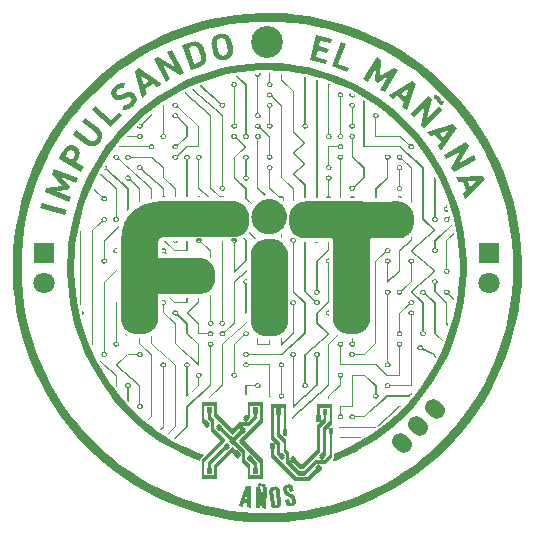
<source format=gbr>
%TF.GenerationSoftware,KiCad,Pcbnew,8.0.2-1*%
%TF.CreationDate,2024-09-20T10:56:36-06:00*%
%TF.ProjectId,FIT-Basic,4649542d-4261-4736-9963-2e6b69636164,rev?*%
%TF.SameCoordinates,Original*%
%TF.FileFunction,Soldermask,Top*%
%TF.FilePolarity,Negative*%
%FSLAX46Y46*%
G04 Gerber Fmt 4.6, Leading zero omitted, Abs format (unit mm)*
G04 Created by KiCad (PCBNEW 8.0.2-1) date 2024-09-20 10:56:36*
%MOMM*%
%LPD*%
G01*
G04 APERTURE LIST*
G04 Aperture macros list*
%AMHorizOval*
0 Thick line with rounded ends*
0 $1 width*
0 $2 $3 position (X,Y) of the first rounded end (center of the circle)*
0 $4 $5 position (X,Y) of the second rounded end (center of the circle)*
0 Add line between two ends*
20,1,$1,$2,$3,$4,$5,0*
0 Add two circle primitives to create the rounded ends*
1,1,$1,$2,$3*
1,1,$1,$4,$5*%
G04 Aperture macros list end*
%ADD10C,0.000000*%
%ADD11C,2.700000*%
%ADD12C,1.800000*%
%ADD13R,1.800000X1.800000*%
%ADD14HorizOval,1.412000X-0.141421X0.141421X0.141421X-0.141421X0*%
G04 APERTURE END LIST*
D10*
G36*
X207898042Y-58883913D02*
G01*
X207910803Y-58884753D01*
X207923370Y-58886135D01*
X207935728Y-58888048D01*
X207947863Y-58890477D01*
X207959759Y-58893410D01*
X207971400Y-58896833D01*
X207982772Y-58900734D01*
X207993859Y-58905098D01*
X208004646Y-58909913D01*
X208015117Y-58915166D01*
X208025258Y-58920842D01*
X208035053Y-58926930D01*
X208044486Y-58933416D01*
X208053543Y-58940286D01*
X208062209Y-58947527D01*
X208070468Y-58955127D01*
X208078304Y-58963072D01*
X208085703Y-58971348D01*
X208092649Y-58979942D01*
X208099127Y-58988842D01*
X208105122Y-58998034D01*
X208110618Y-59007505D01*
X208115601Y-59017241D01*
X208120055Y-59027229D01*
X208123964Y-59037457D01*
X208127314Y-59047910D01*
X208130088Y-59058576D01*
X208132273Y-59069442D01*
X208133853Y-59080494D01*
X208134812Y-59091718D01*
X208135135Y-59103102D01*
X208135135Y-59125329D01*
X208107137Y-59129495D01*
X208077836Y-59133662D01*
X208018454Y-59141995D01*
X208019463Y-59139880D01*
X208020407Y-59137704D01*
X208021286Y-59135470D01*
X208022100Y-59133184D01*
X208022849Y-59130849D01*
X208023532Y-59128469D01*
X208024151Y-59126049D01*
X208024704Y-59123591D01*
X208025193Y-59121101D01*
X208025616Y-59118583D01*
X208025974Y-59116040D01*
X208026267Y-59113477D01*
X208026495Y-59110898D01*
X208026657Y-59108306D01*
X208026755Y-59105706D01*
X208026788Y-59103102D01*
X208026610Y-59096885D01*
X208026082Y-59090742D01*
X208025213Y-59084679D01*
X208024010Y-59078707D01*
X208022481Y-59072832D01*
X208020635Y-59067062D01*
X208018479Y-59061407D01*
X208016022Y-59055874D01*
X208013273Y-59050471D01*
X208010238Y-59045206D01*
X208006927Y-59040088D01*
X208003347Y-59035125D01*
X207999507Y-59030324D01*
X207995414Y-59025694D01*
X207991078Y-59021243D01*
X207986505Y-59016980D01*
X207981704Y-59012912D01*
X207976684Y-59009047D01*
X207971452Y-59005394D01*
X207966016Y-59001961D01*
X207960385Y-58998755D01*
X207954567Y-58995786D01*
X207948570Y-58993061D01*
X207942402Y-58990588D01*
X207936071Y-58988376D01*
X207929586Y-58986432D01*
X207922954Y-58984765D01*
X207916183Y-58983382D01*
X207909283Y-58982293D01*
X207902260Y-58981505D01*
X207895124Y-58981026D01*
X207887881Y-58980865D01*
X207880639Y-58981026D01*
X207873503Y-58981505D01*
X207866480Y-58982293D01*
X207859580Y-58983382D01*
X207852809Y-58984765D01*
X207846178Y-58986432D01*
X207839692Y-58988376D01*
X207833361Y-58990588D01*
X207827193Y-58993061D01*
X207821196Y-58995786D01*
X207815378Y-58998756D01*
X207809747Y-59001961D01*
X207804312Y-59005395D01*
X207799080Y-59009048D01*
X207794059Y-59012912D01*
X207789259Y-59016981D01*
X207784686Y-59021244D01*
X207780349Y-59025695D01*
X207776256Y-59030325D01*
X207772416Y-59035125D01*
X207768836Y-59040089D01*
X207765525Y-59045207D01*
X207762490Y-59050472D01*
X207759740Y-59055875D01*
X207757284Y-59061408D01*
X207755128Y-59067063D01*
X207753282Y-59072832D01*
X207751753Y-59078707D01*
X207750550Y-59084680D01*
X207749680Y-59090742D01*
X207749153Y-59096886D01*
X207748975Y-59103102D01*
X207746195Y-59103102D01*
X207746260Y-59106717D01*
X207746450Y-59110270D01*
X207746763Y-59113767D01*
X207747194Y-59117210D01*
X207747738Y-59120605D01*
X207748393Y-59123955D01*
X207749153Y-59127264D01*
X207750016Y-59130537D01*
X207750975Y-59133777D01*
X207752029Y-59136989D01*
X207753172Y-59140176D01*
X207754400Y-59143343D01*
X207755710Y-59146493D01*
X207757097Y-59149632D01*
X207760086Y-59155888D01*
X207643406Y-59155888D01*
X207641453Y-59149631D01*
X207639760Y-59143342D01*
X207638328Y-59136988D01*
X207637156Y-59130536D01*
X207636244Y-59123954D01*
X207635593Y-59117210D01*
X207635203Y-59110270D01*
X207635072Y-59103102D01*
X207635395Y-59091718D01*
X207636354Y-59080494D01*
X207637934Y-59069442D01*
X207640119Y-59058576D01*
X207642894Y-59047910D01*
X207646243Y-59037457D01*
X207650153Y-59027229D01*
X207654606Y-59017241D01*
X207659589Y-59007505D01*
X207665085Y-58998034D01*
X207671080Y-58988842D01*
X207677558Y-58979942D01*
X207684504Y-58971348D01*
X207691903Y-58963072D01*
X207699740Y-58955127D01*
X207707998Y-58947527D01*
X207716664Y-58940286D01*
X207725721Y-58933416D01*
X207735154Y-58926930D01*
X207744949Y-58920842D01*
X207755090Y-58915166D01*
X207765561Y-58909913D01*
X207776348Y-58905098D01*
X207787435Y-58900734D01*
X207798807Y-58896833D01*
X207810448Y-58893410D01*
X207822344Y-58890477D01*
X207834479Y-58888048D01*
X207846837Y-58886135D01*
X207859404Y-58884753D01*
X207872165Y-58883913D01*
X207885104Y-58883631D01*
X207898042Y-58883913D01*
G37*
G36*
X212882952Y-58886409D02*
G01*
X212894865Y-58886659D01*
X212906635Y-58887402D01*
X212918250Y-58888627D01*
X212929697Y-58890321D01*
X212940962Y-58892473D01*
X212952033Y-58895070D01*
X212962898Y-58898103D01*
X212973544Y-58901558D01*
X212983958Y-58905424D01*
X212994127Y-58909689D01*
X213004038Y-58914342D01*
X213013680Y-58919371D01*
X213023039Y-58924765D01*
X213032102Y-58930510D01*
X213040857Y-58936597D01*
X213049291Y-58943012D01*
X213057391Y-58949745D01*
X213065145Y-58956784D01*
X213072540Y-58964117D01*
X213079563Y-58971732D01*
X213086201Y-58979618D01*
X213092442Y-58987763D01*
X213098273Y-58996154D01*
X213103681Y-59004782D01*
X213108654Y-59013633D01*
X213113179Y-59022697D01*
X213117243Y-59031960D01*
X213120833Y-59041413D01*
X213123938Y-59051042D01*
X213126543Y-59060837D01*
X213128636Y-59070786D01*
X213130205Y-59080876D01*
X213090085Y-59059650D01*
X213050942Y-59037642D01*
X213012710Y-59014852D01*
X212975325Y-58991282D01*
X212938721Y-58966930D01*
X212902833Y-58941797D01*
X212867596Y-58915883D01*
X212832946Y-58889186D01*
X212836071Y-58888208D01*
X212839196Y-58887353D01*
X212842321Y-58886611D01*
X212845446Y-58885975D01*
X212848572Y-58885436D01*
X212851697Y-58884987D01*
X212854822Y-58884620D01*
X212857948Y-58884325D01*
X212864199Y-58883924D01*
X212870450Y-58883718D01*
X212882952Y-58883631D01*
X212882952Y-58886409D01*
G37*
G36*
X204900445Y-58883913D02*
G01*
X204913205Y-58884753D01*
X204925772Y-58886135D01*
X204938131Y-58888048D01*
X204950266Y-58890477D01*
X204962162Y-58893410D01*
X204973803Y-58896833D01*
X204985175Y-58900734D01*
X204996262Y-58905098D01*
X205007049Y-58909913D01*
X205017520Y-58915166D01*
X205027661Y-58920842D01*
X205037456Y-58926930D01*
X205046889Y-58933416D01*
X205055947Y-58940286D01*
X205064612Y-58947527D01*
X205072871Y-58955127D01*
X205080707Y-58963072D01*
X205088106Y-58971348D01*
X205095052Y-58979942D01*
X205101530Y-58988842D01*
X205107525Y-58998034D01*
X205113022Y-59007505D01*
X205118004Y-59017241D01*
X205122458Y-59027229D01*
X205126367Y-59037457D01*
X205129717Y-59047910D01*
X205132492Y-59058576D01*
X205134677Y-59069442D01*
X205136256Y-59080494D01*
X205137215Y-59091718D01*
X205137538Y-59103102D01*
X205137408Y-59110275D01*
X205137017Y-59117253D01*
X205136366Y-59124101D01*
X205135455Y-59130883D01*
X205134283Y-59137666D01*
X205132850Y-59144513D01*
X205131157Y-59151491D01*
X205129204Y-59158664D01*
X205009745Y-59158664D01*
X205012854Y-59152288D01*
X205015865Y-59145685D01*
X205018682Y-59138886D01*
X205019986Y-59135424D01*
X205021205Y-59131925D01*
X205022326Y-59128393D01*
X205023337Y-59124833D01*
X205024226Y-59121249D01*
X205024981Y-59117644D01*
X205025590Y-59114023D01*
X205026039Y-59110389D01*
X205026318Y-59106748D01*
X205026414Y-59103102D01*
X205026236Y-59096885D01*
X205025708Y-59090742D01*
X205024839Y-59084679D01*
X205023635Y-59078707D01*
X205022107Y-59072832D01*
X205020260Y-59067062D01*
X205018105Y-59061407D01*
X205015648Y-59055874D01*
X205012899Y-59050471D01*
X205009864Y-59045206D01*
X205006553Y-59040088D01*
X205002973Y-59035125D01*
X204999133Y-59030324D01*
X204995040Y-59025694D01*
X204990703Y-59021243D01*
X204986131Y-59016980D01*
X204981330Y-59012912D01*
X204976310Y-59009047D01*
X204971078Y-59005394D01*
X204965642Y-59001961D01*
X204960011Y-58998755D01*
X204954193Y-58995786D01*
X204948196Y-58993061D01*
X204942028Y-58990588D01*
X204935697Y-58988376D01*
X204929212Y-58986432D01*
X204922580Y-58984765D01*
X204915809Y-58983382D01*
X204908909Y-58982293D01*
X204901886Y-58981505D01*
X204894750Y-58981026D01*
X204887507Y-58980865D01*
X204880265Y-58981026D01*
X204873128Y-58981505D01*
X204866106Y-58982293D01*
X204859205Y-58983382D01*
X204852435Y-58984765D01*
X204845803Y-58986432D01*
X204839318Y-58988376D01*
X204832987Y-58990588D01*
X204826819Y-58993061D01*
X204820822Y-58995786D01*
X204815004Y-58998756D01*
X204809373Y-59001961D01*
X204803937Y-59005395D01*
X204798705Y-59009048D01*
X204793685Y-59012912D01*
X204788884Y-59016981D01*
X204784311Y-59021244D01*
X204779974Y-59025695D01*
X204775882Y-59030325D01*
X204772042Y-59035125D01*
X204768462Y-59040089D01*
X204765150Y-59045207D01*
X204762116Y-59050472D01*
X204759366Y-59055875D01*
X204756910Y-59061408D01*
X204754754Y-59067063D01*
X204752908Y-59072832D01*
X204751379Y-59078707D01*
X204750176Y-59084680D01*
X204749306Y-59090742D01*
X204748779Y-59096886D01*
X204748601Y-59103102D01*
X204748666Y-59106748D01*
X204748861Y-59110389D01*
X204749187Y-59114023D01*
X204749643Y-59117644D01*
X204750229Y-59121249D01*
X204750945Y-59124833D01*
X204751791Y-59128393D01*
X204752768Y-59131925D01*
X204753875Y-59135424D01*
X204755112Y-59138886D01*
X204756480Y-59142308D01*
X204757977Y-59145685D01*
X204759605Y-59149013D01*
X204761363Y-59152288D01*
X204763252Y-59155507D01*
X204765270Y-59158664D01*
X204645810Y-59158664D01*
X204644801Y-59155507D01*
X204643857Y-59152288D01*
X204642165Y-59145685D01*
X204640732Y-59138886D01*
X204639560Y-59131925D01*
X204638649Y-59124833D01*
X204637998Y-59117644D01*
X204637607Y-59110389D01*
X204637477Y-59103102D01*
X204637800Y-59091718D01*
X204638759Y-59080494D01*
X204640338Y-59069442D01*
X204642523Y-59058576D01*
X204645298Y-59047910D01*
X204648648Y-59037457D01*
X204652557Y-59027229D01*
X204657011Y-59017241D01*
X204661993Y-59007505D01*
X204667490Y-58998034D01*
X204673485Y-58988842D01*
X204679963Y-58979942D01*
X204686909Y-58971348D01*
X204694308Y-58963072D01*
X204702144Y-58955127D01*
X204710403Y-58947527D01*
X204719068Y-58940286D01*
X204728126Y-58933416D01*
X204737559Y-58926930D01*
X204747354Y-58920842D01*
X204757495Y-58915166D01*
X204767966Y-58909913D01*
X204778753Y-58905098D01*
X204789840Y-58900734D01*
X204801211Y-58896833D01*
X204812853Y-58893410D01*
X204824749Y-58890477D01*
X204836883Y-58888048D01*
X204849242Y-58886135D01*
X204861809Y-58884753D01*
X204874570Y-58883913D01*
X204887507Y-58883631D01*
X204900445Y-58883913D01*
G37*
G36*
X212774605Y-64309307D02*
G01*
X212771546Y-64312987D01*
X212768625Y-64316736D01*
X212765851Y-64320558D01*
X212763232Y-64324457D01*
X212760775Y-64328438D01*
X212758490Y-64332504D01*
X212756383Y-64336660D01*
X212754464Y-64340909D01*
X212752740Y-64345256D01*
X212751220Y-64349705D01*
X212749911Y-64354259D01*
X212748821Y-64358924D01*
X212747960Y-64363702D01*
X212747335Y-64368598D01*
X212746954Y-64373617D01*
X212746825Y-64378761D01*
X212746825Y-64384319D01*
X212746954Y-64389005D01*
X212747335Y-64393684D01*
X212747960Y-64398346D01*
X212748821Y-64402984D01*
X212749911Y-64407589D01*
X212751220Y-64412154D01*
X212752740Y-64416669D01*
X212754464Y-64421128D01*
X212756383Y-64425522D01*
X212758490Y-64429842D01*
X212760775Y-64434081D01*
X212763232Y-64438231D01*
X212765851Y-64442283D01*
X212768625Y-64446229D01*
X212771546Y-64450061D01*
X212774605Y-64453771D01*
X212774605Y-64578787D01*
X212759310Y-64571566D01*
X212744707Y-64563474D01*
X212730836Y-64554553D01*
X212717739Y-64544841D01*
X212705456Y-64534381D01*
X212694028Y-64523213D01*
X212683494Y-64511377D01*
X212673897Y-64498915D01*
X212665276Y-64485867D01*
X212657673Y-64472273D01*
X212651128Y-64458175D01*
X212645682Y-64443612D01*
X212641375Y-64428627D01*
X212638248Y-64413259D01*
X212636343Y-64397550D01*
X212635860Y-64389579D01*
X212635698Y-64381539D01*
X212635860Y-64373499D01*
X212636343Y-64365528D01*
X212637140Y-64357633D01*
X212638248Y-64349819D01*
X212639662Y-64342090D01*
X212641375Y-64334451D01*
X212643384Y-64326908D01*
X212645682Y-64319466D01*
X212648265Y-64312129D01*
X212651128Y-64304904D01*
X212654266Y-64297794D01*
X212657673Y-64290806D01*
X212661345Y-64283943D01*
X212665276Y-64277212D01*
X212669462Y-64270617D01*
X212673897Y-64264164D01*
X212678576Y-64257857D01*
X212683494Y-64251702D01*
X212688646Y-64245703D01*
X212694028Y-64239866D01*
X212705456Y-64228698D01*
X212717739Y-64218238D01*
X212730836Y-64208527D01*
X212744707Y-64199606D01*
X212759310Y-64191514D01*
X212774605Y-64184294D01*
X212774605Y-64309307D01*
G37*
G36*
X204894751Y-58981026D02*
G01*
X204901887Y-58981505D01*
X204908910Y-58982293D01*
X204915810Y-58983382D01*
X204922581Y-58984765D01*
X204929213Y-58986432D01*
X204935698Y-58988376D01*
X204942029Y-58990588D01*
X204948197Y-58993061D01*
X204954194Y-58995786D01*
X204960012Y-58998756D01*
X204965643Y-59001961D01*
X204971079Y-59005395D01*
X204976311Y-59009048D01*
X204981331Y-59012912D01*
X204986132Y-59016981D01*
X204990704Y-59021244D01*
X204995041Y-59025695D01*
X204999134Y-59030325D01*
X205002974Y-59035125D01*
X205006554Y-59040089D01*
X205009865Y-59045207D01*
X205012900Y-59050472D01*
X205015649Y-59055875D01*
X205018106Y-59061408D01*
X205020261Y-59067063D01*
X205022108Y-59072832D01*
X205023636Y-59078707D01*
X205024840Y-59084680D01*
X205025709Y-59090742D01*
X205026237Y-59096886D01*
X205026415Y-59103102D01*
X205023637Y-59103102D01*
X205023572Y-59106748D01*
X205023376Y-59110389D01*
X205023051Y-59114023D01*
X205022595Y-59117644D01*
X205022009Y-59121249D01*
X205021293Y-59124833D01*
X205020446Y-59128393D01*
X205019470Y-59131925D01*
X205018363Y-59135424D01*
X205017125Y-59138886D01*
X205015758Y-59142308D01*
X205014261Y-59145685D01*
X205012633Y-59149013D01*
X205010875Y-59152288D01*
X205008987Y-59155507D01*
X205006968Y-59158664D01*
X204765271Y-59158664D01*
X204762162Y-59152288D01*
X204759150Y-59145685D01*
X204756334Y-59138886D01*
X204755030Y-59135424D01*
X204753811Y-59131925D01*
X204752690Y-59128393D01*
X204751678Y-59124833D01*
X204750789Y-59121249D01*
X204750034Y-59117644D01*
X204749426Y-59114023D01*
X204748976Y-59110389D01*
X204748697Y-59106748D01*
X204748602Y-59103102D01*
X204748780Y-59096885D01*
X204749307Y-59090742D01*
X204750177Y-59084679D01*
X204751380Y-59078707D01*
X204752909Y-59072832D01*
X204754755Y-59067062D01*
X204756911Y-59061407D01*
X204759367Y-59055874D01*
X204762117Y-59050471D01*
X204765151Y-59045206D01*
X204768463Y-59040088D01*
X204772043Y-59035125D01*
X204775883Y-59030324D01*
X204779975Y-59025694D01*
X204784312Y-59021243D01*
X204788885Y-59016980D01*
X204793686Y-59012912D01*
X204798706Y-59009047D01*
X204803938Y-59005394D01*
X204809374Y-59001961D01*
X204815005Y-58998755D01*
X204820823Y-58995786D01*
X204826820Y-58993061D01*
X204832988Y-58990588D01*
X204839319Y-58988376D01*
X204845804Y-58986432D01*
X204852436Y-58984765D01*
X204859206Y-58983382D01*
X204866107Y-58982293D01*
X204873129Y-58981505D01*
X204880266Y-58981026D01*
X204887508Y-58980865D01*
X204894751Y-58981026D01*
G37*
G36*
X212774605Y-64448213D02*
G01*
X212771546Y-64444503D01*
X212768625Y-64440671D01*
X212765851Y-64436725D01*
X212763232Y-64432674D01*
X212760775Y-64428524D01*
X212758490Y-64424285D01*
X212756383Y-64419964D01*
X212754464Y-64415571D01*
X212752740Y-64411112D01*
X212751220Y-64406596D01*
X212749911Y-64402031D01*
X212748821Y-64397426D01*
X212747960Y-64392788D01*
X212747335Y-64388126D01*
X212746954Y-64383448D01*
X212746825Y-64378761D01*
X212746954Y-64374075D01*
X212747335Y-64369396D01*
X212747960Y-64364734D01*
X212748821Y-64360096D01*
X212749911Y-64355491D01*
X212751220Y-64350926D01*
X212752740Y-64346410D01*
X212754464Y-64341952D01*
X212756383Y-64337558D01*
X212758490Y-64333237D01*
X212760775Y-64328998D01*
X212763232Y-64324848D01*
X212765851Y-64320796D01*
X212768625Y-64316850D01*
X212771546Y-64313017D01*
X212774605Y-64309307D01*
X212774605Y-64448213D01*
G37*
G36*
X207895124Y-58983804D02*
G01*
X207902260Y-58984283D01*
X207909283Y-58985071D01*
X207916183Y-58986160D01*
X207922954Y-58987542D01*
X207929586Y-58989210D01*
X207936071Y-58991154D01*
X207942402Y-58993366D01*
X207948570Y-58995839D01*
X207954567Y-58998564D01*
X207960385Y-59001534D01*
X207966016Y-59004739D01*
X207971452Y-59008172D01*
X207976684Y-59011826D01*
X207981704Y-59015690D01*
X207986505Y-59019758D01*
X207991078Y-59024022D01*
X207995414Y-59028473D01*
X207999507Y-59033102D01*
X208003347Y-59037903D01*
X208006927Y-59042867D01*
X208010238Y-59047985D01*
X208013273Y-59053249D01*
X208016022Y-59058652D01*
X208018479Y-59064185D01*
X208020635Y-59069841D01*
X208022481Y-59075610D01*
X208024010Y-59081485D01*
X208025213Y-59087458D01*
X208026082Y-59093520D01*
X208026610Y-59099663D01*
X208026788Y-59105880D01*
X208026755Y-59108484D01*
X208026657Y-59111084D01*
X208026495Y-59113676D01*
X208026267Y-59116256D01*
X208025974Y-59118819D01*
X208025616Y-59121362D01*
X208025193Y-59123880D01*
X208024704Y-59126370D01*
X208024151Y-59128827D01*
X208023532Y-59131248D01*
X208022849Y-59133628D01*
X208022100Y-59135963D01*
X208021286Y-59138249D01*
X208020407Y-59140483D01*
X208019463Y-59142659D01*
X208018454Y-59144775D01*
X207964671Y-59150462D01*
X207937926Y-59152833D01*
X207911149Y-59154846D01*
X207884242Y-59156468D01*
X207857106Y-59157668D01*
X207829645Y-59158411D01*
X207801760Y-59158666D01*
X207762868Y-59158666D01*
X207759877Y-59152409D01*
X207758490Y-59149271D01*
X207757180Y-59146120D01*
X207755951Y-59142953D01*
X207754808Y-59139766D01*
X207753755Y-59136555D01*
X207752795Y-59133315D01*
X207751933Y-59130042D01*
X207751172Y-59126733D01*
X207750518Y-59123383D01*
X207749973Y-59119988D01*
X207749543Y-59116545D01*
X207749230Y-59113048D01*
X207749039Y-59109495D01*
X207748975Y-59105880D01*
X207749153Y-59099663D01*
X207749680Y-59093520D01*
X207750550Y-59087457D01*
X207751753Y-59081484D01*
X207753282Y-59075609D01*
X207755128Y-59069840D01*
X207757284Y-59064185D01*
X207759740Y-59058651D01*
X207762490Y-59053248D01*
X207765525Y-59047984D01*
X207768836Y-59042866D01*
X207772416Y-59037902D01*
X207776256Y-59033102D01*
X207780349Y-59028472D01*
X207784686Y-59024021D01*
X207789259Y-59019758D01*
X207794059Y-59015690D01*
X207799080Y-59011825D01*
X207804312Y-59008172D01*
X207809747Y-59004739D01*
X207815378Y-59001533D01*
X207821196Y-58998564D01*
X207827193Y-58995839D01*
X207833361Y-58993366D01*
X207839692Y-58991153D01*
X207846178Y-58989209D01*
X207852809Y-58987542D01*
X207859580Y-58986160D01*
X207866480Y-58985071D01*
X207873503Y-58984283D01*
X207880639Y-58983804D01*
X207887881Y-58983642D01*
X207895124Y-58983804D01*
G37*
G36*
X226476317Y-58636379D02*
G01*
X225931806Y-59100327D01*
X225931806Y-61528406D01*
X225942141Y-61530675D01*
X225952303Y-61533311D01*
X225962281Y-61536304D01*
X225972067Y-61539648D01*
X225981649Y-61543334D01*
X225991017Y-61547353D01*
X226000161Y-61551698D01*
X226009072Y-61556360D01*
X226017738Y-61561332D01*
X226026150Y-61566605D01*
X226034298Y-61572170D01*
X226042170Y-61578021D01*
X226049758Y-61584148D01*
X226057051Y-61590544D01*
X226064039Y-61597201D01*
X226070711Y-61604109D01*
X226077058Y-61611262D01*
X226083069Y-61618651D01*
X226088734Y-61626268D01*
X226094043Y-61634105D01*
X226098986Y-61642153D01*
X226103552Y-61650404D01*
X226107732Y-61658851D01*
X226111515Y-61667486D01*
X226114891Y-61676299D01*
X226117850Y-61685283D01*
X226120382Y-61694430D01*
X226122476Y-61703732D01*
X226124122Y-61713180D01*
X226125311Y-61722766D01*
X226126032Y-61732483D01*
X226126274Y-61742322D01*
X226125951Y-61753706D01*
X226124992Y-61764931D01*
X226123413Y-61775982D01*
X226121228Y-61786848D01*
X226118453Y-61797514D01*
X226115103Y-61807967D01*
X226111194Y-61818195D01*
X226106740Y-61828183D01*
X226101757Y-61837919D01*
X226096261Y-61847390D01*
X226090266Y-61856582D01*
X226083788Y-61865482D01*
X226076842Y-61874076D01*
X226069443Y-61882353D01*
X226061606Y-61890297D01*
X226053348Y-61897897D01*
X226044682Y-61905138D01*
X226035625Y-61912008D01*
X226026191Y-61918494D01*
X226016396Y-61924582D01*
X226006256Y-61930259D01*
X225995784Y-61935511D01*
X225984997Y-61940326D01*
X225973911Y-61944691D01*
X225962539Y-61948591D01*
X225950898Y-61952014D01*
X225939002Y-61954947D01*
X225926867Y-61957377D01*
X225914509Y-61959289D01*
X225901942Y-61960672D01*
X225889181Y-61961511D01*
X225876243Y-61961793D01*
X225863304Y-61961511D01*
X225850544Y-61960672D01*
X225837976Y-61959289D01*
X225825618Y-61957377D01*
X225813483Y-61954947D01*
X225801587Y-61952014D01*
X225789945Y-61948591D01*
X225778574Y-61944691D01*
X225767487Y-61940326D01*
X225756700Y-61935511D01*
X225746229Y-61930259D01*
X225736088Y-61924582D01*
X225726293Y-61918494D01*
X225716859Y-61912008D01*
X225707802Y-61905138D01*
X225699137Y-61897897D01*
X225690878Y-61890297D01*
X225683042Y-61882353D01*
X225675643Y-61874076D01*
X225668697Y-61865482D01*
X225662219Y-61856582D01*
X225656224Y-61847390D01*
X225650728Y-61837919D01*
X225645745Y-61828183D01*
X225641292Y-61818195D01*
X225637382Y-61807967D01*
X225634033Y-61797514D01*
X225631258Y-61786848D01*
X225629073Y-61775982D01*
X225627494Y-61764931D01*
X225626535Y-61753706D01*
X225626212Y-61742322D01*
X225737335Y-61742322D01*
X225737512Y-61748539D01*
X225738040Y-61754682D01*
X225738910Y-61760745D01*
X225740113Y-61766718D01*
X225741642Y-61772593D01*
X225743488Y-61778362D01*
X225745644Y-61784017D01*
X225748100Y-61789551D01*
X225750850Y-61794954D01*
X225753885Y-61800218D01*
X225757196Y-61805336D01*
X225760776Y-61810300D01*
X225764617Y-61815100D01*
X225768709Y-61819730D01*
X225773046Y-61824181D01*
X225777619Y-61828444D01*
X225782420Y-61832512D01*
X225787441Y-61836377D01*
X225792673Y-61840030D01*
X225798108Y-61843463D01*
X225803739Y-61846669D01*
X225809557Y-61849638D01*
X225815555Y-61852363D01*
X225821723Y-61854836D01*
X225828054Y-61857049D01*
X225834539Y-61858993D01*
X225841171Y-61860660D01*
X225847941Y-61862042D01*
X225854842Y-61863131D01*
X225861864Y-61863919D01*
X225869001Y-61864398D01*
X225876243Y-61864560D01*
X225883485Y-61864398D01*
X225890622Y-61863919D01*
X225897644Y-61863131D01*
X225904544Y-61862042D01*
X225911315Y-61860660D01*
X225917946Y-61858992D01*
X225924432Y-61857048D01*
X225930762Y-61854836D01*
X225936930Y-61852363D01*
X225942927Y-61849638D01*
X225948745Y-61846668D01*
X225954376Y-61843463D01*
X225959812Y-61840030D01*
X225965044Y-61836376D01*
X225970064Y-61832512D01*
X225974865Y-61828444D01*
X225979437Y-61824180D01*
X225983774Y-61819729D01*
X225987867Y-61815100D01*
X225991707Y-61810299D01*
X225995287Y-61805335D01*
X225998598Y-61800217D01*
X226001632Y-61794953D01*
X226004382Y-61789550D01*
X226006839Y-61784016D01*
X226008994Y-61778361D01*
X226010840Y-61772592D01*
X226012369Y-61766717D01*
X226013572Y-61760744D01*
X226014442Y-61754682D01*
X226014970Y-61748539D01*
X226015147Y-61742322D01*
X226014970Y-61736105D01*
X226014442Y-61729961D01*
X226013572Y-61723899D01*
X226012369Y-61717926D01*
X226010840Y-61712051D01*
X226008994Y-61706281D01*
X226006839Y-61700626D01*
X226004382Y-61695093D01*
X226001632Y-61689690D01*
X225998598Y-61684425D01*
X225995287Y-61679307D01*
X225991707Y-61674343D01*
X225987867Y-61669542D01*
X225983774Y-61664913D01*
X225979437Y-61660462D01*
X225974865Y-61656198D01*
X225970064Y-61652130D01*
X225965044Y-61648265D01*
X225959812Y-61644612D01*
X225954376Y-61641179D01*
X225948745Y-61637973D01*
X225942927Y-61635004D01*
X225936930Y-61632279D01*
X225930762Y-61629806D01*
X225924432Y-61627593D01*
X225917946Y-61625649D01*
X225911315Y-61623982D01*
X225904544Y-61622600D01*
X225897644Y-61621510D01*
X225890622Y-61620722D01*
X225883485Y-61620243D01*
X225876243Y-61620082D01*
X225869001Y-61620243D01*
X225861864Y-61620722D01*
X225854842Y-61621510D01*
X225847941Y-61622600D01*
X225841171Y-61623982D01*
X225834539Y-61625649D01*
X225828054Y-61627593D01*
X225821723Y-61629806D01*
X225815555Y-61632279D01*
X225809557Y-61635004D01*
X225803739Y-61637973D01*
X225798108Y-61641179D01*
X225792673Y-61644612D01*
X225787441Y-61648265D01*
X225782420Y-61652130D01*
X225777619Y-61656198D01*
X225773046Y-61660462D01*
X225768709Y-61664913D01*
X225764617Y-61669542D01*
X225760776Y-61674343D01*
X225757196Y-61679307D01*
X225753885Y-61684425D01*
X225750850Y-61689690D01*
X225748100Y-61695093D01*
X225745644Y-61700626D01*
X225743488Y-61706281D01*
X225741642Y-61712051D01*
X225740113Y-61717926D01*
X225738910Y-61723899D01*
X225738040Y-61729961D01*
X225737512Y-61736105D01*
X225737335Y-61742322D01*
X225626212Y-61742322D01*
X225626454Y-61732728D01*
X225627175Y-61723224D01*
X225628364Y-61713822D01*
X225630010Y-61704530D01*
X225632104Y-61695358D01*
X225634636Y-61686315D01*
X225637595Y-61677413D01*
X225640971Y-61668659D01*
X225644754Y-61660063D01*
X225648934Y-61651637D01*
X225653500Y-61643388D01*
X225658443Y-61635327D01*
X225663752Y-61627463D01*
X225669417Y-61619806D01*
X225675428Y-61612366D01*
X225681775Y-61605152D01*
X225688447Y-61598175D01*
X225695435Y-61591443D01*
X225702728Y-61584966D01*
X225710316Y-61578755D01*
X225718188Y-61572818D01*
X225726336Y-61567165D01*
X225734748Y-61561807D01*
X225743414Y-61556752D01*
X225752325Y-61552010D01*
X225761469Y-61547592D01*
X225770837Y-61543506D01*
X225780419Y-61539763D01*
X225790205Y-61536371D01*
X225800183Y-61533341D01*
X225810345Y-61530683D01*
X225820680Y-61528406D01*
X225823459Y-61528406D01*
X225823459Y-59058654D01*
X226456870Y-58516919D01*
X226476317Y-58636379D01*
G37*
G36*
X197978311Y-61725653D02*
G01*
X196947627Y-62639657D01*
X196947627Y-68559840D01*
X196957962Y-68562109D01*
X196968124Y-68564745D01*
X196978102Y-68567738D01*
X196987888Y-68571082D01*
X196997470Y-68574768D01*
X197006838Y-68578787D01*
X197015983Y-68583132D01*
X197024893Y-68587794D01*
X197033560Y-68592766D01*
X197041972Y-68598038D01*
X197050119Y-68603604D01*
X197057992Y-68609455D01*
X197065580Y-68615582D01*
X197072873Y-68621978D01*
X197079861Y-68628634D01*
X197086533Y-68635543D01*
X197092880Y-68642696D01*
X197098891Y-68650085D01*
X197104556Y-68657701D01*
X197109865Y-68665538D01*
X197114808Y-68673586D01*
X197119374Y-68681838D01*
X197123554Y-68690285D01*
X197127337Y-68698919D01*
X197130713Y-68707732D01*
X197133672Y-68716716D01*
X197136203Y-68725863D01*
X197138297Y-68735164D01*
X197139944Y-68744612D01*
X197141132Y-68754199D01*
X197141853Y-68763915D01*
X197142095Y-68773754D01*
X197141772Y-68785138D01*
X197140814Y-68796363D01*
X197139234Y-68807415D01*
X197137049Y-68818280D01*
X197134274Y-68828947D01*
X197130925Y-68839400D01*
X197127015Y-68849628D01*
X197122562Y-68859616D01*
X197117579Y-68869353D01*
X197112083Y-68878823D01*
X197106088Y-68888015D01*
X197099610Y-68896915D01*
X197092664Y-68905510D01*
X197085265Y-68913786D01*
X197077428Y-68921731D01*
X197069170Y-68929330D01*
X197060504Y-68936572D01*
X197051447Y-68943442D01*
X197042013Y-68949928D01*
X197032219Y-68956016D01*
X197022078Y-68961693D01*
X197011607Y-68966945D01*
X197000820Y-68971760D01*
X196989733Y-68976125D01*
X196978361Y-68980025D01*
X196966720Y-68983448D01*
X196954824Y-68986381D01*
X196942689Y-68988811D01*
X196930331Y-68990723D01*
X196917763Y-68992106D01*
X196905003Y-68992945D01*
X196892064Y-68993227D01*
X196879126Y-68992945D01*
X196866365Y-68992106D01*
X196853798Y-68990723D01*
X196841440Y-68988811D01*
X196829305Y-68986381D01*
X196817409Y-68983448D01*
X196805768Y-68980025D01*
X196794396Y-68976125D01*
X196783309Y-68971760D01*
X196772522Y-68966945D01*
X196762051Y-68961693D01*
X196751910Y-68956016D01*
X196742115Y-68949928D01*
X196732682Y-68943442D01*
X196723624Y-68936572D01*
X196714959Y-68929330D01*
X196706700Y-68921731D01*
X196698864Y-68913786D01*
X196691465Y-68905510D01*
X196684519Y-68896915D01*
X196678041Y-68888015D01*
X196672046Y-68878823D01*
X196666550Y-68869353D01*
X196661567Y-68859616D01*
X196657113Y-68849628D01*
X196653204Y-68839400D01*
X196649854Y-68828947D01*
X196647079Y-68818280D01*
X196644895Y-68807415D01*
X196643315Y-68796363D01*
X196642356Y-68785138D01*
X196642112Y-68776533D01*
X196753159Y-68776533D01*
X196753337Y-68782750D01*
X196753864Y-68788894D01*
X196754734Y-68794957D01*
X196755937Y-68800929D01*
X196757466Y-68806804D01*
X196759312Y-68812574D01*
X196761468Y-68818229D01*
X196763924Y-68823762D01*
X196766674Y-68829165D01*
X196769708Y-68834430D01*
X196773019Y-68839548D01*
X196776599Y-68844511D01*
X196780440Y-68849312D01*
X196784532Y-68853942D01*
X196788869Y-68858393D01*
X196793442Y-68862656D01*
X196798242Y-68866724D01*
X196803263Y-68870589D01*
X196808495Y-68874242D01*
X196813930Y-68877675D01*
X196819561Y-68880881D01*
X196825379Y-68883850D01*
X196831376Y-68886575D01*
X196837544Y-68889048D01*
X196843875Y-68891260D01*
X196850360Y-68893204D01*
X196856992Y-68894871D01*
X196863763Y-68896254D01*
X196870663Y-68897343D01*
X196877686Y-68898131D01*
X196884822Y-68898610D01*
X196892065Y-68898771D01*
X196899307Y-68898610D01*
X196906444Y-68898131D01*
X196913467Y-68897343D01*
X196920367Y-68896254D01*
X196927138Y-68894871D01*
X196933769Y-68893204D01*
X196940255Y-68891260D01*
X196946586Y-68889048D01*
X196952754Y-68886575D01*
X196958751Y-68883850D01*
X196964569Y-68880880D01*
X196970200Y-68877675D01*
X196975635Y-68874241D01*
X196980867Y-68870588D01*
X196985888Y-68866723D01*
X196990689Y-68862655D01*
X196995261Y-68858392D01*
X196999598Y-68853941D01*
X197003691Y-68849311D01*
X197007531Y-68844511D01*
X197011111Y-68839547D01*
X197014422Y-68834429D01*
X197017456Y-68829164D01*
X197020206Y-68823761D01*
X197022663Y-68818228D01*
X197024818Y-68812573D01*
X197026664Y-68806804D01*
X197028193Y-68800929D01*
X197029396Y-68794956D01*
X197030266Y-68788894D01*
X197030794Y-68782750D01*
X197030971Y-68776533D01*
X197030794Y-68770316D01*
X197030266Y-68764173D01*
X197029396Y-68758110D01*
X197028193Y-68752138D01*
X197026664Y-68746263D01*
X197024818Y-68740493D01*
X197022663Y-68734838D01*
X197020206Y-68729305D01*
X197017456Y-68723902D01*
X197014422Y-68718637D01*
X197011111Y-68713519D01*
X197007531Y-68708556D01*
X197003691Y-68703755D01*
X196999598Y-68699125D01*
X196995261Y-68694674D01*
X196990689Y-68690411D01*
X196985888Y-68686343D01*
X196980867Y-68682478D01*
X196975635Y-68678825D01*
X196970200Y-68675392D01*
X196964569Y-68672186D01*
X196958751Y-68669217D01*
X196952754Y-68666492D01*
X196946586Y-68664019D01*
X196940255Y-68661807D01*
X196933769Y-68659863D01*
X196927138Y-68658196D01*
X196920367Y-68656813D01*
X196913467Y-68655724D01*
X196906444Y-68654936D01*
X196899307Y-68654457D01*
X196892065Y-68654296D01*
X196884822Y-68654457D01*
X196877686Y-68654936D01*
X196870663Y-68655724D01*
X196863763Y-68656813D01*
X196856992Y-68658196D01*
X196850360Y-68659863D01*
X196843875Y-68661807D01*
X196837544Y-68664019D01*
X196831376Y-68666492D01*
X196825379Y-68669217D01*
X196819561Y-68672186D01*
X196813930Y-68675392D01*
X196808495Y-68678825D01*
X196803263Y-68682478D01*
X196798242Y-68686343D01*
X196793442Y-68690411D01*
X196788869Y-68694674D01*
X196784532Y-68699125D01*
X196780440Y-68703755D01*
X196776599Y-68708556D01*
X196773019Y-68713519D01*
X196769708Y-68718637D01*
X196766674Y-68723902D01*
X196763924Y-68729305D01*
X196761468Y-68734838D01*
X196759312Y-68740493D01*
X196757466Y-68746263D01*
X196755937Y-68752138D01*
X196754734Y-68758110D01*
X196753864Y-68764173D01*
X196753337Y-68770316D01*
X196753159Y-68776533D01*
X196642112Y-68776533D01*
X196642033Y-68773754D01*
X196642276Y-68764160D01*
X196642996Y-68754656D01*
X196644185Y-68745254D01*
X196645831Y-68735962D01*
X196647926Y-68726790D01*
X196650457Y-68717748D01*
X196653416Y-68708845D01*
X196656792Y-68700091D01*
X196660575Y-68691496D01*
X196664755Y-68683069D01*
X196669321Y-68674820D01*
X196674264Y-68666759D01*
X196679573Y-68658896D01*
X196685238Y-68651239D01*
X196691249Y-68643799D01*
X196697596Y-68636585D01*
X196704268Y-68629608D01*
X196711256Y-68622876D01*
X196718549Y-68616400D01*
X196726137Y-68610188D01*
X196734010Y-68604251D01*
X196742157Y-68598599D01*
X196750569Y-68593240D01*
X196759236Y-68588186D01*
X196768146Y-68583444D01*
X196777291Y-68579026D01*
X196786659Y-68574940D01*
X196796241Y-68571197D01*
X196806027Y-68567805D01*
X196816006Y-68564775D01*
X196826168Y-68562117D01*
X196836503Y-68559840D01*
X196836503Y-62600762D01*
X196836502Y-62597984D01*
X197978311Y-61586747D01*
X197978311Y-61725653D01*
G37*
G36*
X198903455Y-51852415D02*
G01*
X198914472Y-51853063D01*
X198925354Y-51854131D01*
X198936092Y-51855610D01*
X198946675Y-51857489D01*
X198957093Y-51859760D01*
X198967336Y-51862412D01*
X198977394Y-51865436D01*
X198987257Y-51868823D01*
X198996915Y-51872561D01*
X199006356Y-51876643D01*
X199015572Y-51881058D01*
X199024552Y-51885796D01*
X199033285Y-51890849D01*
X199041762Y-51896205D01*
X199049973Y-51901856D01*
X199057907Y-51907792D01*
X199065554Y-51914003D01*
X199072904Y-51920479D01*
X199079946Y-51927212D01*
X199086672Y-51934190D01*
X199093069Y-51941406D01*
X199099129Y-51948848D01*
X199104841Y-51956507D01*
X199110195Y-51964374D01*
X199115181Y-51972438D01*
X199119788Y-51980691D01*
X199124006Y-51989123D01*
X199127826Y-51997723D01*
X199131236Y-52006482D01*
X199134228Y-52015391D01*
X199136790Y-52024440D01*
X200914790Y-52024440D01*
X201945474Y-52932887D01*
X201945474Y-53810775D01*
X202945599Y-54688663D01*
X202948377Y-54683108D01*
X202948377Y-55449870D01*
X202837252Y-55449870D01*
X202837252Y-54724780D01*
X201837127Y-53846892D01*
X201837127Y-52969004D01*
X200870340Y-52118898D01*
X199136790Y-52118898D01*
X199130779Y-52137314D01*
X199123209Y-52155013D01*
X199114149Y-52171932D01*
X199103669Y-52188003D01*
X199091839Y-52203164D01*
X199078726Y-52217347D01*
X199064400Y-52230489D01*
X199048931Y-52242524D01*
X199032388Y-52253387D01*
X199014840Y-52263013D01*
X198996355Y-52271336D01*
X198977004Y-52278292D01*
X198956855Y-52283816D01*
X198935978Y-52287842D01*
X198914441Y-52290306D01*
X198892315Y-52291141D01*
X198879376Y-52290858D01*
X198866616Y-52290019D01*
X198854048Y-52288637D01*
X198841690Y-52286724D01*
X198829555Y-52284295D01*
X198817659Y-52281362D01*
X198806018Y-52277939D01*
X198794646Y-52274038D01*
X198783559Y-52269674D01*
X198772772Y-52264859D01*
X198762301Y-52259606D01*
X198752160Y-52253930D01*
X198742365Y-52247842D01*
X198732931Y-52241356D01*
X198723874Y-52234486D01*
X198715209Y-52227244D01*
X198706950Y-52219645D01*
X198699114Y-52211700D01*
X198691715Y-52203424D01*
X198684768Y-52194829D01*
X198678290Y-52185930D01*
X198672295Y-52176738D01*
X198666799Y-52167267D01*
X198661816Y-52157531D01*
X198657363Y-52147543D01*
X198653453Y-52137315D01*
X198650104Y-52126862D01*
X198647329Y-52116196D01*
X198645144Y-52105330D01*
X198643564Y-52094278D01*
X198642606Y-52083054D01*
X198642282Y-52071670D01*
X198753408Y-52071670D01*
X198753586Y-52077886D01*
X198754114Y-52084030D01*
X198754983Y-52090092D01*
X198756186Y-52096065D01*
X198757715Y-52101940D01*
X198759561Y-52107709D01*
X198761717Y-52113364D01*
X198764173Y-52118897D01*
X198766923Y-52124300D01*
X198769958Y-52129565D01*
X198773269Y-52134683D01*
X198776849Y-52139646D01*
X198780689Y-52144447D01*
X198784782Y-52149077D01*
X198789118Y-52153527D01*
X198793691Y-52157791D01*
X198798492Y-52161859D01*
X198803512Y-52165724D01*
X198808744Y-52169377D01*
X198814180Y-52172810D01*
X198819811Y-52176015D01*
X198825629Y-52178985D01*
X198831626Y-52181710D01*
X198837794Y-52184183D01*
X198844125Y-52186395D01*
X198850610Y-52188339D01*
X198857242Y-52190006D01*
X198864012Y-52191389D01*
X198870913Y-52192478D01*
X198877936Y-52193266D01*
X198885072Y-52193745D01*
X198892315Y-52193906D01*
X198899557Y-52193745D01*
X198906694Y-52193266D01*
X198913716Y-52192478D01*
X198920617Y-52191389D01*
X198927387Y-52190006D01*
X198934019Y-52188339D01*
X198940504Y-52186395D01*
X198946835Y-52184183D01*
X198953003Y-52181710D01*
X198959000Y-52178985D01*
X198964819Y-52176015D01*
X198970449Y-52172810D01*
X198975885Y-52169377D01*
X198981117Y-52165724D01*
X198986137Y-52161859D01*
X198990938Y-52157791D01*
X198995511Y-52153527D01*
X198999848Y-52149077D01*
X199003940Y-52144447D01*
X199007780Y-52139646D01*
X199011360Y-52134683D01*
X199014672Y-52129565D01*
X199017706Y-52124300D01*
X199020456Y-52118897D01*
X199022912Y-52113364D01*
X199025068Y-52107709D01*
X199026914Y-52101940D01*
X199028443Y-52096065D01*
X199029646Y-52090092D01*
X199030516Y-52084030D01*
X199031043Y-52077886D01*
X199031221Y-52071670D01*
X199031043Y-52065453D01*
X199030516Y-52059309D01*
X199029646Y-52053247D01*
X199028443Y-52047274D01*
X199026914Y-52041399D01*
X199025068Y-52035630D01*
X199022912Y-52029975D01*
X199020456Y-52024442D01*
X199017706Y-52019039D01*
X199014672Y-52013774D01*
X199011360Y-52008656D01*
X199007780Y-52003692D01*
X199003940Y-51998892D01*
X198999848Y-51994262D01*
X198995511Y-51989811D01*
X198990938Y-51985548D01*
X198986137Y-51981480D01*
X198981117Y-51977615D01*
X198975885Y-51973962D01*
X198970449Y-51970528D01*
X198964819Y-51967323D01*
X198959000Y-51964353D01*
X198953003Y-51961628D01*
X198946835Y-51959155D01*
X198940504Y-51956943D01*
X198934019Y-51954999D01*
X198927387Y-51953332D01*
X198920617Y-51951949D01*
X198913716Y-51950860D01*
X198906694Y-51950072D01*
X198899557Y-51949593D01*
X198892315Y-51949432D01*
X198885072Y-51949593D01*
X198877936Y-51950072D01*
X198870913Y-51950860D01*
X198864012Y-51951949D01*
X198857242Y-51953332D01*
X198850610Y-51954999D01*
X198844125Y-51956943D01*
X198837794Y-51959155D01*
X198831626Y-51961628D01*
X198825629Y-51964353D01*
X198819811Y-51967323D01*
X198814180Y-51970528D01*
X198808744Y-51973962D01*
X198803512Y-51977615D01*
X198798492Y-51981480D01*
X198793691Y-51985548D01*
X198789118Y-51989811D01*
X198784782Y-51994262D01*
X198780689Y-51998892D01*
X198776849Y-52003692D01*
X198773269Y-52008656D01*
X198769958Y-52013774D01*
X198766923Y-52019039D01*
X198764173Y-52024442D01*
X198761717Y-52029975D01*
X198759561Y-52035630D01*
X198757715Y-52041399D01*
X198756186Y-52047274D01*
X198754983Y-52053247D01*
X198754114Y-52059309D01*
X198753586Y-52065453D01*
X198753408Y-52071670D01*
X198642282Y-52071670D01*
X198642606Y-52060285D01*
X198643564Y-52049060D01*
X198645144Y-52038009D01*
X198647329Y-52027143D01*
X198650104Y-52016477D01*
X198653453Y-52006024D01*
X198657363Y-51995796D01*
X198661816Y-51985807D01*
X198666799Y-51976071D01*
X198672295Y-51966601D01*
X198678290Y-51957409D01*
X198684768Y-51948509D01*
X198691715Y-51939914D01*
X198699114Y-51931638D01*
X198706950Y-51923693D01*
X198715209Y-51916094D01*
X198723874Y-51908852D01*
X198732931Y-51901982D01*
X198742365Y-51895496D01*
X198752160Y-51889408D01*
X198762301Y-51883732D01*
X198772772Y-51878479D01*
X198783559Y-51873664D01*
X198794646Y-51869300D01*
X198806018Y-51865399D01*
X198817659Y-51861976D01*
X198829555Y-51859043D01*
X198841690Y-51856614D01*
X198854048Y-51854701D01*
X198866616Y-51853319D01*
X198879376Y-51852480D01*
X198892315Y-51852197D01*
X198903455Y-51852415D01*
G37*
G36*
X215899997Y-60036552D02*
G01*
X214938766Y-60883882D01*
X214938766Y-63286961D01*
X214949100Y-63289230D01*
X214959262Y-63291865D01*
X214969241Y-63294859D01*
X214979027Y-63298202D01*
X214988609Y-63301888D01*
X214997977Y-63305907D01*
X215007121Y-63310252D01*
X215016032Y-63314914D01*
X215024698Y-63319886D01*
X215033110Y-63325158D01*
X215041258Y-63330724D01*
X215049131Y-63336575D01*
X215056718Y-63342702D01*
X215064011Y-63349098D01*
X215070999Y-63355755D01*
X215077671Y-63362663D01*
X215084018Y-63369816D01*
X215090029Y-63377205D01*
X215095694Y-63384822D01*
X215101003Y-63392658D01*
X215105946Y-63400707D01*
X215110512Y-63408958D01*
X215114692Y-63417405D01*
X215118475Y-63426039D01*
X215121851Y-63434853D01*
X215124810Y-63443837D01*
X215127341Y-63452984D01*
X215129435Y-63462285D01*
X215131082Y-63471733D01*
X215132270Y-63481320D01*
X215132991Y-63491036D01*
X215133233Y-63500875D01*
X215132910Y-63512259D01*
X215131951Y-63523484D01*
X215130372Y-63534535D01*
X215128187Y-63545401D01*
X215125412Y-63556067D01*
X215122063Y-63566520D01*
X215118153Y-63576748D01*
X215113700Y-63586736D01*
X215108717Y-63596472D01*
X215103221Y-63605943D01*
X215097226Y-63615135D01*
X215090748Y-63624035D01*
X215083802Y-63632629D01*
X215076403Y-63640905D01*
X215068566Y-63648850D01*
X215060308Y-63656450D01*
X215051642Y-63663691D01*
X215042585Y-63670561D01*
X215033151Y-63677047D01*
X215023357Y-63683135D01*
X215013216Y-63688812D01*
X215002744Y-63694064D01*
X214991958Y-63698879D01*
X214980871Y-63703244D01*
X214969499Y-63707144D01*
X214957858Y-63710567D01*
X214945962Y-63713500D01*
X214933827Y-63715930D01*
X214921468Y-63717842D01*
X214908901Y-63719225D01*
X214896141Y-63720064D01*
X214883202Y-63720346D01*
X214870264Y-63720064D01*
X214857503Y-63719225D01*
X214844936Y-63717842D01*
X214832577Y-63715930D01*
X214820443Y-63713500D01*
X214808547Y-63710567D01*
X214796906Y-63707144D01*
X214785534Y-63703244D01*
X214774447Y-63698879D01*
X214763660Y-63694064D01*
X214753189Y-63688812D01*
X214743048Y-63683135D01*
X214733253Y-63677047D01*
X214723820Y-63670561D01*
X214714762Y-63663691D01*
X214706097Y-63656450D01*
X214697838Y-63648850D01*
X214690002Y-63640905D01*
X214682603Y-63632629D01*
X214675657Y-63624035D01*
X214669179Y-63615135D01*
X214663184Y-63605943D01*
X214657687Y-63596472D01*
X214652705Y-63586736D01*
X214648251Y-63576748D01*
X214644342Y-63566520D01*
X214640992Y-63556067D01*
X214638217Y-63545401D01*
X214636033Y-63534535D01*
X214634453Y-63523484D01*
X214633494Y-63512259D01*
X214633171Y-63500875D01*
X214744294Y-63500875D01*
X214744472Y-63507092D01*
X214744999Y-63513235D01*
X214745869Y-63519298D01*
X214747072Y-63525271D01*
X214748601Y-63531146D01*
X214750447Y-63536915D01*
X214752603Y-63542570D01*
X214755059Y-63548103D01*
X214757809Y-63553506D01*
X214760843Y-63558771D01*
X214764155Y-63563889D01*
X214767734Y-63568853D01*
X214771575Y-63573653D01*
X214775667Y-63578283D01*
X214780004Y-63582734D01*
X214784577Y-63586997D01*
X214789377Y-63591065D01*
X214794398Y-63594930D01*
X214799630Y-63598583D01*
X214805065Y-63602016D01*
X214810696Y-63605222D01*
X214816514Y-63608191D01*
X214822512Y-63610916D01*
X214828680Y-63613389D01*
X214835010Y-63615602D01*
X214841496Y-63617545D01*
X214848128Y-63619213D01*
X214854898Y-63620595D01*
X214861799Y-63621684D01*
X214868821Y-63622472D01*
X214875958Y-63622951D01*
X214883200Y-63623112D01*
X214890443Y-63622951D01*
X214897579Y-63622472D01*
X214904602Y-63621684D01*
X214911502Y-63620595D01*
X214918273Y-63619212D01*
X214924905Y-63617545D01*
X214931390Y-63615601D01*
X214937721Y-63613389D01*
X214943889Y-63610916D01*
X214949886Y-63608191D01*
X214955704Y-63605221D01*
X214961335Y-63602016D01*
X214966771Y-63598582D01*
X214972003Y-63594929D01*
X214977023Y-63591065D01*
X214981824Y-63586996D01*
X214986397Y-63582733D01*
X214990733Y-63578282D01*
X214994826Y-63573652D01*
X214998666Y-63568852D01*
X215002246Y-63563888D01*
X215005557Y-63558770D01*
X215008592Y-63553506D01*
X215011341Y-63548103D01*
X215013798Y-63542569D01*
X215015954Y-63536914D01*
X215017800Y-63531145D01*
X215019329Y-63525270D01*
X215020532Y-63519297D01*
X215021401Y-63513235D01*
X215021929Y-63507091D01*
X215022107Y-63500875D01*
X215021929Y-63494658D01*
X215021401Y-63488514D01*
X215020532Y-63482452D01*
X215019329Y-63476479D01*
X215017800Y-63470604D01*
X215015954Y-63464834D01*
X215013798Y-63459179D01*
X215011341Y-63453646D01*
X215008592Y-63448243D01*
X215005557Y-63442978D01*
X215002246Y-63437860D01*
X214998666Y-63432897D01*
X214994826Y-63428096D01*
X214990733Y-63423466D01*
X214986397Y-63419016D01*
X214981824Y-63414752D01*
X214977023Y-63410684D01*
X214972003Y-63406819D01*
X214966771Y-63403166D01*
X214961335Y-63399733D01*
X214955704Y-63396528D01*
X214949886Y-63393558D01*
X214943889Y-63390833D01*
X214937721Y-63388360D01*
X214931390Y-63386148D01*
X214924905Y-63384204D01*
X214918273Y-63382537D01*
X214911502Y-63381155D01*
X214904602Y-63380065D01*
X214897579Y-63379277D01*
X214890443Y-63378798D01*
X214883200Y-63378637D01*
X214875958Y-63378798D01*
X214868821Y-63379277D01*
X214861799Y-63380065D01*
X214854898Y-63381155D01*
X214848128Y-63382537D01*
X214841496Y-63384204D01*
X214835010Y-63386148D01*
X214828680Y-63388360D01*
X214822512Y-63390833D01*
X214816514Y-63393558D01*
X214810696Y-63396528D01*
X214805065Y-63399733D01*
X214799630Y-63403166D01*
X214794398Y-63406819D01*
X214789377Y-63410684D01*
X214784577Y-63414752D01*
X214780004Y-63419016D01*
X214775667Y-63423466D01*
X214771575Y-63428096D01*
X214767734Y-63432897D01*
X214764155Y-63437860D01*
X214760843Y-63442978D01*
X214757809Y-63448243D01*
X214755059Y-63453646D01*
X214752603Y-63459179D01*
X214750447Y-63464834D01*
X214748601Y-63470604D01*
X214747072Y-63476479D01*
X214745869Y-63482452D01*
X214744999Y-63488514D01*
X214744472Y-63494658D01*
X214744294Y-63500875D01*
X214633171Y-63500875D01*
X214633414Y-63491280D01*
X214634134Y-63481777D01*
X214635323Y-63472375D01*
X214636969Y-63463083D01*
X214639063Y-63453911D01*
X214641595Y-63444868D01*
X214644554Y-63435965D01*
X214647930Y-63427212D01*
X214651713Y-63418616D01*
X214655892Y-63410190D01*
X214660459Y-63401941D01*
X214665402Y-63393880D01*
X214670711Y-63386016D01*
X214676376Y-63378359D01*
X214682387Y-63370919D01*
X214688733Y-63363706D01*
X214695406Y-63356728D01*
X214702393Y-63349996D01*
X214709686Y-63343520D01*
X214717274Y-63337308D01*
X214725147Y-63331371D01*
X214733294Y-63325719D01*
X214741706Y-63320360D01*
X214750373Y-63315306D01*
X214759283Y-63310564D01*
X214768428Y-63306146D01*
X214777796Y-63302060D01*
X214787378Y-63298317D01*
X214797163Y-63294926D01*
X214807142Y-63291896D01*
X214817304Y-63289238D01*
X214827639Y-63286961D01*
X214827639Y-60842209D01*
X214824865Y-60842209D01*
X215824990Y-59964320D01*
X215824990Y-59258677D01*
X215899997Y-59258677D01*
X215899997Y-60036552D01*
G37*
G36*
X215049206Y-59268583D02*
G01*
X215039876Y-59275368D01*
X215030246Y-59281796D01*
X215020326Y-59287849D01*
X215010130Y-59293511D01*
X214999669Y-59298766D01*
X214988956Y-59303598D01*
X214978003Y-59307991D01*
X214966822Y-59311927D01*
X214955426Y-59315392D01*
X214943826Y-59318368D01*
X214932034Y-59320840D01*
X214920064Y-59322790D01*
X214907926Y-59324204D01*
X214895635Y-59325064D01*
X214883200Y-59325354D01*
X214870735Y-59325064D01*
X214858360Y-59324204D01*
X214846099Y-59322790D01*
X214833976Y-59320839D01*
X214822016Y-59318368D01*
X214810243Y-59315391D01*
X214798682Y-59311927D01*
X214787356Y-59307990D01*
X214776291Y-59303598D01*
X214765511Y-59298766D01*
X214755040Y-59293510D01*
X214744903Y-59287848D01*
X214735124Y-59281795D01*
X214725727Y-59275368D01*
X214716737Y-59268582D01*
X214708179Y-59261455D01*
X215058222Y-59261455D01*
X215049206Y-59268583D01*
G37*
G36*
X223662390Y-67983603D02*
G01*
X223674361Y-67984462D01*
X223686182Y-67985847D01*
X223697833Y-67987746D01*
X223709296Y-67990151D01*
X223720552Y-67993052D01*
X223731583Y-67996440D01*
X223742368Y-68000304D01*
X223752890Y-68004635D01*
X223763130Y-68009423D01*
X223773069Y-68014659D01*
X223782688Y-68020333D01*
X223791967Y-68026435D01*
X223800890Y-68032956D01*
X223809436Y-68039886D01*
X223817586Y-68047215D01*
X223825323Y-68054934D01*
X223832627Y-68063033D01*
X223839479Y-68071502D01*
X223845860Y-68080332D01*
X223851752Y-68089512D01*
X223857136Y-68099035D01*
X223861994Y-68108888D01*
X223866305Y-68119064D01*
X223870051Y-68129552D01*
X223873214Y-68140343D01*
X223875104Y-68148156D01*
X223876616Y-68155964D01*
X223877762Y-68163765D01*
X223878553Y-68171554D01*
X223879003Y-68179326D01*
X223879123Y-68187078D01*
X223878925Y-68194805D01*
X223878423Y-68202504D01*
X223877627Y-68210170D01*
X223876551Y-68217800D01*
X223875206Y-68225389D01*
X223873604Y-68232933D01*
X223871759Y-68240428D01*
X223869681Y-68247871D01*
X223867384Y-68255256D01*
X223864879Y-68262580D01*
X223864875Y-68262582D01*
X224873335Y-68759867D01*
X224940013Y-69004340D01*
X224864999Y-69151582D01*
X224778879Y-68829319D01*
X223809316Y-68351481D01*
X223803457Y-68357113D01*
X223797345Y-68362550D01*
X223790990Y-68367791D01*
X223784398Y-68372837D01*
X223777579Y-68377688D01*
X223770540Y-68382344D01*
X223763289Y-68386804D01*
X223755835Y-68391068D01*
X223748185Y-68395138D01*
X223740349Y-68399012D01*
X223732333Y-68402690D01*
X223724146Y-68406174D01*
X223715797Y-68409462D01*
X223707293Y-68412555D01*
X223698643Y-68415453D01*
X223689854Y-68418155D01*
X223677355Y-68421242D01*
X223664876Y-68423736D01*
X223652434Y-68425646D01*
X223640049Y-68426984D01*
X223627739Y-68427758D01*
X223615523Y-68427978D01*
X223603420Y-68427653D01*
X223591448Y-68426794D01*
X223579627Y-68425410D01*
X223567976Y-68423511D01*
X223556513Y-68421106D01*
X223545257Y-68418205D01*
X223534226Y-68414817D01*
X223523441Y-68410954D01*
X223512919Y-68406623D01*
X223502679Y-68401834D01*
X223492740Y-68396598D01*
X223483122Y-68390924D01*
X223473842Y-68384822D01*
X223464919Y-68378301D01*
X223456373Y-68371371D01*
X223448223Y-68364042D01*
X223440486Y-68356323D01*
X223433182Y-68348225D01*
X223426330Y-68339755D01*
X223419949Y-68330926D01*
X223414057Y-68321745D01*
X223408673Y-68312222D01*
X223403816Y-68302369D01*
X223399504Y-68292193D01*
X223395758Y-68281705D01*
X223392595Y-68270914D01*
X223389809Y-68259954D01*
X223387696Y-68248962D01*
X223386241Y-68237958D01*
X223385434Y-68226958D01*
X223385261Y-68215980D01*
X223385536Y-68209280D01*
X223491010Y-68209280D01*
X223491147Y-68215443D01*
X223491647Y-68221641D01*
X223492516Y-68227864D01*
X223493761Y-68234105D01*
X223495390Y-68240354D01*
X223497366Y-68246515D01*
X223499643Y-68252492D01*
X223502210Y-68258281D01*
X223505059Y-68263877D01*
X223508181Y-68269275D01*
X223511566Y-68274472D01*
X223515206Y-68279462D01*
X223519090Y-68284241D01*
X223523211Y-68288804D01*
X223527559Y-68293147D01*
X223532124Y-68297265D01*
X223536898Y-68301154D01*
X223541872Y-68304809D01*
X223547035Y-68308225D01*
X223552380Y-68311398D01*
X223557897Y-68314323D01*
X223563576Y-68316996D01*
X223569409Y-68319412D01*
X223575387Y-68321566D01*
X223581500Y-68323455D01*
X223587739Y-68325073D01*
X223594095Y-68326416D01*
X223600559Y-68327478D01*
X223607121Y-68328257D01*
X223613773Y-68328747D01*
X223620506Y-68328943D01*
X223627310Y-68328841D01*
X223634175Y-68328436D01*
X223641094Y-68327724D01*
X223648057Y-68326701D01*
X223655054Y-68325360D01*
X223662076Y-68323699D01*
X223669026Y-68321739D01*
X223675805Y-68319511D01*
X223682408Y-68317024D01*
X223688827Y-68314285D01*
X223695054Y-68311305D01*
X223701083Y-68308091D01*
X223706906Y-68304652D01*
X223712517Y-68300997D01*
X223717908Y-68297135D01*
X223723072Y-68293073D01*
X223728002Y-68288822D01*
X223732691Y-68284388D01*
X223737131Y-68279782D01*
X223741317Y-68275011D01*
X223745240Y-68270085D01*
X223748893Y-68265012D01*
X223752269Y-68259800D01*
X223755362Y-68254459D01*
X223758164Y-68248997D01*
X223760667Y-68243422D01*
X223762866Y-68237743D01*
X223764752Y-68231969D01*
X223766318Y-68226109D01*
X223767559Y-68220171D01*
X223768465Y-68214164D01*
X223769030Y-68208096D01*
X223769248Y-68201976D01*
X223769110Y-68195813D01*
X223768611Y-68189616D01*
X223767742Y-68183392D01*
X223766496Y-68177152D01*
X223764867Y-68170902D01*
X223762891Y-68164742D01*
X223760615Y-68158765D01*
X223758048Y-68152976D01*
X223755199Y-68147380D01*
X223752077Y-68141981D01*
X223748692Y-68136785D01*
X223745052Y-68131795D01*
X223741167Y-68127016D01*
X223737046Y-68122452D01*
X223732699Y-68118109D01*
X223728133Y-68113991D01*
X223723359Y-68110103D01*
X223718386Y-68106448D01*
X223713222Y-68103032D01*
X223707877Y-68099859D01*
X223702361Y-68096934D01*
X223696681Y-68094261D01*
X223690848Y-68091845D01*
X223684871Y-68089690D01*
X223678758Y-68087802D01*
X223672519Y-68086184D01*
X223666163Y-68084841D01*
X223659699Y-68083778D01*
X223653136Y-68082999D01*
X223646484Y-68082510D01*
X223639752Y-68082314D01*
X223632948Y-68082416D01*
X223626082Y-68082820D01*
X223619163Y-68083532D01*
X223612201Y-68084556D01*
X223605204Y-68085896D01*
X223598181Y-68087557D01*
X223591232Y-68089517D01*
X223584452Y-68091745D01*
X223577850Y-68094233D01*
X223571431Y-68096971D01*
X223565204Y-68099952D01*
X223559175Y-68103165D01*
X223553352Y-68106604D01*
X223547741Y-68110259D01*
X223542350Y-68114122D01*
X223537186Y-68118183D01*
X223532256Y-68122435D01*
X223527567Y-68126868D01*
X223523126Y-68131474D01*
X223518941Y-68136245D01*
X223515018Y-68141171D01*
X223511365Y-68146244D01*
X223507988Y-68151456D01*
X223504895Y-68156797D01*
X223502094Y-68162260D01*
X223499590Y-68167835D01*
X223497392Y-68173513D01*
X223495506Y-68179287D01*
X223493939Y-68185147D01*
X223492699Y-68191085D01*
X223491793Y-68197093D01*
X223491227Y-68203160D01*
X223491010Y-68209280D01*
X223385536Y-68209280D01*
X223385711Y-68205043D01*
X223386771Y-68194163D01*
X223388430Y-68183360D01*
X223390674Y-68172650D01*
X223393492Y-68162051D01*
X223396872Y-68151582D01*
X223400801Y-68141259D01*
X223405268Y-68131101D01*
X223410259Y-68121126D01*
X223415763Y-68111352D01*
X223421768Y-68101795D01*
X223428261Y-68092475D01*
X223435230Y-68083409D01*
X223442663Y-68074614D01*
X223450547Y-68066108D01*
X223458872Y-68057910D01*
X223467623Y-68050037D01*
X223476790Y-68042507D01*
X223486359Y-68035337D01*
X223496320Y-68028546D01*
X223506658Y-68022151D01*
X223517363Y-68016170D01*
X223528422Y-68010621D01*
X223539823Y-68005522D01*
X223551554Y-68000891D01*
X223563602Y-67996744D01*
X223575955Y-67993101D01*
X223588454Y-67990015D01*
X223600933Y-67987521D01*
X223613375Y-67985610D01*
X223625760Y-67984273D01*
X223638070Y-67983499D01*
X223650286Y-67983279D01*
X223662390Y-67983603D01*
G37*
G36*
X216714459Y-67116827D02*
G01*
X216726271Y-67123767D01*
X216738278Y-67130511D01*
X216750449Y-67137093D01*
X216775148Y-67149898D01*
X216800108Y-67162442D01*
X215938888Y-67918093D01*
X215938888Y-71435199D01*
X215922221Y-71449090D01*
X212752378Y-74243884D01*
X212752378Y-74104976D01*
X215827763Y-71393527D01*
X215827763Y-67879199D01*
X216702874Y-67109659D01*
X216714459Y-67116827D01*
G37*
G36*
X215902773Y-65139970D02*
G01*
X215901700Y-65139480D01*
X215900571Y-65139052D01*
X215899392Y-65138681D01*
X215898173Y-65138363D01*
X215896921Y-65138093D01*
X215895644Y-65137868D01*
X215894352Y-65137685D01*
X215893051Y-65137537D01*
X215891750Y-65137423D01*
X215890457Y-65137336D01*
X215887928Y-65137233D01*
X215885529Y-65137195D01*
X215883327Y-65137190D01*
X215876084Y-65137351D01*
X215868948Y-65137830D01*
X215861925Y-65138618D01*
X215855024Y-65139707D01*
X215848254Y-65141090D01*
X215841622Y-65142757D01*
X215835137Y-65144701D01*
X215828806Y-65146913D01*
X215822638Y-65149386D01*
X215816641Y-65152111D01*
X215810823Y-65155081D01*
X215805192Y-65158286D01*
X215799756Y-65161719D01*
X215794524Y-65165372D01*
X215789504Y-65169237D01*
X215784703Y-65173305D01*
X215780130Y-65177569D01*
X215775794Y-65182019D01*
X215771701Y-65186649D01*
X215767861Y-65191450D01*
X215764281Y-65196413D01*
X215760970Y-65201531D01*
X215757935Y-65206796D01*
X215755186Y-65212199D01*
X215752729Y-65217732D01*
X215750573Y-65223387D01*
X215748727Y-65229157D01*
X215747198Y-65235032D01*
X215745995Y-65241005D01*
X215745126Y-65247067D01*
X215744598Y-65253211D01*
X215744420Y-65259428D01*
X215744598Y-65265645D01*
X215745126Y-65271788D01*
X215745995Y-65277851D01*
X215747198Y-65283823D01*
X215748727Y-65289699D01*
X215750573Y-65295468D01*
X215752729Y-65301123D01*
X215755186Y-65306656D01*
X215757935Y-65312059D01*
X215760970Y-65317324D01*
X215764281Y-65322442D01*
X215767861Y-65327406D01*
X215771701Y-65332206D01*
X215775794Y-65336836D01*
X215780130Y-65341287D01*
X215784703Y-65345550D01*
X215789504Y-65349618D01*
X215794524Y-65353483D01*
X215799756Y-65357136D01*
X215805192Y-65360569D01*
X215810823Y-65363775D01*
X215816641Y-65366744D01*
X215822638Y-65369469D01*
X215828806Y-65371942D01*
X215835137Y-65374155D01*
X215841622Y-65376098D01*
X215848254Y-65377766D01*
X215855024Y-65379148D01*
X215861925Y-65380237D01*
X215868948Y-65381025D01*
X215876084Y-65381504D01*
X215883327Y-65381665D01*
X215902773Y-65378888D01*
X215902773Y-65478899D01*
X215883327Y-65478899D01*
X215870388Y-65478617D01*
X215857628Y-65477777D01*
X215845060Y-65476395D01*
X215832702Y-65474482D01*
X215820567Y-65472053D01*
X215808671Y-65469120D01*
X215797030Y-65465697D01*
X215785658Y-65461797D01*
X215774571Y-65457432D01*
X215763784Y-65452617D01*
X215753313Y-65447365D01*
X215743172Y-65441688D01*
X215733378Y-65435600D01*
X215723944Y-65429114D01*
X215714887Y-65422244D01*
X215706221Y-65415003D01*
X215697963Y-65407403D01*
X215690126Y-65399458D01*
X215682727Y-65391182D01*
X215675781Y-65382588D01*
X215669303Y-65373688D01*
X215663308Y-65364496D01*
X215657812Y-65355025D01*
X215652829Y-65345289D01*
X215648376Y-65335301D01*
X215644466Y-65325073D01*
X215641117Y-65314620D01*
X215638342Y-65303954D01*
X215636157Y-65293088D01*
X215634577Y-65282037D01*
X215633619Y-65270812D01*
X215633296Y-65259428D01*
X215633619Y-65248043D01*
X215634577Y-65236819D01*
X215636157Y-65225767D01*
X215638342Y-65214902D01*
X215641117Y-65204236D01*
X215644466Y-65193782D01*
X215648376Y-65183555D01*
X215652829Y-65173566D01*
X215657812Y-65163830D01*
X215663308Y-65154359D01*
X215669303Y-65145167D01*
X215675781Y-65136268D01*
X215682727Y-65127673D01*
X215690126Y-65119397D01*
X215697963Y-65111452D01*
X215706221Y-65103853D01*
X215714887Y-65096611D01*
X215723944Y-65089741D01*
X215733378Y-65083255D01*
X215743172Y-65077168D01*
X215753313Y-65071491D01*
X215763784Y-65066238D01*
X215774571Y-65061423D01*
X215785658Y-65057059D01*
X215797030Y-65053158D01*
X215808671Y-65049735D01*
X215820567Y-65046802D01*
X215832702Y-65044373D01*
X215845060Y-65042460D01*
X215857628Y-65041078D01*
X215870388Y-65040239D01*
X215883327Y-65039956D01*
X215902773Y-65039956D01*
X215902773Y-65139970D01*
G37*
G36*
X199939668Y-67879201D02*
G01*
X200939792Y-68757089D01*
X200939792Y-74071639D01*
X200939540Y-74071899D01*
X200939303Y-74072159D01*
X200939082Y-74072418D01*
X200938875Y-74072675D01*
X200938683Y-74072931D01*
X200938505Y-74073184D01*
X200938339Y-74073433D01*
X200938186Y-74073679D01*
X200938046Y-74073921D01*
X200937917Y-74074159D01*
X200937800Y-74074391D01*
X200937693Y-74074618D01*
X200937596Y-74074839D01*
X200937509Y-74075053D01*
X200937362Y-74075459D01*
X200937247Y-74075832D01*
X200937161Y-74076169D01*
X200937099Y-74076466D01*
X200937058Y-74076717D01*
X200937033Y-74076920D01*
X200937020Y-74077069D01*
X200937015Y-74077194D01*
X200931458Y-74082750D01*
X200923123Y-74085529D01*
X200617530Y-74352231D01*
X200536964Y-74285557D01*
X200828667Y-74029970D01*
X200828667Y-68795982D01*
X199828542Y-67918093D01*
X199828542Y-67376361D01*
X199939668Y-67373581D01*
X199939668Y-67879201D01*
G37*
G36*
X222884195Y-72068740D02*
G01*
X222892491Y-72069131D01*
X222900723Y-72069783D01*
X222908856Y-72070694D01*
X222916859Y-72071867D01*
X222924700Y-72073299D01*
X222932346Y-72074992D01*
X222939765Y-72076945D01*
X222864755Y-72168624D01*
X222858033Y-72169274D01*
X222851416Y-72170179D01*
X222844911Y-72171333D01*
X222838525Y-72172731D01*
X222832265Y-72174367D01*
X222826138Y-72176235D01*
X222820152Y-72178331D01*
X222814313Y-72180647D01*
X222808629Y-72183180D01*
X222803107Y-72185922D01*
X222797754Y-72188869D01*
X222792577Y-72192015D01*
X222787583Y-72195354D01*
X222782779Y-72198881D01*
X222778172Y-72202589D01*
X222773770Y-72206475D01*
X222769580Y-72210531D01*
X222765608Y-72214753D01*
X222761863Y-72219134D01*
X222758350Y-72223670D01*
X222755077Y-72228354D01*
X222752052Y-72233181D01*
X222749281Y-72238145D01*
X222746771Y-72243241D01*
X222744530Y-72248464D01*
X222742565Y-72253806D01*
X222740882Y-72259264D01*
X222739490Y-72264831D01*
X222738394Y-72270502D01*
X222737603Y-72276271D01*
X222737123Y-72282133D01*
X222736961Y-72288082D01*
X222742517Y-72313086D01*
X222664730Y-72404764D01*
X222659656Y-72397341D01*
X222657226Y-72393532D01*
X222654875Y-72389657D01*
X222652605Y-72385718D01*
X222650420Y-72381713D01*
X222648325Y-72377644D01*
X222646323Y-72373509D01*
X222644420Y-72369310D01*
X222642618Y-72365045D01*
X222640921Y-72360715D01*
X222639335Y-72356320D01*
X222637863Y-72351860D01*
X222636508Y-72347335D01*
X222635276Y-72342745D01*
X222634170Y-72338090D01*
X220900619Y-72338090D01*
X218900370Y-74096645D01*
X218122495Y-74096645D01*
X218116484Y-74115060D01*
X218108914Y-74132760D01*
X218099854Y-74149678D01*
X218089375Y-74165750D01*
X218077544Y-74180910D01*
X218064431Y-74195093D01*
X218050106Y-74208235D01*
X218034637Y-74220270D01*
X218018094Y-74231132D01*
X218000546Y-74240758D01*
X217982061Y-74249081D01*
X217962710Y-74256038D01*
X217942562Y-74261561D01*
X217921685Y-74265587D01*
X217900148Y-74268051D01*
X217878022Y-74268886D01*
X217865083Y-74268604D01*
X217852323Y-74267764D01*
X217839756Y-74266382D01*
X217827397Y-74264469D01*
X217815262Y-74262040D01*
X217803366Y-74259107D01*
X217791725Y-74255684D01*
X217780353Y-74251784D01*
X217769266Y-74247419D01*
X217758479Y-74242604D01*
X217748008Y-74237352D01*
X217737867Y-74231675D01*
X217728072Y-74225588D01*
X217718638Y-74219102D01*
X217709581Y-74212232D01*
X217700915Y-74204990D01*
X217692657Y-74197391D01*
X217684820Y-74189447D01*
X217677421Y-74181170D01*
X217670475Y-74172576D01*
X217663997Y-74163676D01*
X217658002Y-74154484D01*
X217652505Y-74145014D01*
X217647523Y-74135278D01*
X217643069Y-74125289D01*
X217639160Y-74115062D01*
X217635810Y-74104608D01*
X217633035Y-74093942D01*
X217630850Y-74083077D01*
X217629271Y-74072025D01*
X217628312Y-74060801D01*
X217627989Y-74049417D01*
X217627989Y-74049413D01*
X217741891Y-74049413D01*
X217742069Y-74055630D01*
X217742597Y-74061774D01*
X217743466Y-74067836D01*
X217744669Y-74073809D01*
X217746198Y-74079684D01*
X217748044Y-74085453D01*
X217750200Y-74091109D01*
X217752656Y-74096642D01*
X217755406Y-74102045D01*
X217758441Y-74107310D01*
X217761752Y-74112428D01*
X217765332Y-74117391D01*
X217769172Y-74122192D01*
X217773265Y-74126822D01*
X217777601Y-74131272D01*
X217782174Y-74135536D01*
X217786975Y-74139604D01*
X217791995Y-74143469D01*
X217797227Y-74147121D01*
X217802663Y-74150555D01*
X217808294Y-74153760D01*
X217814112Y-74156729D01*
X217820109Y-74159454D01*
X217826277Y-74161927D01*
X217832608Y-74164140D01*
X217839093Y-74166083D01*
X217845725Y-74167751D01*
X217852495Y-74169133D01*
X217859396Y-74170222D01*
X217866419Y-74171010D01*
X217873555Y-74171489D01*
X217880798Y-74171650D01*
X217888040Y-74171489D01*
X217895177Y-74171010D01*
X217902199Y-74170222D01*
X217909100Y-74169133D01*
X217915870Y-74167751D01*
X217922502Y-74166083D01*
X217928987Y-74164140D01*
X217935318Y-74161927D01*
X217941486Y-74159454D01*
X217947483Y-74156729D01*
X217953302Y-74153760D01*
X217958932Y-74150555D01*
X217964368Y-74147121D01*
X217969600Y-74143469D01*
X217974620Y-74139604D01*
X217979421Y-74135536D01*
X217983994Y-74131272D01*
X217988331Y-74126822D01*
X217992423Y-74122192D01*
X217996263Y-74117391D01*
X217999843Y-74112428D01*
X218003155Y-74107310D01*
X218006189Y-74102045D01*
X218008939Y-74096642D01*
X218011395Y-74091109D01*
X218013551Y-74085453D01*
X218015397Y-74079684D01*
X218016926Y-74073809D01*
X218018129Y-74067836D01*
X218018999Y-74061774D01*
X218019526Y-74055630D01*
X218019704Y-74049413D01*
X218019526Y-74043196D01*
X218018999Y-74037052D01*
X218018129Y-74030990D01*
X218016926Y-74025017D01*
X218015397Y-74019142D01*
X218013551Y-74013373D01*
X218011395Y-74007718D01*
X218008939Y-74002185D01*
X218006189Y-73996782D01*
X218003155Y-73991517D01*
X217999843Y-73986399D01*
X217996263Y-73981435D01*
X217992423Y-73976635D01*
X217988331Y-73972005D01*
X217983994Y-73967554D01*
X217979421Y-73963291D01*
X217974620Y-73959223D01*
X217969600Y-73955358D01*
X217964368Y-73951705D01*
X217958932Y-73948271D01*
X217953302Y-73945066D01*
X217947483Y-73942096D01*
X217941486Y-73939371D01*
X217935318Y-73936898D01*
X217928987Y-73934686D01*
X217922502Y-73932742D01*
X217915870Y-73931075D01*
X217909100Y-73929692D01*
X217902199Y-73928603D01*
X217895177Y-73927815D01*
X217888040Y-73927336D01*
X217880798Y-73927175D01*
X217873555Y-73927336D01*
X217866419Y-73927815D01*
X217859396Y-73928603D01*
X217852495Y-73929692D01*
X217845725Y-73931075D01*
X217839093Y-73932742D01*
X217832608Y-73934686D01*
X217826277Y-73936898D01*
X217820109Y-73939371D01*
X217814112Y-73942096D01*
X217808294Y-73945066D01*
X217802663Y-73948271D01*
X217797227Y-73951705D01*
X217791995Y-73955358D01*
X217786975Y-73959223D01*
X217782174Y-73963291D01*
X217777601Y-73967554D01*
X217773265Y-73972005D01*
X217769172Y-73976635D01*
X217765332Y-73981435D01*
X217761752Y-73986399D01*
X217758441Y-73991517D01*
X217755406Y-73996782D01*
X217752656Y-74002185D01*
X217750200Y-74007718D01*
X217748044Y-74013373D01*
X217746198Y-74019142D01*
X217744669Y-74025017D01*
X217743466Y-74030990D01*
X217742597Y-74037052D01*
X217742069Y-74043196D01*
X217741891Y-74049413D01*
X217627989Y-74049413D01*
X217628312Y-74038032D01*
X217629271Y-74026808D01*
X217630850Y-74015756D01*
X217633035Y-74004890D01*
X217635810Y-73994224D01*
X217639160Y-73983771D01*
X217643069Y-73973543D01*
X217647523Y-73963555D01*
X217652505Y-73953818D01*
X217658002Y-73944348D01*
X217663997Y-73935156D01*
X217670475Y-73926256D01*
X217677421Y-73917661D01*
X217684820Y-73909385D01*
X217692657Y-73901440D01*
X217700915Y-73893841D01*
X217709581Y-73886599D01*
X217718638Y-73879729D01*
X217728072Y-73873243D01*
X217737867Y-73867155D01*
X217748008Y-73861478D01*
X217758479Y-73856226D01*
X217769266Y-73851410D01*
X217780353Y-73847046D01*
X217791725Y-73843145D01*
X217803366Y-73839722D01*
X217815262Y-73836789D01*
X217827397Y-73834360D01*
X217839756Y-73832447D01*
X217852323Y-73831065D01*
X217865083Y-73830226D01*
X217878022Y-73829943D01*
X217889162Y-73830161D01*
X217900179Y-73830809D01*
X217911061Y-73831877D01*
X217921799Y-73833356D01*
X217932382Y-73835235D01*
X217942800Y-73837506D01*
X217953043Y-73840158D01*
X217963101Y-73843182D01*
X217972964Y-73846569D01*
X217982621Y-73850308D01*
X217992063Y-73854389D01*
X218001279Y-73858804D01*
X218010258Y-73863542D01*
X218018992Y-73868595D01*
X218027469Y-73873951D01*
X218035680Y-73879602D01*
X218043613Y-73885538D01*
X218051260Y-73891749D01*
X218058610Y-73898226D01*
X218065653Y-73904958D01*
X218072378Y-73911937D01*
X218078776Y-73919152D01*
X218084836Y-73926594D01*
X218090547Y-73934254D01*
X218095901Y-73942121D01*
X218100887Y-73950185D01*
X218105494Y-73958438D01*
X218109712Y-73966870D01*
X218113532Y-73975470D01*
X218116942Y-73984230D01*
X218119933Y-73993139D01*
X218122495Y-74002188D01*
X218855920Y-74002188D01*
X220856169Y-72243634D01*
X222634170Y-72243634D01*
X222631390Y-72240856D01*
X222637402Y-72222440D01*
X222644972Y-72204740D01*
X222654031Y-72187821D01*
X222664511Y-72171749D01*
X222676341Y-72156589D01*
X222689454Y-72142405D01*
X222703779Y-72129263D01*
X222719248Y-72117228D01*
X222735791Y-72106365D01*
X222753340Y-72096739D01*
X222771824Y-72088415D01*
X222791175Y-72081459D01*
X222811324Y-72075935D01*
X222832202Y-72071909D01*
X222853739Y-72069446D01*
X222875866Y-72068610D01*
X222884195Y-72068740D01*
G37*
G36*
X216896388Y-70315897D02*
G01*
X216909148Y-70316737D01*
X216921715Y-70318119D01*
X216934074Y-70320032D01*
X216946209Y-70322461D01*
X216958105Y-70325394D01*
X216969746Y-70328817D01*
X216981118Y-70332718D01*
X216992205Y-70337082D01*
X217002992Y-70341897D01*
X217013463Y-70347150D01*
X217023604Y-70352826D01*
X217033399Y-70358914D01*
X217042833Y-70365400D01*
X217051890Y-70372270D01*
X217060555Y-70379511D01*
X217068814Y-70387111D01*
X217076651Y-70395056D01*
X217084050Y-70403332D01*
X217090996Y-70411926D01*
X217097474Y-70420826D01*
X217103469Y-70430018D01*
X217108965Y-70439489D01*
X217113948Y-70449225D01*
X217118402Y-70459213D01*
X217122311Y-70469441D01*
X217125661Y-70479894D01*
X217128436Y-70490560D01*
X217130621Y-70501426D01*
X217132200Y-70512477D01*
X217133159Y-70523702D01*
X217133482Y-70535086D01*
X217133240Y-70544681D01*
X217132519Y-70554184D01*
X217131330Y-70563586D01*
X217129684Y-70572878D01*
X217127590Y-70582050D01*
X217125058Y-70591093D01*
X217122099Y-70599996D01*
X217118723Y-70608749D01*
X217114940Y-70617345D01*
X217110761Y-70625772D01*
X217106194Y-70634020D01*
X217101252Y-70642081D01*
X217095943Y-70649945D01*
X217090278Y-70657602D01*
X217084267Y-70665042D01*
X217077920Y-70672255D01*
X217071248Y-70679233D01*
X217064260Y-70685965D01*
X217056967Y-70692441D01*
X217049379Y-70698653D01*
X217041506Y-70704590D01*
X217033359Y-70710242D01*
X217024947Y-70715601D01*
X217016281Y-70720655D01*
X217007370Y-70725397D01*
X216998226Y-70729815D01*
X216988857Y-70733901D01*
X216979275Y-70737644D01*
X216969490Y-70741035D01*
X216959511Y-70744065D01*
X216949349Y-70746723D01*
X216939014Y-70749001D01*
X216939014Y-71435199D01*
X215938888Y-72313088D01*
X215938886Y-72310308D01*
X215938886Y-72549228D01*
X215827761Y-72549228D01*
X215827761Y-72271415D01*
X216827886Y-71393527D01*
X216827886Y-70749001D01*
X216817551Y-70746731D01*
X216807389Y-70744096D01*
X216797411Y-70741102D01*
X216787625Y-70737759D01*
X216778043Y-70734073D01*
X216768675Y-70730054D01*
X216759531Y-70725709D01*
X216750620Y-70721047D01*
X216741954Y-70716076D01*
X216733542Y-70710803D01*
X216725394Y-70705237D01*
X216717522Y-70699387D01*
X216709934Y-70693260D01*
X216702641Y-70686864D01*
X216695653Y-70680207D01*
X216688981Y-70673299D01*
X216682634Y-70666146D01*
X216676623Y-70658757D01*
X216670958Y-70651140D01*
X216665649Y-70643304D01*
X216660706Y-70635255D01*
X216656140Y-70627004D01*
X216651960Y-70618557D01*
X216648177Y-70609922D01*
X216644801Y-70601109D01*
X216641842Y-70592125D01*
X216639310Y-70582978D01*
X216637216Y-70573676D01*
X216635570Y-70564228D01*
X216634381Y-70554642D01*
X216633660Y-70544925D01*
X216633418Y-70535086D01*
X216744545Y-70535086D01*
X216744722Y-70541303D01*
X216745250Y-70547447D01*
X216746120Y-70553509D01*
X216747323Y-70559482D01*
X216748852Y-70565357D01*
X216750698Y-70571127D01*
X216752853Y-70576782D01*
X216755310Y-70582315D01*
X216758060Y-70587718D01*
X216761094Y-70592983D01*
X216764406Y-70598101D01*
X216767986Y-70603064D01*
X216771826Y-70607865D01*
X216775919Y-70612495D01*
X216780255Y-70616945D01*
X216784828Y-70621209D01*
X216789629Y-70625277D01*
X216794649Y-70629142D01*
X216799882Y-70632795D01*
X216805317Y-70636228D01*
X216810948Y-70639433D01*
X216816766Y-70642403D01*
X216822763Y-70645128D01*
X216828931Y-70647601D01*
X216835262Y-70649813D01*
X216841747Y-70651757D01*
X216848379Y-70653424D01*
X216855149Y-70654807D01*
X216862050Y-70655896D01*
X216869072Y-70656684D01*
X216876209Y-70657163D01*
X216883451Y-70657324D01*
X216890693Y-70657163D01*
X216897830Y-70656684D01*
X216904853Y-70655896D01*
X216911753Y-70654807D01*
X216918523Y-70653424D01*
X216925155Y-70651757D01*
X216931641Y-70649813D01*
X216937972Y-70647601D01*
X216944140Y-70645128D01*
X216950137Y-70642403D01*
X216955955Y-70639433D01*
X216961586Y-70636228D01*
X216967021Y-70632795D01*
X216972253Y-70629142D01*
X216977274Y-70625277D01*
X216982074Y-70621209D01*
X216986647Y-70616945D01*
X216990984Y-70612495D01*
X216995077Y-70607865D01*
X216998917Y-70603064D01*
X217002497Y-70598101D01*
X217005808Y-70592983D01*
X217008842Y-70587718D01*
X217011592Y-70582315D01*
X217014049Y-70576782D01*
X217016204Y-70571127D01*
X217018050Y-70565357D01*
X217019579Y-70559482D01*
X217020782Y-70553509D01*
X217021652Y-70547447D01*
X217022180Y-70541303D01*
X217022357Y-70535086D01*
X217022180Y-70528869D01*
X217021652Y-70522726D01*
X217020782Y-70516663D01*
X217019579Y-70510691D01*
X217018050Y-70504815D01*
X217016204Y-70499046D01*
X217014049Y-70493391D01*
X217011592Y-70487858D01*
X217008842Y-70482455D01*
X217005808Y-70477190D01*
X217002497Y-70472072D01*
X216998917Y-70467108D01*
X216995077Y-70462308D01*
X216990984Y-70457678D01*
X216986647Y-70453227D01*
X216982074Y-70448964D01*
X216977274Y-70444896D01*
X216972253Y-70441031D01*
X216967021Y-70437378D01*
X216961586Y-70433945D01*
X216955955Y-70430739D01*
X216950137Y-70427770D01*
X216944140Y-70425045D01*
X216937972Y-70422572D01*
X216931641Y-70420359D01*
X216925155Y-70418416D01*
X216918523Y-70416749D01*
X216911753Y-70415366D01*
X216904853Y-70414277D01*
X216897830Y-70413489D01*
X216890693Y-70413010D01*
X216883451Y-70412849D01*
X216876209Y-70413010D01*
X216869072Y-70413489D01*
X216862050Y-70414277D01*
X216855149Y-70415366D01*
X216848379Y-70416749D01*
X216841747Y-70418416D01*
X216835262Y-70420360D01*
X216828931Y-70422572D01*
X216822763Y-70425045D01*
X216816766Y-70427770D01*
X216810948Y-70430740D01*
X216805317Y-70433945D01*
X216799882Y-70437379D01*
X216794649Y-70441032D01*
X216789629Y-70444896D01*
X216784828Y-70448965D01*
X216780255Y-70453228D01*
X216775919Y-70457679D01*
X216771826Y-70462309D01*
X216767986Y-70467109D01*
X216764406Y-70472073D01*
X216761094Y-70477191D01*
X216758060Y-70482456D01*
X216755310Y-70487858D01*
X216752853Y-70493392D01*
X216750698Y-70499047D01*
X216748852Y-70504816D01*
X216747323Y-70510691D01*
X216746120Y-70516664D01*
X216745250Y-70522726D01*
X216744722Y-70528870D01*
X216744545Y-70535086D01*
X216633418Y-70535086D01*
X216633741Y-70523702D01*
X216634700Y-70512477D01*
X216636279Y-70501426D01*
X216638464Y-70490560D01*
X216641239Y-70479894D01*
X216644589Y-70469441D01*
X216648498Y-70459213D01*
X216652952Y-70449225D01*
X216657934Y-70439489D01*
X216663431Y-70430018D01*
X216669425Y-70420826D01*
X216675904Y-70411926D01*
X216682850Y-70403332D01*
X216690249Y-70395056D01*
X216698085Y-70387111D01*
X216706344Y-70379511D01*
X216715009Y-70372270D01*
X216724066Y-70365400D01*
X216733500Y-70358914D01*
X216743295Y-70352826D01*
X216753435Y-70347150D01*
X216763907Y-70341897D01*
X216774694Y-70337082D01*
X216785780Y-70332718D01*
X216797152Y-70328817D01*
X216808794Y-70325394D01*
X216820689Y-70322461D01*
X216832824Y-70320032D01*
X216845183Y-70318119D01*
X216857750Y-70316737D01*
X216870510Y-70315897D01*
X216883449Y-70315615D01*
X216896388Y-70315897D01*
G37*
G36*
X223891709Y-63281686D02*
G01*
X223904469Y-63282525D01*
X223917037Y-63283907D01*
X223929395Y-63285820D01*
X223941530Y-63288249D01*
X223953426Y-63291182D01*
X223965068Y-63294605D01*
X223976439Y-63298506D01*
X223987526Y-63302870D01*
X223998313Y-63307685D01*
X224008784Y-63312938D01*
X224018925Y-63318615D01*
X224028720Y-63324702D01*
X224038154Y-63331188D01*
X224047211Y-63338058D01*
X224055876Y-63345300D01*
X224064135Y-63352899D01*
X224071971Y-63360844D01*
X224079370Y-63369120D01*
X224086316Y-63377715D01*
X224092794Y-63386615D01*
X224098789Y-63395806D01*
X224104285Y-63405277D01*
X224109268Y-63415013D01*
X224113721Y-63425002D01*
X224117630Y-63435229D01*
X224120980Y-63445683D01*
X224123755Y-63456349D01*
X224125940Y-63467214D01*
X224127519Y-63478266D01*
X224128478Y-63489490D01*
X224128801Y-63500875D01*
X224128639Y-63508686D01*
X224128155Y-63516486D01*
X224127354Y-63524260D01*
X224126240Y-63531999D01*
X224124816Y-63539688D01*
X224123087Y-63547316D01*
X224121057Y-63554871D01*
X224118730Y-63562341D01*
X224116110Y-63569712D01*
X224113201Y-63576974D01*
X224110008Y-63584114D01*
X224106533Y-63591120D01*
X224102782Y-63597979D01*
X224098758Y-63604679D01*
X224094465Y-63611209D01*
X224089908Y-63617555D01*
X224934458Y-64359315D01*
X224934458Y-66995754D01*
X225578984Y-67562491D01*
X225537315Y-67665282D01*
X224823335Y-67037427D01*
X224823335Y-64400987D01*
X224012123Y-63687009D01*
X223997276Y-63694025D01*
X223989658Y-63697307D01*
X223981909Y-63700422D01*
X223974030Y-63703358D01*
X223966022Y-63706103D01*
X223957882Y-63708644D01*
X223949613Y-63710970D01*
X223941214Y-63713068D01*
X223932684Y-63714926D01*
X223924024Y-63716531D01*
X223915234Y-63717872D01*
X223906313Y-63718936D01*
X223897262Y-63719711D01*
X223888081Y-63720186D01*
X223878770Y-63720346D01*
X223865832Y-63720064D01*
X223853071Y-63719225D01*
X223840504Y-63717842D01*
X223828146Y-63715930D01*
X223816011Y-63713500D01*
X223804115Y-63710567D01*
X223792474Y-63707144D01*
X223781102Y-63703244D01*
X223770015Y-63698879D01*
X223759229Y-63694064D01*
X223748757Y-63688812D01*
X223738617Y-63683135D01*
X223728822Y-63677047D01*
X223719388Y-63670561D01*
X223710331Y-63663691D01*
X223701665Y-63656450D01*
X223693407Y-63648850D01*
X223685570Y-63640905D01*
X223678171Y-63632629D01*
X223671225Y-63624035D01*
X223664747Y-63615135D01*
X223658752Y-63605943D01*
X223653255Y-63596472D01*
X223648273Y-63586736D01*
X223643819Y-63576748D01*
X223639910Y-63566520D01*
X223636560Y-63556067D01*
X223633785Y-63545401D01*
X223631600Y-63534535D01*
X223630021Y-63523484D01*
X223629062Y-63512259D01*
X223628739Y-63500875D01*
X223628739Y-63500873D01*
X223739866Y-63500873D01*
X223740043Y-63507090D01*
X223740571Y-63513233D01*
X223741440Y-63519296D01*
X223742644Y-63525269D01*
X223744173Y-63531144D01*
X223746019Y-63536913D01*
X223748174Y-63542568D01*
X223750631Y-63548101D01*
X223753380Y-63553504D01*
X223756415Y-63558769D01*
X223759726Y-63563887D01*
X223763306Y-63568851D01*
X223767146Y-63573651D01*
X223771239Y-63578281D01*
X223775575Y-63582732D01*
X223780148Y-63586995D01*
X223784949Y-63591063D01*
X223789969Y-63594928D01*
X223795201Y-63598581D01*
X223800637Y-63602014D01*
X223806267Y-63605220D01*
X223812085Y-63608189D01*
X223818082Y-63610914D01*
X223824250Y-63613387D01*
X223830581Y-63615600D01*
X223837066Y-63617543D01*
X223843698Y-63619211D01*
X223850468Y-63620593D01*
X223857369Y-63621682D01*
X223864391Y-63622470D01*
X223871528Y-63622949D01*
X223878770Y-63623110D01*
X223886012Y-63622949D01*
X223893149Y-63622470D01*
X223900171Y-63621682D01*
X223907072Y-63620593D01*
X223913842Y-63619211D01*
X223920474Y-63617543D01*
X223926959Y-63615600D01*
X223933290Y-63613387D01*
X223939458Y-63610914D01*
X223945455Y-63608189D01*
X223951274Y-63605220D01*
X223956905Y-63602014D01*
X223962340Y-63598581D01*
X223967572Y-63594928D01*
X223972593Y-63591063D01*
X223977394Y-63586995D01*
X223981967Y-63582732D01*
X223986304Y-63578281D01*
X223990396Y-63573651D01*
X223994237Y-63568851D01*
X223997817Y-63563887D01*
X224001128Y-63558769D01*
X224004163Y-63553504D01*
X224006913Y-63548101D01*
X224009369Y-63542568D01*
X224011525Y-63536913D01*
X224013371Y-63531144D01*
X224014900Y-63525269D01*
X224016103Y-63519296D01*
X224016973Y-63513233D01*
X224017501Y-63507090D01*
X224017678Y-63500873D01*
X224017501Y-63494656D01*
X224016973Y-63488512D01*
X224016103Y-63482450D01*
X224014900Y-63476477D01*
X224013371Y-63470602D01*
X224011525Y-63464832D01*
X224009369Y-63459177D01*
X224006913Y-63453644D01*
X224004163Y-63448241D01*
X224001128Y-63442976D01*
X223997817Y-63437858D01*
X223994237Y-63432895D01*
X223990396Y-63428094D01*
X223986304Y-63423464D01*
X223981967Y-63419014D01*
X223977394Y-63414750D01*
X223972593Y-63410682D01*
X223967572Y-63406817D01*
X223962340Y-63403164D01*
X223956905Y-63399731D01*
X223951274Y-63396526D01*
X223945455Y-63393556D01*
X223939458Y-63390831D01*
X223933290Y-63388358D01*
X223926959Y-63386146D01*
X223920474Y-63384202D01*
X223913842Y-63382535D01*
X223907072Y-63381153D01*
X223900171Y-63380063D01*
X223893149Y-63379275D01*
X223886012Y-63378796D01*
X223878770Y-63378635D01*
X223871528Y-63378796D01*
X223864391Y-63379275D01*
X223857369Y-63380063D01*
X223850468Y-63381153D01*
X223843698Y-63382535D01*
X223837066Y-63384202D01*
X223830581Y-63386146D01*
X223824250Y-63388358D01*
X223818082Y-63390831D01*
X223812085Y-63393556D01*
X223806267Y-63396526D01*
X223800637Y-63399731D01*
X223795201Y-63403164D01*
X223789969Y-63406817D01*
X223784949Y-63410682D01*
X223780148Y-63414750D01*
X223775575Y-63419014D01*
X223771239Y-63423464D01*
X223767146Y-63428094D01*
X223763306Y-63432895D01*
X223759726Y-63437858D01*
X223756415Y-63442976D01*
X223753380Y-63448241D01*
X223750631Y-63453644D01*
X223748174Y-63459177D01*
X223746019Y-63464832D01*
X223744173Y-63470602D01*
X223742644Y-63476477D01*
X223741440Y-63482450D01*
X223740571Y-63488512D01*
X223740043Y-63494656D01*
X223739866Y-63500873D01*
X223628739Y-63500873D01*
X223629062Y-63489490D01*
X223630021Y-63478266D01*
X223631600Y-63467214D01*
X223633785Y-63456349D01*
X223636560Y-63445683D01*
X223639910Y-63435229D01*
X223643819Y-63425002D01*
X223648273Y-63415013D01*
X223653255Y-63405277D01*
X223658752Y-63395806D01*
X223664747Y-63386615D01*
X223671225Y-63377715D01*
X223678171Y-63369120D01*
X223685570Y-63360844D01*
X223693407Y-63352899D01*
X223701665Y-63345300D01*
X223710331Y-63338058D01*
X223719388Y-63331188D01*
X223728822Y-63324702D01*
X223738617Y-63318615D01*
X223748757Y-63312938D01*
X223759229Y-63307685D01*
X223770015Y-63302870D01*
X223781102Y-63298506D01*
X223792474Y-63294605D01*
X223804115Y-63291182D01*
X223816011Y-63288249D01*
X223828146Y-63285820D01*
X223840504Y-63283907D01*
X223853071Y-63282525D01*
X223865832Y-63281686D01*
X223878770Y-63281403D01*
X223891709Y-63281686D01*
G37*
G36*
X208940795Y-59080876D02*
G01*
X208940795Y-60881102D01*
X207829546Y-61859002D01*
X207829546Y-59317017D01*
X207812592Y-59312887D01*
X207796138Y-59307814D01*
X207780230Y-59301829D01*
X207764911Y-59294965D01*
X207750228Y-59287255D01*
X207736224Y-59278731D01*
X207722945Y-59269425D01*
X207710434Y-59259371D01*
X207698738Y-59248600D01*
X207687900Y-59237146D01*
X207677966Y-59225041D01*
X207673351Y-59218754D01*
X207668980Y-59212317D01*
X207664856Y-59205733D01*
X207660986Y-59199007D01*
X207657376Y-59192142D01*
X207654031Y-59185143D01*
X207650956Y-59178014D01*
X207648158Y-59170759D01*
X207645641Y-59163381D01*
X207643412Y-59155886D01*
X207760092Y-59155886D01*
X207764548Y-59163533D01*
X207769566Y-59170835D01*
X207775120Y-59177770D01*
X207781188Y-59184319D01*
X207787744Y-59190460D01*
X207794764Y-59196174D01*
X207802224Y-59201441D01*
X207810098Y-59206239D01*
X207818364Y-59210550D01*
X207826995Y-59214351D01*
X207835968Y-59217623D01*
X207845259Y-59220347D01*
X207854843Y-59222500D01*
X207864695Y-59224063D01*
X207874791Y-59225016D01*
X207885108Y-59225338D01*
X207890804Y-59225233D01*
X207896432Y-59224921D01*
X207901988Y-59224407D01*
X207907468Y-59223694D01*
X207912869Y-59222788D01*
X207918187Y-59221694D01*
X207923418Y-59220415D01*
X207928559Y-59218957D01*
X207933607Y-59217324D01*
X207938557Y-59215520D01*
X207943407Y-59213551D01*
X207948153Y-59211420D01*
X207952790Y-59209133D01*
X207957316Y-59206693D01*
X207961728Y-59204106D01*
X207966021Y-59201376D01*
X207970191Y-59198508D01*
X207974236Y-59195506D01*
X207978152Y-59192375D01*
X207981935Y-59189119D01*
X207985582Y-59185743D01*
X207989089Y-59182251D01*
X207992452Y-59178649D01*
X207995669Y-59174940D01*
X207998734Y-59171130D01*
X208001646Y-59167222D01*
X208004400Y-59163222D01*
X208006993Y-59159134D01*
X208009421Y-59154963D01*
X208011681Y-59150712D01*
X208013768Y-59146388D01*
X208015681Y-59141993D01*
X208030265Y-59140708D01*
X208044850Y-59138999D01*
X208059435Y-59136964D01*
X208074020Y-59134702D01*
X208103190Y-59129883D01*
X208117775Y-59127523D01*
X208132361Y-59125327D01*
X208131125Y-59134132D01*
X208129506Y-59142832D01*
X208127512Y-59151419D01*
X208125149Y-59159885D01*
X208122427Y-59168223D01*
X208119352Y-59176425D01*
X208115933Y-59184484D01*
X208112176Y-59192392D01*
X208108089Y-59200141D01*
X208103680Y-59207724D01*
X208093928Y-59222360D01*
X208082979Y-59236239D01*
X208070894Y-59249300D01*
X208057735Y-59261482D01*
X208043563Y-59272724D01*
X208028439Y-59282965D01*
X208012423Y-59292144D01*
X207995577Y-59300200D01*
X207977962Y-59307071D01*
X207959639Y-59312697D01*
X207940669Y-59317017D01*
X207940669Y-61622862D01*
X208829669Y-60842209D01*
X208829669Y-59125329D01*
X208829673Y-59119771D01*
X208632425Y-58947525D01*
X208644802Y-58941151D01*
X208656951Y-58934547D01*
X208668904Y-58927749D01*
X208680695Y-58920787D01*
X208692355Y-58913695D01*
X208703918Y-58906506D01*
X208726881Y-58891964D01*
X208940795Y-59080876D01*
G37*
G36*
X204904801Y-55369689D02*
G01*
X204919153Y-55370833D01*
X204933309Y-55372709D01*
X204947238Y-55375293D01*
X204960906Y-55378561D01*
X204974281Y-55382488D01*
X204987331Y-55387050D01*
X205000023Y-55392222D01*
X205012323Y-55397981D01*
X205024201Y-55404301D01*
X205035623Y-55411158D01*
X205046556Y-55418528D01*
X205056968Y-55426386D01*
X205066827Y-55434708D01*
X205076100Y-55443470D01*
X205084755Y-55452647D01*
X205084755Y-55455426D01*
X204695817Y-55455426D01*
X204704472Y-55445760D01*
X204713745Y-55436570D01*
X204723604Y-55427876D01*
X204734016Y-55419700D01*
X204744950Y-55412061D01*
X204756372Y-55404979D01*
X204768249Y-55398475D01*
X204780550Y-55392570D01*
X204793241Y-55387283D01*
X204806291Y-55382634D01*
X204819666Y-55378646D01*
X204833334Y-55375336D01*
X204847263Y-55372727D01*
X204861419Y-55370838D01*
X204875771Y-55369690D01*
X204890286Y-55369303D01*
X204904801Y-55369689D01*
G37*
G36*
X209898291Y-71196562D02*
G01*
X209911051Y-71197401D01*
X209923618Y-71198783D01*
X209935977Y-71200696D01*
X209948112Y-71203125D01*
X209960008Y-71206058D01*
X209971649Y-71209481D01*
X209983021Y-71213382D01*
X209994108Y-71217746D01*
X210004894Y-71222561D01*
X210015366Y-71227814D01*
X210025506Y-71233491D01*
X210035301Y-71239578D01*
X210044735Y-71246064D01*
X210053792Y-71252934D01*
X210062458Y-71260176D01*
X210070716Y-71267775D01*
X210078553Y-71275720D01*
X210085951Y-71283996D01*
X210092898Y-71292591D01*
X210099376Y-71301491D01*
X210105371Y-71310682D01*
X210110867Y-71320153D01*
X210115850Y-71329889D01*
X210120303Y-71339878D01*
X210124213Y-71350105D01*
X210127562Y-71360559D01*
X210130337Y-71371225D01*
X210132522Y-71382090D01*
X210134101Y-71393142D01*
X210135060Y-71404366D01*
X210135383Y-71415751D01*
X210135060Y-71427135D01*
X210134101Y-71438360D01*
X210132522Y-71449412D01*
X210130337Y-71460277D01*
X210127562Y-71470944D01*
X210124213Y-71481397D01*
X210120303Y-71491625D01*
X210115850Y-71501613D01*
X210110867Y-71511350D01*
X210105371Y-71520820D01*
X210099376Y-71530012D01*
X210092898Y-71538912D01*
X210085951Y-71547507D01*
X210078553Y-71555783D01*
X210070716Y-71563728D01*
X210062458Y-71571328D01*
X210053792Y-71578569D01*
X210044735Y-71585439D01*
X210035301Y-71591925D01*
X210025506Y-71598013D01*
X210015366Y-71603690D01*
X210004894Y-71608942D01*
X209994108Y-71613757D01*
X209983021Y-71618122D01*
X209971649Y-71622022D01*
X209960008Y-71625445D01*
X209948112Y-71628378D01*
X209935977Y-71630808D01*
X209923618Y-71632720D01*
X209911051Y-71634103D01*
X209898291Y-71634942D01*
X209885352Y-71635224D01*
X209874212Y-71635006D01*
X209863195Y-71634358D01*
X209852313Y-71633290D01*
X209841575Y-71631811D01*
X209830992Y-71629932D01*
X209820573Y-71627661D01*
X209810330Y-71625009D01*
X209800272Y-71621985D01*
X209790409Y-71618598D01*
X209780752Y-71614859D01*
X209771310Y-71610778D01*
X209762094Y-71606363D01*
X209753115Y-71601624D01*
X209744381Y-71596572D01*
X209735904Y-71591215D01*
X209727694Y-71585564D01*
X209719760Y-71579628D01*
X209712113Y-71573417D01*
X209704763Y-71566941D01*
X209697721Y-71560208D01*
X209690995Y-71553229D01*
X209684598Y-71546014D01*
X209678538Y-71538572D01*
X209672826Y-71530913D01*
X209667473Y-71523046D01*
X209662487Y-71514981D01*
X209657880Y-71506728D01*
X209653662Y-71498297D01*
X209649842Y-71489696D01*
X209646432Y-71480937D01*
X209643441Y-71472028D01*
X209640879Y-71462979D01*
X208940791Y-71462979D01*
X208940791Y-71465761D01*
X208946347Y-72215854D01*
X208835222Y-72215854D01*
X208829958Y-71412975D01*
X209746448Y-71412975D01*
X209746626Y-71419192D01*
X209747153Y-71425336D01*
X209748023Y-71431398D01*
X209749226Y-71437371D01*
X209750755Y-71443246D01*
X209752601Y-71449015D01*
X209754756Y-71454671D01*
X209757213Y-71460204D01*
X209759963Y-71465607D01*
X209762997Y-71470871D01*
X209766308Y-71475989D01*
X209769888Y-71480953D01*
X209773729Y-71485754D01*
X209777821Y-71490383D01*
X209782158Y-71494834D01*
X209786731Y-71499098D01*
X209791531Y-71503166D01*
X209796552Y-71507030D01*
X209801784Y-71510683D01*
X209807219Y-71514117D01*
X209812850Y-71517322D01*
X209818668Y-71520291D01*
X209824665Y-71523017D01*
X209830834Y-71525489D01*
X209837164Y-71527702D01*
X209843650Y-71529646D01*
X209850282Y-71531313D01*
X209857052Y-71532695D01*
X209863953Y-71533784D01*
X209870975Y-71534573D01*
X209878112Y-71535051D01*
X209885354Y-71535213D01*
X209892597Y-71535051D01*
X209899733Y-71534573D01*
X209906756Y-71533784D01*
X209913656Y-71532695D01*
X209920427Y-71531313D01*
X209927059Y-71529646D01*
X209933544Y-71527702D01*
X209939875Y-71525489D01*
X209946043Y-71523017D01*
X209952040Y-71520291D01*
X209957858Y-71517322D01*
X209963489Y-71514117D01*
X209968925Y-71510683D01*
X209974157Y-71507030D01*
X209979177Y-71503166D01*
X209983978Y-71499098D01*
X209988551Y-71494834D01*
X209992887Y-71490383D01*
X209996980Y-71485754D01*
X210000820Y-71480953D01*
X210004400Y-71475989D01*
X210007711Y-71470871D01*
X210010746Y-71465607D01*
X210013495Y-71460204D01*
X210015952Y-71454671D01*
X210018107Y-71449015D01*
X210019954Y-71443246D01*
X210021482Y-71437371D01*
X210022686Y-71431398D01*
X210023555Y-71425336D01*
X210024083Y-71419192D01*
X210024261Y-71412975D01*
X210024083Y-71406758D01*
X210023555Y-71400614D01*
X210022686Y-71394552D01*
X210021482Y-71388579D01*
X210019954Y-71382704D01*
X210018107Y-71376935D01*
X210015952Y-71371279D01*
X210013495Y-71365746D01*
X210010746Y-71360343D01*
X210007711Y-71355079D01*
X210004400Y-71349960D01*
X210000820Y-71344997D01*
X209996980Y-71340196D01*
X209992887Y-71335567D01*
X209988551Y-71331116D01*
X209983978Y-71326852D01*
X209979177Y-71322784D01*
X209974157Y-71318920D01*
X209968925Y-71315267D01*
X209963489Y-71311833D01*
X209957858Y-71308628D01*
X209952040Y-71305659D01*
X209946043Y-71302933D01*
X209939875Y-71300460D01*
X209933544Y-71298248D01*
X209927059Y-71296304D01*
X209920427Y-71294637D01*
X209913656Y-71293255D01*
X209906756Y-71292166D01*
X209899733Y-71291377D01*
X209892597Y-71290899D01*
X209885354Y-71290737D01*
X209878112Y-71290899D01*
X209870975Y-71291377D01*
X209863953Y-71292166D01*
X209857052Y-71293255D01*
X209850282Y-71294637D01*
X209843650Y-71296304D01*
X209837164Y-71298248D01*
X209830834Y-71300460D01*
X209824665Y-71302933D01*
X209818668Y-71305659D01*
X209812850Y-71308628D01*
X209807219Y-71311833D01*
X209801784Y-71315267D01*
X209796552Y-71318920D01*
X209791531Y-71322784D01*
X209786731Y-71326852D01*
X209782158Y-71331116D01*
X209777821Y-71335567D01*
X209773729Y-71340196D01*
X209769888Y-71344997D01*
X209766308Y-71349960D01*
X209762997Y-71355079D01*
X209759963Y-71360343D01*
X209757213Y-71365746D01*
X209754756Y-71371279D01*
X209752601Y-71376935D01*
X209750755Y-71382704D01*
X209749226Y-71388579D01*
X209748023Y-71394552D01*
X209747153Y-71400614D01*
X209746626Y-71406758D01*
X209746448Y-71412975D01*
X208829958Y-71412975D01*
X208829667Y-71368525D01*
X209640879Y-71368525D01*
X209646890Y-71350109D01*
X209654459Y-71332409D01*
X209663519Y-71315490D01*
X209673998Y-71299418D01*
X209685829Y-71284258D01*
X209698941Y-71270074D01*
X209713267Y-71256932D01*
X209728735Y-71244897D01*
X209745279Y-71234034D01*
X209762827Y-71224408D01*
X209781311Y-71216084D01*
X209800663Y-71209128D01*
X209820811Y-71203604D01*
X209841689Y-71199578D01*
X209863225Y-71197115D01*
X209885352Y-71196279D01*
X209898291Y-71196562D01*
G37*
G36*
X208896373Y-69432389D02*
G01*
X208907389Y-69433037D01*
X208918271Y-69434105D01*
X208929009Y-69435584D01*
X208939592Y-69437463D01*
X208950011Y-69439734D01*
X208960254Y-69442386D01*
X208970312Y-69445410D01*
X208980175Y-69448796D01*
X208989832Y-69452535D01*
X208999274Y-69456617D01*
X209008490Y-69461032D01*
X209017469Y-69465770D01*
X209026203Y-69470822D01*
X209034680Y-69476179D01*
X209042890Y-69481830D01*
X209050824Y-69487766D01*
X209058471Y-69493977D01*
X209065821Y-69500453D01*
X209072864Y-69507186D01*
X209079589Y-69514164D01*
X209085986Y-69521379D01*
X209092046Y-69528821D01*
X209097758Y-69536481D01*
X209103112Y-69544347D01*
X209108097Y-69552412D01*
X209112704Y-69560665D01*
X209116922Y-69569096D01*
X209120742Y-69577697D01*
X209124152Y-69586456D01*
X209127143Y-69595365D01*
X209129705Y-69604414D01*
X210941042Y-69604414D01*
X210941042Y-72271415D01*
X210941044Y-72268635D01*
X211079950Y-72346423D01*
X210921598Y-72346423D01*
X210829919Y-72307530D01*
X210829919Y-69698870D01*
X209129705Y-69698870D01*
X209127143Y-69708164D01*
X209124152Y-69717286D01*
X209120742Y-69726230D01*
X209116922Y-69734986D01*
X209108097Y-69751905D01*
X209097758Y-69767977D01*
X209085986Y-69783137D01*
X209072864Y-69797321D01*
X209058471Y-69810462D01*
X209042890Y-69822497D01*
X209026203Y-69833360D01*
X209008490Y-69842986D01*
X208989832Y-69851309D01*
X208970312Y-69858265D01*
X208950011Y-69863789D01*
X208929009Y-69867815D01*
X208907389Y-69870278D01*
X208885232Y-69871114D01*
X208872293Y-69870831D01*
X208859533Y-69869992D01*
X208846966Y-69868610D01*
X208834607Y-69866697D01*
X208822472Y-69864268D01*
X208810577Y-69861335D01*
X208798935Y-69857912D01*
X208787563Y-69854011D01*
X208776476Y-69849647D01*
X208765690Y-69844832D01*
X208755218Y-69839579D01*
X208745078Y-69833902D01*
X208735283Y-69827815D01*
X208725849Y-69821329D01*
X208716792Y-69814459D01*
X208708126Y-69807217D01*
X208699868Y-69799618D01*
X208692032Y-69791673D01*
X208684633Y-69783397D01*
X208677686Y-69774802D01*
X208671208Y-69765902D01*
X208665213Y-69756711D01*
X208659717Y-69747240D01*
X208654734Y-69737504D01*
X208650281Y-69727515D01*
X208646372Y-69717288D01*
X208643022Y-69706834D01*
X208640247Y-69696168D01*
X208638062Y-69685303D01*
X208636483Y-69674251D01*
X208635524Y-69663027D01*
X208635280Y-69654420D01*
X208746323Y-69654420D01*
X208746501Y-69660637D01*
X208747029Y-69666781D01*
X208747898Y-69672843D01*
X208749102Y-69678816D01*
X208750630Y-69684691D01*
X208752477Y-69690460D01*
X208754632Y-69696116D01*
X208757089Y-69701649D01*
X208759838Y-69707052D01*
X208762873Y-69712316D01*
X208766184Y-69717435D01*
X208769764Y-69722398D01*
X208773604Y-69727199D01*
X208777697Y-69731828D01*
X208782034Y-69736279D01*
X208786606Y-69740543D01*
X208791407Y-69744611D01*
X208796427Y-69748475D01*
X208801660Y-69752128D01*
X208807095Y-69755562D01*
X208812726Y-69758767D01*
X208818544Y-69761736D01*
X208824541Y-69764462D01*
X208830709Y-69766935D01*
X208837040Y-69769147D01*
X208843525Y-69771091D01*
X208850157Y-69772758D01*
X208856928Y-69774140D01*
X208863828Y-69775229D01*
X208870851Y-69776018D01*
X208877987Y-69776496D01*
X208885230Y-69776658D01*
X208892472Y-69776496D01*
X208899609Y-69776018D01*
X208906631Y-69775229D01*
X208913532Y-69774140D01*
X208920302Y-69772758D01*
X208926934Y-69771091D01*
X208933420Y-69769147D01*
X208939751Y-69766935D01*
X208945919Y-69764462D01*
X208951916Y-69761736D01*
X208957734Y-69758767D01*
X208963365Y-69755562D01*
X208968800Y-69752128D01*
X208974032Y-69748475D01*
X208979053Y-69744611D01*
X208983853Y-69740543D01*
X208988426Y-69736279D01*
X208992763Y-69731828D01*
X208996856Y-69727199D01*
X209000696Y-69722398D01*
X209004276Y-69717435D01*
X209007587Y-69712316D01*
X209010621Y-69707052D01*
X209013371Y-69701649D01*
X209015828Y-69696116D01*
X209017983Y-69690460D01*
X209019829Y-69684691D01*
X209021358Y-69678816D01*
X209022561Y-69672843D01*
X209023431Y-69666781D01*
X209023959Y-69660637D01*
X209024136Y-69654420D01*
X209023959Y-69648203D01*
X209023431Y-69642059D01*
X209022561Y-69635997D01*
X209021358Y-69630024D01*
X209019829Y-69624149D01*
X209017983Y-69618380D01*
X209015828Y-69612724D01*
X209013371Y-69607191D01*
X209010621Y-69601788D01*
X209007587Y-69596523D01*
X209004276Y-69591405D01*
X209000696Y-69586441D01*
X208996856Y-69581641D01*
X208992763Y-69577011D01*
X208988426Y-69572560D01*
X208983853Y-69568297D01*
X208979053Y-69564228D01*
X208974032Y-69560364D01*
X208968800Y-69556710D01*
X208963365Y-69553277D01*
X208957734Y-69550072D01*
X208951916Y-69547102D01*
X208945919Y-69544377D01*
X208939751Y-69541904D01*
X208933420Y-69539691D01*
X208926934Y-69537747D01*
X208920302Y-69536080D01*
X208913532Y-69534698D01*
X208906631Y-69533609D01*
X208899609Y-69532821D01*
X208892472Y-69532342D01*
X208885230Y-69532180D01*
X208877987Y-69532342D01*
X208870851Y-69532821D01*
X208863828Y-69533609D01*
X208856928Y-69534698D01*
X208850157Y-69536080D01*
X208843525Y-69537747D01*
X208837040Y-69539691D01*
X208830709Y-69541904D01*
X208824541Y-69544377D01*
X208818544Y-69547102D01*
X208812726Y-69550072D01*
X208807095Y-69553277D01*
X208801660Y-69556710D01*
X208796427Y-69560364D01*
X208791407Y-69564228D01*
X208786606Y-69568297D01*
X208782034Y-69572560D01*
X208777697Y-69577011D01*
X208773604Y-69581641D01*
X208769764Y-69586441D01*
X208766184Y-69591405D01*
X208762873Y-69596523D01*
X208759838Y-69601788D01*
X208757089Y-69607191D01*
X208754632Y-69612724D01*
X208752477Y-69618380D01*
X208750630Y-69624149D01*
X208749102Y-69630024D01*
X208747898Y-69635997D01*
X208747029Y-69642059D01*
X208746501Y-69648203D01*
X208746323Y-69654420D01*
X208635280Y-69654420D01*
X208635201Y-69651642D01*
X208635524Y-69640258D01*
X208636483Y-69629033D01*
X208638062Y-69617982D01*
X208640247Y-69607116D01*
X208643022Y-69596450D01*
X208646372Y-69585997D01*
X208650281Y-69575769D01*
X208654734Y-69565781D01*
X208659717Y-69556045D01*
X208665213Y-69546574D01*
X208671208Y-69537382D01*
X208677686Y-69528482D01*
X208684633Y-69519888D01*
X208692032Y-69511611D01*
X208699868Y-69503667D01*
X208708126Y-69496067D01*
X208716792Y-69488826D01*
X208725849Y-69481956D01*
X208735283Y-69475470D01*
X208745078Y-69469382D01*
X208755218Y-69463705D01*
X208765690Y-69458453D01*
X208776476Y-69453638D01*
X208787563Y-69449273D01*
X208798935Y-69445373D01*
X208810577Y-69441950D01*
X208822472Y-69439017D01*
X208834607Y-69436587D01*
X208846966Y-69434675D01*
X208859533Y-69433292D01*
X208872293Y-69432453D01*
X208885232Y-69432171D01*
X208896373Y-69432389D01*
G37*
G36*
X208900948Y-66798792D02*
G01*
X208913708Y-66799631D01*
X208926275Y-66801013D01*
X208938634Y-66802926D01*
X208950769Y-66805355D01*
X208962664Y-66808288D01*
X208974306Y-66811711D01*
X208985677Y-66815612D01*
X208996764Y-66819976D01*
X209007551Y-66824791D01*
X209018022Y-66830044D01*
X209028163Y-66835721D01*
X209037958Y-66841808D01*
X209047392Y-66848294D01*
X209056449Y-66855164D01*
X209065114Y-66862406D01*
X209073373Y-66870005D01*
X209081209Y-66877950D01*
X209088608Y-66886226D01*
X209095555Y-66894821D01*
X209102033Y-66903721D01*
X209108028Y-66912913D01*
X209113524Y-66922384D01*
X209118507Y-66932120D01*
X209122960Y-66942108D01*
X209126870Y-66952336D01*
X209130220Y-66962790D01*
X209132994Y-66973456D01*
X209135179Y-66984321D01*
X209136759Y-66995373D01*
X209137718Y-67006598D01*
X209138041Y-67017983D01*
X209137718Y-67029367D01*
X209136759Y-67040591D01*
X209135179Y-67051643D01*
X209132994Y-67062509D01*
X209130220Y-67073175D01*
X209126870Y-67083628D01*
X209122960Y-67093856D01*
X209118507Y-67103844D01*
X209113524Y-67113580D01*
X209108028Y-67123051D01*
X209102033Y-67132243D01*
X209095555Y-67141143D01*
X209088608Y-67149737D01*
X209081209Y-67158013D01*
X209073373Y-67165958D01*
X209065114Y-67173558D01*
X209056449Y-67180799D01*
X209047392Y-67187669D01*
X209037958Y-67194155D01*
X209028163Y-67200243D01*
X209018022Y-67205919D01*
X209007551Y-67211172D01*
X208996764Y-67215987D01*
X208985677Y-67220351D01*
X208974306Y-67224252D01*
X208962664Y-67227675D01*
X208950769Y-67230608D01*
X208938634Y-67233037D01*
X208926275Y-67234950D01*
X208913708Y-67236332D01*
X208900948Y-67237172D01*
X208888010Y-67237454D01*
X208878698Y-67237324D01*
X208869517Y-67236933D01*
X208860466Y-67236282D01*
X208851546Y-67235370D01*
X208842756Y-67234198D01*
X208834095Y-67232766D01*
X208825566Y-67231073D01*
X208817166Y-67229119D01*
X208808897Y-67226905D01*
X208800758Y-67224431D01*
X208792749Y-67221696D01*
X208784870Y-67218701D01*
X208777122Y-67215445D01*
X208769504Y-67211929D01*
X208762016Y-67208152D01*
X208754659Y-67204115D01*
X207943447Y-67918093D01*
X207943447Y-70321172D01*
X207953781Y-70323441D01*
X207963943Y-70326077D01*
X207973922Y-70329071D01*
X207983707Y-70332414D01*
X207993289Y-70336100D01*
X208002657Y-70340119D01*
X208011802Y-70344464D01*
X208020712Y-70349126D01*
X208029378Y-70354098D01*
X208037790Y-70359370D01*
X208045938Y-70364936D01*
X208053811Y-70370787D01*
X208061399Y-70376914D01*
X208068692Y-70383310D01*
X208075679Y-70389966D01*
X208082352Y-70396875D01*
X208088698Y-70404028D01*
X208094709Y-70411417D01*
X208100374Y-70419034D01*
X208105683Y-70426870D01*
X208110626Y-70434918D01*
X208115193Y-70443170D01*
X208119372Y-70451617D01*
X208123155Y-70460251D01*
X208126531Y-70469064D01*
X208129490Y-70478049D01*
X208132022Y-70487195D01*
X208134116Y-70496497D01*
X208135763Y-70505945D01*
X208136951Y-70515531D01*
X208137672Y-70525248D01*
X208137914Y-70535086D01*
X208137916Y-70535086D01*
X208137593Y-70546471D01*
X208136634Y-70557695D01*
X208135055Y-70568747D01*
X208132870Y-70579612D01*
X208130095Y-70590278D01*
X208126745Y-70600732D01*
X208122836Y-70610959D01*
X208118382Y-70620948D01*
X208113400Y-70630684D01*
X208107903Y-70640155D01*
X208101908Y-70649347D01*
X208095430Y-70658246D01*
X208088484Y-70666841D01*
X208081085Y-70675117D01*
X208073248Y-70683062D01*
X208064990Y-70690661D01*
X208056324Y-70697903D01*
X208047267Y-70704773D01*
X208037833Y-70711259D01*
X208028038Y-70717347D01*
X208017897Y-70723023D01*
X208007426Y-70728276D01*
X207996639Y-70733091D01*
X207985552Y-70737455D01*
X207974180Y-70741356D01*
X207962539Y-70744779D01*
X207950643Y-70747712D01*
X207938508Y-70750141D01*
X207926150Y-70752054D01*
X207913582Y-70753436D01*
X207900822Y-70754275D01*
X207887883Y-70754558D01*
X207874945Y-70754275D01*
X207862185Y-70753436D01*
X207849618Y-70752054D01*
X207837259Y-70750141D01*
X207825124Y-70747712D01*
X207813229Y-70744779D01*
X207801587Y-70741356D01*
X207790216Y-70737455D01*
X207779129Y-70733091D01*
X207768342Y-70728276D01*
X207757871Y-70723023D01*
X207747730Y-70717347D01*
X207737935Y-70711259D01*
X207728501Y-70704773D01*
X207719444Y-70697903D01*
X207710779Y-70690661D01*
X207702520Y-70683062D01*
X207694684Y-70675117D01*
X207687285Y-70666841D01*
X207680338Y-70658246D01*
X207673860Y-70649347D01*
X207667865Y-70640155D01*
X207662369Y-70630684D01*
X207657386Y-70620948D01*
X207652932Y-70610959D01*
X207649023Y-70600732D01*
X207645673Y-70590278D01*
X207642898Y-70579612D01*
X207640714Y-70568747D01*
X207639134Y-70557695D01*
X207638175Y-70546471D01*
X207637852Y-70535086D01*
X207748975Y-70535086D01*
X207749153Y-70541303D01*
X207749680Y-70547447D01*
X207750550Y-70553509D01*
X207751753Y-70559482D01*
X207753282Y-70565357D01*
X207755128Y-70571127D01*
X207757284Y-70576782D01*
X207759740Y-70582315D01*
X207762490Y-70587718D01*
X207765525Y-70592983D01*
X207768836Y-70598101D01*
X207772416Y-70603064D01*
X207776256Y-70607865D01*
X207780349Y-70612495D01*
X207784686Y-70616945D01*
X207789259Y-70621209D01*
X207794059Y-70625277D01*
X207799080Y-70629142D01*
X207804312Y-70632795D01*
X207809747Y-70636228D01*
X207815378Y-70639433D01*
X207821196Y-70642403D01*
X207827193Y-70645128D01*
X207833361Y-70647601D01*
X207839692Y-70649813D01*
X207846178Y-70651757D01*
X207852809Y-70653424D01*
X207859580Y-70654807D01*
X207866480Y-70655896D01*
X207873503Y-70656684D01*
X207880639Y-70657163D01*
X207887881Y-70657324D01*
X207895124Y-70657163D01*
X207902260Y-70656684D01*
X207909283Y-70655896D01*
X207916183Y-70654807D01*
X207922954Y-70653424D01*
X207929586Y-70651757D01*
X207936071Y-70649813D01*
X207942402Y-70647601D01*
X207948570Y-70645128D01*
X207954567Y-70642403D01*
X207960385Y-70639433D01*
X207966016Y-70636228D01*
X207971452Y-70632795D01*
X207976684Y-70629142D01*
X207981704Y-70625277D01*
X207986505Y-70621209D01*
X207991078Y-70616945D01*
X207995414Y-70612495D01*
X207999507Y-70607865D01*
X208003347Y-70603064D01*
X208006927Y-70598101D01*
X208010238Y-70592983D01*
X208013273Y-70587718D01*
X208016022Y-70582315D01*
X208018479Y-70576782D01*
X208020635Y-70571127D01*
X208022481Y-70565357D01*
X208024010Y-70559482D01*
X208025213Y-70553509D01*
X208026082Y-70547447D01*
X208026610Y-70541303D01*
X208026788Y-70535086D01*
X208026610Y-70528869D01*
X208026082Y-70522726D01*
X208025213Y-70516663D01*
X208024010Y-70510691D01*
X208022481Y-70504815D01*
X208020635Y-70499046D01*
X208018479Y-70493391D01*
X208016022Y-70487858D01*
X208013273Y-70482455D01*
X208010238Y-70477190D01*
X208006927Y-70472072D01*
X208003347Y-70467108D01*
X207999507Y-70462308D01*
X207995414Y-70457678D01*
X207991078Y-70453227D01*
X207986505Y-70448964D01*
X207981704Y-70444896D01*
X207976684Y-70441031D01*
X207971452Y-70437378D01*
X207966016Y-70433945D01*
X207960385Y-70430739D01*
X207954567Y-70427770D01*
X207948570Y-70425045D01*
X207942402Y-70422572D01*
X207936071Y-70420359D01*
X207929586Y-70418416D01*
X207922954Y-70416749D01*
X207916183Y-70415366D01*
X207909283Y-70414277D01*
X207902260Y-70413489D01*
X207895124Y-70413010D01*
X207887881Y-70412849D01*
X207880639Y-70413010D01*
X207873503Y-70413489D01*
X207866480Y-70414277D01*
X207859580Y-70415366D01*
X207852809Y-70416749D01*
X207846178Y-70418416D01*
X207839692Y-70420360D01*
X207833361Y-70422572D01*
X207827193Y-70425045D01*
X207821196Y-70427770D01*
X207815378Y-70430740D01*
X207809747Y-70433945D01*
X207804312Y-70437379D01*
X207799080Y-70441032D01*
X207794059Y-70444896D01*
X207789259Y-70448965D01*
X207784686Y-70453228D01*
X207780349Y-70457679D01*
X207776256Y-70462309D01*
X207772416Y-70467109D01*
X207768836Y-70472073D01*
X207765525Y-70477191D01*
X207762490Y-70482456D01*
X207759740Y-70487858D01*
X207757284Y-70493392D01*
X207755128Y-70499047D01*
X207753282Y-70504816D01*
X207751753Y-70510691D01*
X207750550Y-70516664D01*
X207749680Y-70522726D01*
X207749153Y-70528870D01*
X207748975Y-70535086D01*
X207637852Y-70535086D01*
X207638095Y-70525492D01*
X207638815Y-70515989D01*
X207640004Y-70506587D01*
X207641650Y-70497295D01*
X207643744Y-70488122D01*
X207646276Y-70479080D01*
X207649235Y-70470177D01*
X207652611Y-70461423D01*
X207656394Y-70452828D01*
X207660573Y-70444401D01*
X207665140Y-70436152D01*
X207670083Y-70428091D01*
X207675392Y-70420228D01*
X207681057Y-70412571D01*
X207687068Y-70405131D01*
X207693414Y-70397917D01*
X207700087Y-70390940D01*
X207707074Y-70384208D01*
X207714367Y-70377731D01*
X207721955Y-70371520D01*
X207729828Y-70365583D01*
X207737975Y-70359931D01*
X207746387Y-70354572D01*
X207755054Y-70349517D01*
X207763964Y-70344776D01*
X207773109Y-70340358D01*
X207782477Y-70336272D01*
X207792059Y-70332529D01*
X207801844Y-70329137D01*
X207811823Y-70326108D01*
X207821985Y-70323450D01*
X207832320Y-70321172D01*
X207832320Y-67876421D01*
X208676871Y-67134663D01*
X208672314Y-67128316D01*
X208668022Y-67121787D01*
X208663998Y-67115086D01*
X208660246Y-67108227D01*
X208656772Y-67101222D01*
X208653578Y-67094082D01*
X208650668Y-67086820D01*
X208648048Y-67079448D01*
X208645721Y-67071978D01*
X208643691Y-67064423D01*
X208641962Y-67056795D01*
X208640538Y-67049106D01*
X208639423Y-67041367D01*
X208638622Y-67033593D01*
X208638139Y-67025794D01*
X208637977Y-67017983D01*
X208746323Y-67017983D01*
X208746501Y-67024200D01*
X208747029Y-67030343D01*
X208747898Y-67036406D01*
X208749102Y-67042378D01*
X208750630Y-67048253D01*
X208752477Y-67054023D01*
X208754632Y-67059678D01*
X208757089Y-67065211D01*
X208759838Y-67070614D01*
X208762873Y-67075879D01*
X208766184Y-67080997D01*
X208769764Y-67085961D01*
X208773604Y-67090761D01*
X208777697Y-67095391D01*
X208782034Y-67099842D01*
X208786606Y-67104105D01*
X208791407Y-67108173D01*
X208796427Y-67112038D01*
X208801660Y-67115691D01*
X208807095Y-67119124D01*
X208812726Y-67122330D01*
X208818544Y-67125299D01*
X208824541Y-67128024D01*
X208830709Y-67130497D01*
X208837040Y-67132709D01*
X208843525Y-67134653D01*
X208850157Y-67136320D01*
X208856928Y-67137703D01*
X208863828Y-67138792D01*
X208870851Y-67139580D01*
X208877987Y-67140059D01*
X208885230Y-67140220D01*
X208892472Y-67140059D01*
X208899609Y-67139580D01*
X208906631Y-67138792D01*
X208913532Y-67137703D01*
X208920302Y-67136320D01*
X208926934Y-67134653D01*
X208933420Y-67132709D01*
X208939751Y-67130497D01*
X208945919Y-67128024D01*
X208951916Y-67125299D01*
X208957734Y-67122330D01*
X208963365Y-67119124D01*
X208968800Y-67115691D01*
X208974032Y-67112038D01*
X208979053Y-67108173D01*
X208983853Y-67104105D01*
X208988426Y-67099842D01*
X208992763Y-67095391D01*
X208996856Y-67090761D01*
X209000696Y-67085961D01*
X209004276Y-67080997D01*
X209007587Y-67075879D01*
X209010621Y-67070614D01*
X209013371Y-67065211D01*
X209015828Y-67059678D01*
X209017983Y-67054023D01*
X209019829Y-67048253D01*
X209021358Y-67042378D01*
X209022561Y-67036406D01*
X209023431Y-67030343D01*
X209023959Y-67024200D01*
X209024136Y-67017983D01*
X209023959Y-67011765D01*
X209023431Y-67005621D01*
X209022561Y-66999559D01*
X209021358Y-66993586D01*
X209019829Y-66987711D01*
X209017983Y-66981941D01*
X209015828Y-66976286D01*
X209013371Y-66970753D01*
X209010621Y-66965350D01*
X209007587Y-66960085D01*
X209004276Y-66954967D01*
X209000696Y-66950003D01*
X208996856Y-66945202D01*
X208992763Y-66940573D01*
X208988426Y-66936122D01*
X208983853Y-66931858D01*
X208979053Y-66927790D01*
X208974032Y-66923925D01*
X208968800Y-66920272D01*
X208963365Y-66916839D01*
X208957734Y-66913634D01*
X208951916Y-66910664D01*
X208945919Y-66907939D01*
X208939751Y-66905466D01*
X208933420Y-66903254D01*
X208926934Y-66901310D01*
X208920302Y-66899643D01*
X208913532Y-66898260D01*
X208906631Y-66897171D01*
X208899609Y-66896383D01*
X208892472Y-66895904D01*
X208885230Y-66895743D01*
X208877987Y-66895904D01*
X208870851Y-66896383D01*
X208863828Y-66897171D01*
X208856928Y-66898260D01*
X208850157Y-66899643D01*
X208843525Y-66901310D01*
X208837040Y-66903254D01*
X208830709Y-66905466D01*
X208824541Y-66907939D01*
X208818544Y-66910664D01*
X208812726Y-66913634D01*
X208807095Y-66916839D01*
X208801660Y-66920272D01*
X208796427Y-66923925D01*
X208791407Y-66927790D01*
X208786606Y-66931858D01*
X208782034Y-66936122D01*
X208777697Y-66940573D01*
X208773604Y-66945202D01*
X208769764Y-66950003D01*
X208766184Y-66954967D01*
X208762873Y-66960085D01*
X208759838Y-66965350D01*
X208757089Y-66970753D01*
X208754632Y-66976286D01*
X208752477Y-66981941D01*
X208750630Y-66987711D01*
X208749102Y-66993586D01*
X208747898Y-66999559D01*
X208747029Y-67005621D01*
X208746501Y-67011765D01*
X208746323Y-67017983D01*
X208637977Y-67017983D01*
X208638300Y-67006598D01*
X208639258Y-66995373D01*
X208640838Y-66984321D01*
X208643023Y-66973456D01*
X208645798Y-66962790D01*
X208649148Y-66952336D01*
X208653057Y-66942108D01*
X208657511Y-66932120D01*
X208662493Y-66922384D01*
X208667990Y-66912913D01*
X208673985Y-66903721D01*
X208680463Y-66894821D01*
X208687409Y-66886226D01*
X208694808Y-66877950D01*
X208702645Y-66870005D01*
X208710903Y-66862406D01*
X208719569Y-66855164D01*
X208728626Y-66848294D01*
X208738060Y-66841808D01*
X208747855Y-66835721D01*
X208757996Y-66830044D01*
X208768467Y-66824791D01*
X208779254Y-66819976D01*
X208790341Y-66815612D01*
X208801713Y-66811711D01*
X208813354Y-66808288D01*
X208825250Y-66805355D01*
X208837385Y-66802926D01*
X208849743Y-66801013D01*
X208862311Y-66799631D01*
X208875071Y-66798792D01*
X208888010Y-66798509D01*
X208900948Y-66798792D01*
G37*
G36*
X213837010Y-59256815D02*
G01*
X213846701Y-59257505D01*
X213856522Y-59257999D01*
X213866408Y-59258330D01*
X213886116Y-59258634D01*
X213905302Y-59258677D01*
X213938639Y-59258677D01*
X213938639Y-63478649D01*
X214749851Y-64192627D01*
X214764698Y-64185611D01*
X214772316Y-64182329D01*
X214780065Y-64179214D01*
X214787944Y-64176278D01*
X214795953Y-64173533D01*
X214804092Y-64170992D01*
X214812361Y-64168666D01*
X214820760Y-64166568D01*
X214829290Y-64164710D01*
X214837950Y-64163105D01*
X214846740Y-64161764D01*
X214855660Y-64160700D01*
X214864711Y-64159924D01*
X214873891Y-64159450D01*
X214883202Y-64159290D01*
X214896141Y-64159572D01*
X214908901Y-64160411D01*
X214921468Y-64161794D01*
X214933827Y-64163706D01*
X214945962Y-64166136D01*
X214957858Y-64169069D01*
X214969499Y-64172492D01*
X214980871Y-64176392D01*
X214991958Y-64180757D01*
X215002744Y-64185572D01*
X215013216Y-64190824D01*
X215023357Y-64196501D01*
X215033151Y-64202589D01*
X215042585Y-64209075D01*
X215051642Y-64215945D01*
X215060308Y-64223186D01*
X215068566Y-64230786D01*
X215076403Y-64238730D01*
X215083802Y-64247007D01*
X215090748Y-64255601D01*
X215097226Y-64264501D01*
X215103221Y-64273693D01*
X215108717Y-64283164D01*
X215113700Y-64292900D01*
X215118153Y-64302888D01*
X215122063Y-64313116D01*
X215125412Y-64323569D01*
X215128187Y-64334235D01*
X215130372Y-64345101D01*
X215131951Y-64356152D01*
X215132910Y-64367377D01*
X215133233Y-64378761D01*
X215132910Y-64390146D01*
X215131951Y-64401370D01*
X215130372Y-64412422D01*
X215128187Y-64423287D01*
X215125412Y-64433953D01*
X215122063Y-64444407D01*
X215118153Y-64454634D01*
X215113700Y-64464623D01*
X215108717Y-64474359D01*
X215103221Y-64483830D01*
X215097226Y-64493021D01*
X215090748Y-64501921D01*
X215083802Y-64510516D01*
X215076403Y-64518792D01*
X215068566Y-64526737D01*
X215060308Y-64534336D01*
X215051642Y-64541578D01*
X215042585Y-64548448D01*
X215033151Y-64554934D01*
X215023357Y-64561021D01*
X215013216Y-64566698D01*
X215002744Y-64571951D01*
X214991958Y-64576766D01*
X214980871Y-64581130D01*
X214969499Y-64585031D01*
X214957858Y-64588454D01*
X214945962Y-64591387D01*
X214933827Y-64593816D01*
X214921468Y-64595729D01*
X214908901Y-64597111D01*
X214896141Y-64597950D01*
X214883202Y-64598233D01*
X214870264Y-64597950D01*
X214857503Y-64597111D01*
X214844936Y-64595729D01*
X214832577Y-64593816D01*
X214820443Y-64591387D01*
X214808547Y-64588454D01*
X214796906Y-64585031D01*
X214785534Y-64581130D01*
X214774447Y-64576766D01*
X214763660Y-64571951D01*
X214753189Y-64566698D01*
X214743048Y-64561021D01*
X214733253Y-64554934D01*
X214723820Y-64548448D01*
X214714762Y-64541578D01*
X214706097Y-64534336D01*
X214697838Y-64526737D01*
X214690002Y-64518792D01*
X214682603Y-64510516D01*
X214675657Y-64501921D01*
X214669179Y-64493021D01*
X214663184Y-64483830D01*
X214657687Y-64474359D01*
X214652705Y-64464623D01*
X214648251Y-64454634D01*
X214644342Y-64444407D01*
X214640992Y-64433953D01*
X214638217Y-64423287D01*
X214636033Y-64412422D01*
X214634453Y-64401370D01*
X214633494Y-64390146D01*
X214633171Y-64378763D01*
X214744294Y-64378763D01*
X214744472Y-64384980D01*
X214744999Y-64391124D01*
X214745869Y-64397186D01*
X214747072Y-64403159D01*
X214748601Y-64409034D01*
X214750447Y-64414803D01*
X214752603Y-64420459D01*
X214755059Y-64425992D01*
X214757809Y-64431395D01*
X214760843Y-64436660D01*
X214764155Y-64441778D01*
X214767734Y-64446741D01*
X214771575Y-64451542D01*
X214775667Y-64456172D01*
X214780004Y-64460622D01*
X214784577Y-64464886D01*
X214789377Y-64468954D01*
X214794398Y-64472819D01*
X214799630Y-64476472D01*
X214805065Y-64479905D01*
X214810696Y-64483110D01*
X214816514Y-64486080D01*
X214822512Y-64488805D01*
X214828680Y-64491278D01*
X214835010Y-64493490D01*
X214841496Y-64495434D01*
X214848128Y-64497101D01*
X214854898Y-64498483D01*
X214861799Y-64499573D01*
X214868821Y-64500361D01*
X214875958Y-64500840D01*
X214883200Y-64501001D01*
X214890443Y-64500840D01*
X214897579Y-64500361D01*
X214904602Y-64499573D01*
X214911502Y-64498483D01*
X214918273Y-64497101D01*
X214924905Y-64495434D01*
X214931390Y-64493490D01*
X214937721Y-64491278D01*
X214943889Y-64488805D01*
X214949886Y-64486080D01*
X214955704Y-64483110D01*
X214961335Y-64479905D01*
X214966771Y-64476472D01*
X214972003Y-64472819D01*
X214977023Y-64468954D01*
X214981824Y-64464886D01*
X214986397Y-64460622D01*
X214990733Y-64456172D01*
X214994826Y-64451542D01*
X214998666Y-64446741D01*
X215002246Y-64441778D01*
X215005557Y-64436660D01*
X215008592Y-64431395D01*
X215011341Y-64425992D01*
X215013798Y-64420459D01*
X215015954Y-64414803D01*
X215017800Y-64409034D01*
X215019329Y-64403159D01*
X215020532Y-64397186D01*
X215021401Y-64391124D01*
X215021929Y-64384980D01*
X215022107Y-64378763D01*
X215021929Y-64372546D01*
X215021401Y-64366403D01*
X215020532Y-64360340D01*
X215019329Y-64354367D01*
X215017800Y-64348492D01*
X215015954Y-64342723D01*
X215013798Y-64337068D01*
X215011341Y-64331534D01*
X215008592Y-64326132D01*
X215005557Y-64320867D01*
X215002246Y-64315749D01*
X214998666Y-64310785D01*
X214994826Y-64305985D01*
X214990733Y-64301355D01*
X214986397Y-64296904D01*
X214981824Y-64292641D01*
X214977023Y-64288573D01*
X214972003Y-64284708D01*
X214966771Y-64281055D01*
X214961335Y-64277622D01*
X214955704Y-64274416D01*
X214949886Y-64271447D01*
X214943889Y-64268722D01*
X214937721Y-64266249D01*
X214931390Y-64264036D01*
X214924905Y-64262092D01*
X214918273Y-64260425D01*
X214911502Y-64259043D01*
X214904602Y-64257954D01*
X214897579Y-64257166D01*
X214890443Y-64256687D01*
X214883200Y-64256525D01*
X214875958Y-64256687D01*
X214868821Y-64257166D01*
X214861799Y-64257954D01*
X214854898Y-64259043D01*
X214848128Y-64260425D01*
X214841496Y-64262092D01*
X214835010Y-64264036D01*
X214828680Y-64266249D01*
X214822512Y-64268722D01*
X214816514Y-64271447D01*
X214810696Y-64274416D01*
X214805065Y-64277622D01*
X214799630Y-64281055D01*
X214794398Y-64284708D01*
X214789377Y-64288573D01*
X214784577Y-64292641D01*
X214780004Y-64296904D01*
X214775667Y-64301355D01*
X214771575Y-64305985D01*
X214767734Y-64310785D01*
X214764155Y-64315749D01*
X214760843Y-64320867D01*
X214757809Y-64326132D01*
X214755059Y-64331534D01*
X214752603Y-64337068D01*
X214750447Y-64342723D01*
X214748601Y-64348492D01*
X214747072Y-64354367D01*
X214745869Y-64360340D01*
X214744999Y-64366403D01*
X214744472Y-64372546D01*
X214744294Y-64378763D01*
X214633171Y-64378763D01*
X214633171Y-64378761D01*
X214633333Y-64370950D01*
X214633817Y-64363150D01*
X214634618Y-64355376D01*
X214635732Y-64347637D01*
X214637156Y-64339948D01*
X214638885Y-64332320D01*
X214640915Y-64324765D01*
X214643242Y-64317295D01*
X214645862Y-64309924D01*
X214648771Y-64302662D01*
X214651965Y-64295522D01*
X214655439Y-64288516D01*
X214659191Y-64281657D01*
X214663214Y-64274957D01*
X214667507Y-64268427D01*
X214672064Y-64262081D01*
X214672064Y-64262079D01*
X213827515Y-63520319D01*
X213827515Y-59255898D01*
X213837010Y-59256815D01*
G37*
G36*
X222878646Y-50971531D02*
G01*
X222877116Y-50971557D01*
X222875862Y-50971530D01*
X222878646Y-50971531D01*
G37*
G36*
X219891207Y-48335373D02*
G01*
X219903968Y-48336212D01*
X219916535Y-48337594D01*
X219928893Y-48339507D01*
X219941028Y-48341936D01*
X219952924Y-48344869D01*
X219964565Y-48348292D01*
X219975937Y-48352193D01*
X219987024Y-48356557D01*
X219997811Y-48361372D01*
X220008282Y-48366625D01*
X220018423Y-48372302D01*
X220028218Y-48378389D01*
X220037651Y-48384875D01*
X220046708Y-48391745D01*
X220055374Y-48398987D01*
X220063633Y-48406586D01*
X220071469Y-48414531D01*
X220078868Y-48422807D01*
X220085814Y-48431402D01*
X220092292Y-48440302D01*
X220098287Y-48449493D01*
X220103783Y-48458964D01*
X220108766Y-48468700D01*
X220113220Y-48478689D01*
X220117129Y-48488916D01*
X220120479Y-48499370D01*
X220123253Y-48510036D01*
X220125438Y-48520901D01*
X220127018Y-48531953D01*
X220127977Y-48543177D01*
X220128300Y-48554562D01*
X220128057Y-48564156D01*
X220127337Y-48573659D01*
X220126148Y-48583062D01*
X220124501Y-48592354D01*
X220122407Y-48601526D01*
X220119876Y-48610569D01*
X220116917Y-48619472D01*
X220113541Y-48628226D01*
X220109758Y-48636821D01*
X220105578Y-48645248D01*
X220101012Y-48653497D01*
X220096069Y-48661558D01*
X220090760Y-48669422D01*
X220085095Y-48677078D01*
X220079084Y-48684518D01*
X220072738Y-48691732D01*
X220066065Y-48698710D01*
X220059078Y-48705442D01*
X220051785Y-48711918D01*
X220044197Y-48718130D01*
X220036324Y-48724066D01*
X220028177Y-48729719D01*
X220019765Y-48735077D01*
X220011098Y-48740132D01*
X220002188Y-48744874D01*
X219993043Y-48749292D01*
X219983675Y-48753378D01*
X219974093Y-48757121D01*
X219964307Y-48760512D01*
X219954329Y-48763542D01*
X219944167Y-48766200D01*
X219933832Y-48768478D01*
X219933832Y-50263109D01*
X221900745Y-50263109D01*
X222745293Y-51004868D01*
X222760139Y-50997852D01*
X222767758Y-50994570D01*
X222775506Y-50991455D01*
X222783385Y-50988519D01*
X222791394Y-50985774D01*
X222799533Y-50983232D01*
X222807803Y-50980907D01*
X222816202Y-50978809D01*
X222824732Y-50976951D01*
X222833392Y-50975346D01*
X222842182Y-50974005D01*
X222851103Y-50972941D01*
X222860153Y-50972165D01*
X222869334Y-50971691D01*
X222877116Y-50971557D01*
X222888801Y-50971812D01*
X222901561Y-50972651D01*
X222914129Y-50974034D01*
X222926487Y-50975946D01*
X222938622Y-50978376D01*
X222950518Y-50981309D01*
X222962159Y-50984732D01*
X222973531Y-50988632D01*
X222984618Y-50992997D01*
X222995405Y-50997812D01*
X223005876Y-51003064D01*
X223016017Y-51008741D01*
X223025812Y-51014829D01*
X223035245Y-51021315D01*
X223044303Y-51028185D01*
X223052968Y-51035426D01*
X223061227Y-51043026D01*
X223069063Y-51050971D01*
X223076462Y-51059247D01*
X223083408Y-51067841D01*
X223089886Y-51076741D01*
X223095881Y-51085933D01*
X223101377Y-51095404D01*
X223106360Y-51105140D01*
X223110813Y-51115129D01*
X223114722Y-51125356D01*
X223118072Y-51135810D01*
X223120847Y-51146476D01*
X223123032Y-51157341D01*
X223124611Y-51168393D01*
X223125570Y-51179618D01*
X223125893Y-51191002D01*
X223125570Y-51202386D01*
X223124611Y-51213611D01*
X223123032Y-51224663D01*
X223120847Y-51235528D01*
X223118072Y-51246194D01*
X223114722Y-51256648D01*
X223110813Y-51266875D01*
X223106360Y-51276864D01*
X223101377Y-51286600D01*
X223095881Y-51296070D01*
X223089886Y-51305262D01*
X223083408Y-51314162D01*
X223076462Y-51322757D01*
X223069063Y-51331033D01*
X223061227Y-51338977D01*
X223052968Y-51346577D01*
X223044303Y-51353819D01*
X223035245Y-51360689D01*
X223025812Y-51367174D01*
X223016017Y-51373262D01*
X223005876Y-51378939D01*
X222995405Y-51384192D01*
X222984618Y-51389007D01*
X222973531Y-51393371D01*
X222962159Y-51397271D01*
X222950518Y-51400695D01*
X222938622Y-51403628D01*
X222926487Y-51406057D01*
X222914129Y-51407970D01*
X222901561Y-51409352D01*
X222888801Y-51410191D01*
X222875862Y-51410474D01*
X222862923Y-51410191D01*
X222850163Y-51409352D01*
X222837596Y-51407970D01*
X222825238Y-51406057D01*
X222813103Y-51403628D01*
X222801207Y-51400695D01*
X222789566Y-51397271D01*
X222778194Y-51393371D01*
X222767107Y-51389006D01*
X222756321Y-51384191D01*
X222745849Y-51378939D01*
X222735708Y-51373262D01*
X222725914Y-51367174D01*
X222716480Y-51360689D01*
X222707423Y-51353818D01*
X222698757Y-51346577D01*
X222690499Y-51338977D01*
X222682662Y-51331033D01*
X222675263Y-51322756D01*
X222668317Y-51314162D01*
X222661839Y-51305262D01*
X222655844Y-51296070D01*
X222650347Y-51286599D01*
X222645365Y-51276863D01*
X222640911Y-51266875D01*
X222637002Y-51256647D01*
X222633652Y-51246194D01*
X222630877Y-51235528D01*
X222628692Y-51224662D01*
X222627113Y-51213611D01*
X222626154Y-51202386D01*
X222625831Y-51191003D01*
X222739741Y-51191003D01*
X222739919Y-51197220D01*
X222740447Y-51203364D01*
X222741316Y-51209426D01*
X222742519Y-51215398D01*
X222744048Y-51221273D01*
X222745894Y-51227043D01*
X222748050Y-51232698D01*
X222750506Y-51238231D01*
X222753256Y-51243634D01*
X222756291Y-51248898D01*
X222759602Y-51254016D01*
X222763182Y-51258980D01*
X222767022Y-51263781D01*
X222771114Y-51268410D01*
X222775451Y-51272861D01*
X222780024Y-51277124D01*
X222784824Y-51281193D01*
X222789845Y-51285057D01*
X222795077Y-51288710D01*
X222800512Y-51292144D01*
X222806143Y-51295349D01*
X222811961Y-51298318D01*
X222817958Y-51301044D01*
X222824126Y-51303517D01*
X222830457Y-51305729D01*
X222836942Y-51307673D01*
X222843574Y-51309340D01*
X222850344Y-51310722D01*
X222857245Y-51311812D01*
X222864267Y-51312600D01*
X222871403Y-51313079D01*
X222878646Y-51313240D01*
X222885888Y-51313079D01*
X222893024Y-51312600D01*
X222900047Y-51311812D01*
X222906947Y-51310722D01*
X222913717Y-51309340D01*
X222920349Y-51307673D01*
X222926834Y-51305729D01*
X222933165Y-51303517D01*
X222939333Y-51301044D01*
X222945330Y-51298318D01*
X222951148Y-51295349D01*
X222956779Y-51292144D01*
X222962214Y-51288710D01*
X222967446Y-51285057D01*
X222972467Y-51281193D01*
X222977267Y-51277124D01*
X222981840Y-51272861D01*
X222986177Y-51268410D01*
X222990269Y-51263781D01*
X222994110Y-51258980D01*
X222997689Y-51254016D01*
X223001001Y-51248898D01*
X223004035Y-51243634D01*
X223006785Y-51238231D01*
X223009241Y-51232698D01*
X223011397Y-51227043D01*
X223013243Y-51221273D01*
X223014772Y-51215398D01*
X223015975Y-51209426D01*
X223016845Y-51203364D01*
X223017372Y-51197220D01*
X223017550Y-51191003D01*
X223017372Y-51184786D01*
X223016845Y-51178643D01*
X223015975Y-51172581D01*
X223014772Y-51166608D01*
X223013243Y-51160733D01*
X223011397Y-51154964D01*
X223009241Y-51149308D01*
X223006785Y-51143775D01*
X223004035Y-51138372D01*
X223001001Y-51133108D01*
X222997689Y-51127990D01*
X222994110Y-51123026D01*
X222990269Y-51118225D01*
X222986177Y-51113596D01*
X222981840Y-51109145D01*
X222977267Y-51104881D01*
X222972467Y-51100813D01*
X222967446Y-51096948D01*
X222962214Y-51093295D01*
X222956779Y-51089862D01*
X222951148Y-51086657D01*
X222945330Y-51083687D01*
X222939333Y-51080962D01*
X222933165Y-51078489D01*
X222926834Y-51076276D01*
X222920349Y-51074333D01*
X222913717Y-51072665D01*
X222906947Y-51071283D01*
X222900047Y-51070194D01*
X222893024Y-51069406D01*
X222885888Y-51068927D01*
X222878646Y-51068765D01*
X222871403Y-51068927D01*
X222864267Y-51069406D01*
X222857245Y-51070194D01*
X222850344Y-51071283D01*
X222843574Y-51072665D01*
X222836942Y-51074333D01*
X222830457Y-51076276D01*
X222824126Y-51078489D01*
X222817958Y-51080962D01*
X222811961Y-51083687D01*
X222806143Y-51086657D01*
X222800512Y-51089862D01*
X222795077Y-51093295D01*
X222789845Y-51096948D01*
X222784824Y-51100813D01*
X222780024Y-51104881D01*
X222775451Y-51109145D01*
X222771114Y-51113596D01*
X222767022Y-51118225D01*
X222763182Y-51123026D01*
X222759602Y-51127990D01*
X222756291Y-51133108D01*
X222753256Y-51138372D01*
X222750506Y-51143775D01*
X222748050Y-51149308D01*
X222745894Y-51154964D01*
X222744048Y-51160733D01*
X222742519Y-51166608D01*
X222741316Y-51172581D01*
X222740447Y-51178643D01*
X222739919Y-51184786D01*
X222739741Y-51191003D01*
X222625831Y-51191003D01*
X222625831Y-51191002D01*
X222625993Y-51183191D01*
X222626476Y-51175392D01*
X222627277Y-51167617D01*
X222628392Y-51159879D01*
X222629816Y-51152189D01*
X222631544Y-51144561D01*
X222633575Y-51137006D01*
X222635902Y-51129536D01*
X222638522Y-51122164D01*
X222641431Y-51114902D01*
X222644625Y-51107762D01*
X222648100Y-51100756D01*
X222651851Y-51093897D01*
X222655875Y-51087197D01*
X222660168Y-51080667D01*
X222664725Y-51074321D01*
X221853513Y-50360344D01*
X219822703Y-50360344D01*
X219822703Y-48768478D01*
X219812368Y-48766208D01*
X219802207Y-48763573D01*
X219792228Y-48760579D01*
X219782443Y-48757235D01*
X219772861Y-48753549D01*
X219763493Y-48749530D01*
X219754348Y-48745185D01*
X219745438Y-48740523D01*
X219736771Y-48735551D01*
X219728359Y-48730278D01*
X219720212Y-48724713D01*
X219712339Y-48718862D01*
X219704751Y-48712735D01*
X219697458Y-48706339D01*
X219690471Y-48699682D01*
X219683798Y-48692774D01*
X219677452Y-48685621D01*
X219671440Y-48678232D01*
X219665775Y-48670615D01*
X219660466Y-48662779D01*
X219655524Y-48654730D01*
X219650957Y-48646479D01*
X219646777Y-48638032D01*
X219642994Y-48629398D01*
X219639618Y-48620584D01*
X219636659Y-48611600D01*
X219634128Y-48602453D01*
X219632034Y-48593152D01*
X219630387Y-48583704D01*
X219629199Y-48574117D01*
X219628478Y-48564400D01*
X219628235Y-48554563D01*
X219742142Y-48554563D01*
X219742320Y-48560779D01*
X219742847Y-48566923D01*
X219743717Y-48572985D01*
X219744920Y-48578958D01*
X219746449Y-48584833D01*
X219748295Y-48590602D01*
X219750451Y-48596257D01*
X219752907Y-48601791D01*
X219755657Y-48607194D01*
X219758691Y-48612458D01*
X219762003Y-48617576D01*
X219765582Y-48622540D01*
X219769423Y-48627340D01*
X219773515Y-48631970D01*
X219777852Y-48636421D01*
X219782425Y-48640684D01*
X219787225Y-48644753D01*
X219792246Y-48648617D01*
X219797478Y-48652270D01*
X219802913Y-48655704D01*
X219808544Y-48658909D01*
X219814362Y-48661879D01*
X219820360Y-48664604D01*
X219826528Y-48667077D01*
X219832858Y-48669289D01*
X219839344Y-48671233D01*
X219845976Y-48672900D01*
X219852746Y-48674283D01*
X219859647Y-48675372D01*
X219866669Y-48676160D01*
X219873806Y-48676639D01*
X219881048Y-48676800D01*
X219888291Y-48676639D01*
X219895427Y-48676160D01*
X219902450Y-48675372D01*
X219909350Y-48674283D01*
X219916121Y-48672900D01*
X219922753Y-48671233D01*
X219929238Y-48669289D01*
X219935569Y-48667077D01*
X219941737Y-48664604D01*
X219947734Y-48661879D01*
X219953552Y-48658909D01*
X219959183Y-48655704D01*
X219964619Y-48652270D01*
X219969851Y-48648617D01*
X219974871Y-48644753D01*
X219979672Y-48640684D01*
X219984245Y-48636421D01*
X219988581Y-48631970D01*
X219992674Y-48627340D01*
X219996514Y-48622540D01*
X220000094Y-48617576D01*
X220003405Y-48612458D01*
X220006440Y-48607194D01*
X220009189Y-48601791D01*
X220011646Y-48596257D01*
X220013802Y-48590602D01*
X220015648Y-48584833D01*
X220017177Y-48578958D01*
X220018380Y-48572985D01*
X220019249Y-48566923D01*
X220019777Y-48560779D01*
X220019955Y-48554563D01*
X220019777Y-48548346D01*
X220019249Y-48542202D01*
X220018380Y-48536140D01*
X220017177Y-48530167D01*
X220015648Y-48524292D01*
X220013802Y-48518523D01*
X220011646Y-48512867D01*
X220009189Y-48507334D01*
X220006440Y-48501931D01*
X220003405Y-48496667D01*
X220000094Y-48491549D01*
X219996514Y-48486585D01*
X219992674Y-48481784D01*
X219988581Y-48477155D01*
X219984245Y-48472704D01*
X219979672Y-48468440D01*
X219974871Y-48464372D01*
X219969851Y-48460508D01*
X219964619Y-48456855D01*
X219959183Y-48453421D01*
X219953552Y-48450216D01*
X219947734Y-48447246D01*
X219941737Y-48444521D01*
X219935569Y-48442048D01*
X219929238Y-48439836D01*
X219922753Y-48437892D01*
X219916121Y-48436225D01*
X219909350Y-48434843D01*
X219902450Y-48433753D01*
X219895427Y-48432965D01*
X219888291Y-48432486D01*
X219881048Y-48432325D01*
X219873806Y-48432486D01*
X219866669Y-48432965D01*
X219859647Y-48433753D01*
X219852746Y-48434843D01*
X219845976Y-48436225D01*
X219839344Y-48437892D01*
X219832858Y-48439836D01*
X219826528Y-48442048D01*
X219820360Y-48444521D01*
X219814362Y-48447246D01*
X219808544Y-48450216D01*
X219802913Y-48453421D01*
X219797478Y-48456855D01*
X219792246Y-48460508D01*
X219787225Y-48464372D01*
X219782425Y-48468440D01*
X219777852Y-48472704D01*
X219773515Y-48477155D01*
X219769423Y-48481784D01*
X219765582Y-48486585D01*
X219762003Y-48491549D01*
X219758691Y-48496667D01*
X219755657Y-48501931D01*
X219752907Y-48507334D01*
X219750451Y-48512867D01*
X219748295Y-48518523D01*
X219746449Y-48524292D01*
X219744920Y-48530167D01*
X219743717Y-48536140D01*
X219742847Y-48542202D01*
X219742320Y-48548346D01*
X219742142Y-48554563D01*
X219628235Y-48554563D01*
X219628235Y-48554562D01*
X219628558Y-48543177D01*
X219629517Y-48531953D01*
X219631097Y-48520901D01*
X219633282Y-48510036D01*
X219636057Y-48499370D01*
X219639406Y-48488916D01*
X219643316Y-48478689D01*
X219647769Y-48468700D01*
X219652752Y-48458964D01*
X219658249Y-48449493D01*
X219664244Y-48440302D01*
X219670722Y-48431402D01*
X219677668Y-48422807D01*
X219685067Y-48414531D01*
X219692903Y-48406586D01*
X219701162Y-48398987D01*
X219709828Y-48391745D01*
X219718885Y-48384875D01*
X219728319Y-48378389D01*
X219738114Y-48372302D01*
X219748254Y-48366625D01*
X219758726Y-48361372D01*
X219769513Y-48356557D01*
X219780600Y-48352193D01*
X219791972Y-48348292D01*
X219803613Y-48344869D01*
X219815509Y-48341936D01*
X219827644Y-48339507D01*
X219840002Y-48337594D01*
X219852569Y-48336212D01*
X219865330Y-48335373D01*
X219878269Y-48335090D01*
X219891207Y-48335373D01*
G37*
G36*
X210898417Y-52727588D02*
G01*
X210911178Y-52728428D01*
X210923745Y-52729810D01*
X210936104Y-52731722D01*
X210948238Y-52734152D01*
X210960134Y-52737085D01*
X210971776Y-52740508D01*
X210983147Y-52744409D01*
X210994234Y-52748773D01*
X211005021Y-52753588D01*
X211015493Y-52758841D01*
X211025633Y-52764517D01*
X211035428Y-52770605D01*
X211044862Y-52777091D01*
X211053919Y-52783961D01*
X211062585Y-52791203D01*
X211070844Y-52798802D01*
X211078680Y-52806747D01*
X211086079Y-52815023D01*
X211093025Y-52823618D01*
X211099504Y-52832518D01*
X211105499Y-52841709D01*
X211110995Y-52851180D01*
X211115978Y-52860916D01*
X211120431Y-52870905D01*
X211124341Y-52881132D01*
X211127690Y-52891586D01*
X211130465Y-52902252D01*
X211132650Y-52913117D01*
X211134230Y-52924169D01*
X211135189Y-52935393D01*
X211135512Y-52946777D01*
X211135269Y-52956372D01*
X211134549Y-52965875D01*
X211133360Y-52975277D01*
X211131713Y-52984570D01*
X211129619Y-52993742D01*
X211127088Y-53002784D01*
X211124129Y-53011687D01*
X211120753Y-53020441D01*
X211116970Y-53029036D01*
X211112790Y-53037463D01*
X211108224Y-53045712D01*
X211103281Y-53053773D01*
X211097972Y-53061637D01*
X211092307Y-53069294D01*
X211086296Y-53076734D01*
X211079949Y-53083947D01*
X211073277Y-53090925D01*
X211066289Y-53097657D01*
X211058996Y-53104134D01*
X211051408Y-53110345D01*
X211043536Y-53116282D01*
X211035388Y-53121934D01*
X211026976Y-53127293D01*
X211018309Y-53132348D01*
X211009399Y-53137089D01*
X211000254Y-53141508D01*
X210990886Y-53145593D01*
X210981304Y-53149337D01*
X210971518Y-53152728D01*
X210961539Y-53155758D01*
X210951377Y-53158416D01*
X210941042Y-53160693D01*
X210941042Y-54685884D01*
X211752254Y-55399861D01*
X211767101Y-55392845D01*
X211774719Y-55389563D01*
X211782468Y-55386448D01*
X211790346Y-55383512D01*
X211798355Y-55380767D01*
X211806494Y-55378226D01*
X211814764Y-55375900D01*
X211823163Y-55373802D01*
X211831693Y-55371945D01*
X211840353Y-55370339D01*
X211849143Y-55368998D01*
X211858063Y-55367934D01*
X211867113Y-55367159D01*
X211876294Y-55366685D01*
X211885605Y-55366524D01*
X211898543Y-55366807D01*
X211911304Y-55367646D01*
X211923871Y-55369028D01*
X211936230Y-55370941D01*
X211948365Y-55373370D01*
X211960261Y-55376303D01*
X211971902Y-55379726D01*
X211983274Y-55383627D01*
X211994361Y-55387991D01*
X212005148Y-55392806D01*
X212015619Y-55398059D01*
X212025760Y-55403736D01*
X212035555Y-55409824D01*
X212044988Y-55416309D01*
X212054046Y-55423180D01*
X212062711Y-55430421D01*
X212070970Y-55438021D01*
X212078807Y-55445965D01*
X212086205Y-55454242D01*
X212093152Y-55462836D01*
X212099630Y-55471736D01*
X212105625Y-55480928D01*
X212111121Y-55490399D01*
X212116104Y-55500135D01*
X212120558Y-55510123D01*
X212124467Y-55520351D01*
X212127817Y-55530804D01*
X212130592Y-55541471D01*
X212132777Y-55552336D01*
X212134356Y-55563388D01*
X212135315Y-55574612D01*
X212135638Y-55585997D01*
X212135347Y-55596868D01*
X212134482Y-55607597D01*
X212133056Y-55618172D01*
X212131080Y-55628580D01*
X212128568Y-55638808D01*
X212125530Y-55648846D01*
X212121979Y-55658680D01*
X212117928Y-55668298D01*
X212113389Y-55677689D01*
X212108373Y-55686839D01*
X212102893Y-55695737D01*
X212096962Y-55704370D01*
X212090591Y-55712727D01*
X212083793Y-55720795D01*
X212076580Y-55728562D01*
X212068964Y-55736015D01*
X212059462Y-55727681D01*
X212049733Y-55719346D01*
X212029722Y-55702678D01*
X212009189Y-55686009D01*
X211988396Y-55669340D01*
X211992464Y-55665566D01*
X211996329Y-55661548D01*
X211999982Y-55657302D01*
X212003415Y-55652845D01*
X212006620Y-55648192D01*
X212009590Y-55643360D01*
X212012315Y-55638366D01*
X212014788Y-55633224D01*
X212017000Y-55627953D01*
X212018944Y-55622568D01*
X212020611Y-55617085D01*
X212021994Y-55611520D01*
X212023083Y-55605891D01*
X212023871Y-55600212D01*
X212024350Y-55594502D01*
X212024511Y-55588774D01*
X212024334Y-55582558D01*
X212023806Y-55576414D01*
X212022936Y-55570352D01*
X212021733Y-55564379D01*
X212020204Y-55558504D01*
X212018358Y-55552735D01*
X212016203Y-55547080D01*
X212013746Y-55541546D01*
X212010996Y-55536143D01*
X212007962Y-55530879D01*
X212004651Y-55525761D01*
X212001071Y-55520797D01*
X211997231Y-55515997D01*
X211993138Y-55511367D01*
X211988801Y-55506916D01*
X211984228Y-55502653D01*
X211979428Y-55498584D01*
X211974407Y-55494720D01*
X211969175Y-55491067D01*
X211963740Y-55487633D01*
X211958109Y-55484428D01*
X211952291Y-55481458D01*
X211946294Y-55478733D01*
X211940126Y-55476260D01*
X211933795Y-55474048D01*
X211927309Y-55472104D01*
X211920677Y-55470437D01*
X211913907Y-55469054D01*
X211907007Y-55467965D01*
X211899984Y-55467177D01*
X211892847Y-55466698D01*
X211885605Y-55466537D01*
X211888381Y-55458204D01*
X211883717Y-55458277D01*
X211879104Y-55458493D01*
X211874543Y-55458850D01*
X211870035Y-55459344D01*
X211865582Y-55459972D01*
X211861186Y-55460731D01*
X211856847Y-55461619D01*
X211852568Y-55462632D01*
X211844195Y-55465021D01*
X211836078Y-55467873D01*
X211828230Y-55471166D01*
X211820663Y-55474873D01*
X211813389Y-55478971D01*
X211806420Y-55483435D01*
X211799768Y-55488241D01*
X211793446Y-55493365D01*
X211787466Y-55498781D01*
X211781840Y-55504466D01*
X211776580Y-55510395D01*
X211771698Y-55516544D01*
X211674465Y-55466538D01*
X210829915Y-54724778D01*
X210829915Y-53160693D01*
X210819581Y-53158424D01*
X210809419Y-53155788D01*
X210799440Y-53152794D01*
X210789655Y-53149451D01*
X210780073Y-53145765D01*
X210770705Y-53141746D01*
X210761560Y-53137401D01*
X210752650Y-53132738D01*
X210743983Y-53127767D01*
X210735571Y-53122494D01*
X210727424Y-53116928D01*
X210719551Y-53111078D01*
X210711963Y-53104950D01*
X210704670Y-53098554D01*
X210697683Y-53091898D01*
X210691010Y-53084989D01*
X210684664Y-53077837D01*
X210678653Y-53070448D01*
X210672987Y-53062831D01*
X210667678Y-53054994D01*
X210662736Y-53046946D01*
X210658169Y-53038694D01*
X210653989Y-53030247D01*
X210650206Y-53021613D01*
X210646830Y-53012800D01*
X210643872Y-53003816D01*
X210641340Y-52994669D01*
X210639246Y-52985367D01*
X210637599Y-52975919D01*
X210636411Y-52966333D01*
X210635690Y-52956616D01*
X210635516Y-52949555D01*
X210746572Y-52949555D01*
X210746750Y-52955772D01*
X210747278Y-52961915D01*
X210748147Y-52967978D01*
X210749350Y-52973950D01*
X210750879Y-52979825D01*
X210752725Y-52985595D01*
X210754881Y-52991250D01*
X210757337Y-52996783D01*
X210760087Y-53002186D01*
X210763122Y-53007451D01*
X210766433Y-53012569D01*
X210770013Y-53017532D01*
X210773853Y-53022333D01*
X210777946Y-53026963D01*
X210782282Y-53031413D01*
X210786855Y-53035677D01*
X210791656Y-53039745D01*
X210796676Y-53043610D01*
X210801908Y-53047263D01*
X210807344Y-53050696D01*
X210812975Y-53053902D01*
X210818793Y-53056871D01*
X210824790Y-53059596D01*
X210830958Y-53062069D01*
X210837289Y-53064282D01*
X210843774Y-53066226D01*
X210850406Y-53067893D01*
X210857176Y-53069275D01*
X210864077Y-53070364D01*
X210871100Y-53071153D01*
X210878236Y-53071631D01*
X210885479Y-53071793D01*
X210892721Y-53071631D01*
X210899858Y-53071153D01*
X210906880Y-53070364D01*
X210913781Y-53069275D01*
X210920551Y-53067893D01*
X210927183Y-53066226D01*
X210933668Y-53064282D01*
X210939999Y-53062069D01*
X210946167Y-53059596D01*
X210952164Y-53056871D01*
X210957983Y-53053902D01*
X210963613Y-53050696D01*
X210969049Y-53047263D01*
X210974281Y-53043610D01*
X210979301Y-53039745D01*
X210984102Y-53035677D01*
X210988675Y-53031413D01*
X210993012Y-53026963D01*
X210997104Y-53022333D01*
X211000945Y-53017532D01*
X211004524Y-53012569D01*
X211007836Y-53007451D01*
X211010870Y-53002186D01*
X211013620Y-52996783D01*
X211016076Y-52991250D01*
X211018232Y-52985595D01*
X211020078Y-52979825D01*
X211021607Y-52973950D01*
X211022810Y-52967978D01*
X211023680Y-52961915D01*
X211024207Y-52955772D01*
X211024385Y-52949555D01*
X211024207Y-52943338D01*
X211023680Y-52937195D01*
X211022810Y-52931133D01*
X211021607Y-52925160D01*
X211020078Y-52919285D01*
X211018232Y-52913516D01*
X211016076Y-52907860D01*
X211013620Y-52902327D01*
X211010870Y-52896924D01*
X211007836Y-52891660D01*
X211004524Y-52886542D01*
X211000945Y-52881578D01*
X210997104Y-52876778D01*
X210993012Y-52872148D01*
X210988675Y-52867697D01*
X210984102Y-52863434D01*
X210979301Y-52859366D01*
X210974281Y-52855501D01*
X210969049Y-52851848D01*
X210963613Y-52848415D01*
X210957983Y-52845209D01*
X210952164Y-52842240D01*
X210946167Y-52839515D01*
X210939999Y-52837042D01*
X210933668Y-52834829D01*
X210927183Y-52832885D01*
X210920551Y-52831218D01*
X210913781Y-52829836D01*
X210906880Y-52828747D01*
X210899858Y-52827959D01*
X210892721Y-52827480D01*
X210885479Y-52827318D01*
X210878236Y-52827480D01*
X210871100Y-52827959D01*
X210864077Y-52828747D01*
X210857176Y-52829836D01*
X210850406Y-52831218D01*
X210843774Y-52832885D01*
X210837289Y-52834829D01*
X210830958Y-52837042D01*
X210824790Y-52839514D01*
X210818793Y-52842240D01*
X210812975Y-52845209D01*
X210807344Y-52848414D01*
X210801908Y-52851848D01*
X210796676Y-52855501D01*
X210791656Y-52859365D01*
X210786855Y-52863433D01*
X210782282Y-52867697D01*
X210777946Y-52872148D01*
X210773853Y-52876777D01*
X210770013Y-52881578D01*
X210766433Y-52886541D01*
X210763122Y-52891659D01*
X210760087Y-52896924D01*
X210757337Y-52902327D01*
X210754881Y-52907860D01*
X210752725Y-52913515D01*
X210750879Y-52919285D01*
X210749350Y-52925160D01*
X210748147Y-52931132D01*
X210747278Y-52937195D01*
X210746750Y-52943338D01*
X210746572Y-52949555D01*
X210635516Y-52949555D01*
X210635448Y-52946777D01*
X210635771Y-52935393D01*
X210636729Y-52924168D01*
X210638309Y-52913117D01*
X210640494Y-52902251D01*
X210643269Y-52891585D01*
X210646618Y-52881132D01*
X210650528Y-52870904D01*
X210654981Y-52860916D01*
X210659964Y-52851180D01*
X210665460Y-52841709D01*
X210671455Y-52832517D01*
X210677933Y-52823617D01*
X210684879Y-52815023D01*
X210692278Y-52806746D01*
X210700115Y-52798802D01*
X210708373Y-52791202D01*
X210717039Y-52783961D01*
X210726096Y-52777091D01*
X210735530Y-52770605D01*
X210745324Y-52764517D01*
X210755465Y-52758840D01*
X210765936Y-52753588D01*
X210776723Y-52748773D01*
X210787810Y-52744408D01*
X210799182Y-52740508D01*
X210810823Y-52737085D01*
X210822719Y-52734152D01*
X210834854Y-52731722D01*
X210847212Y-52729810D01*
X210859780Y-52728427D01*
X210872540Y-52727588D01*
X210885479Y-52727306D01*
X210898417Y-52727588D01*
G37*
G36*
X202902974Y-47454708D02*
G01*
X202915734Y-47455547D01*
X202928301Y-47456929D01*
X202940660Y-47458842D01*
X202952795Y-47461271D01*
X202964691Y-47464204D01*
X202976332Y-47467628D01*
X202987704Y-47471528D01*
X202998791Y-47475892D01*
X203009577Y-47480708D01*
X203020049Y-47485960D01*
X203030189Y-47491637D01*
X203039984Y-47497725D01*
X203049418Y-47504210D01*
X203058475Y-47511081D01*
X203067141Y-47518322D01*
X203075399Y-47525922D01*
X203083236Y-47533866D01*
X203090634Y-47542143D01*
X203097581Y-47550737D01*
X203104059Y-47559637D01*
X203110054Y-47568829D01*
X203115550Y-47578300D01*
X203120533Y-47588036D01*
X203124986Y-47598024D01*
X203128896Y-47608252D01*
X203132245Y-47618705D01*
X203135020Y-47629371D01*
X203137205Y-47640237D01*
X203138784Y-47651288D01*
X203139743Y-47662513D01*
X203140066Y-47673897D01*
X203139904Y-47681709D01*
X203139421Y-47689508D01*
X203138620Y-47697283D01*
X203137505Y-47705021D01*
X203136082Y-47712710D01*
X203134353Y-47720339D01*
X203132323Y-47727894D01*
X203129996Y-47735363D01*
X203127376Y-47742735D01*
X203124467Y-47749997D01*
X203121273Y-47757137D01*
X203117798Y-47764143D01*
X203114047Y-47771002D01*
X203110023Y-47777703D01*
X203105730Y-47784232D01*
X203101173Y-47790579D01*
X204943071Y-49413004D01*
X204943071Y-51241009D01*
X203912386Y-51241009D01*
X203101175Y-51954987D01*
X203105732Y-51961334D01*
X203110024Y-51967863D01*
X203114048Y-51974564D01*
X203117800Y-51981423D01*
X203121274Y-51988428D01*
X203124468Y-51995568D01*
X203127377Y-52002830D01*
X203129997Y-52010202D01*
X203132324Y-52017672D01*
X203134354Y-52025227D01*
X203136083Y-52032855D01*
X203137506Y-52040545D01*
X203138621Y-52048283D01*
X203139422Y-52056058D01*
X203139905Y-52063857D01*
X203140067Y-52071668D01*
X203139744Y-52083053D01*
X203138785Y-52094277D01*
X203137206Y-52105329D01*
X203135021Y-52116195D01*
X203132246Y-52126861D01*
X203128897Y-52137314D01*
X203124987Y-52147542D01*
X203120534Y-52157530D01*
X203115551Y-52167266D01*
X203110055Y-52176737D01*
X203104060Y-52185929D01*
X203097582Y-52194828D01*
X203090635Y-52203423D01*
X203083237Y-52211699D01*
X203075400Y-52219644D01*
X203067142Y-52227243D01*
X203058476Y-52234485D01*
X203049419Y-52241355D01*
X203039985Y-52247841D01*
X203030190Y-52253929D01*
X203020050Y-52259605D01*
X203009578Y-52264858D01*
X202998792Y-52269673D01*
X202987705Y-52274037D01*
X202976333Y-52277938D01*
X202964692Y-52281361D01*
X202952796Y-52284294D01*
X202940661Y-52286723D01*
X202928302Y-52288636D01*
X202915735Y-52290018D01*
X202902975Y-52290857D01*
X202890036Y-52291140D01*
X202890035Y-52288363D01*
X202877097Y-52288081D01*
X202864336Y-52287242D01*
X202851769Y-52285859D01*
X202839410Y-52283947D01*
X202827276Y-52281517D01*
X202815380Y-52278584D01*
X202803738Y-52275161D01*
X202792367Y-52271261D01*
X202781280Y-52266896D01*
X202770493Y-52262081D01*
X202760021Y-52256829D01*
X202749881Y-52251152D01*
X202740086Y-52245064D01*
X202730652Y-52238578D01*
X202721595Y-52231708D01*
X202712929Y-52224467D01*
X202704671Y-52216867D01*
X202696834Y-52208923D01*
X202689435Y-52200646D01*
X202682489Y-52192052D01*
X202676011Y-52183152D01*
X202670016Y-52173960D01*
X202664520Y-52164489D01*
X202659537Y-52154753D01*
X202655083Y-52144765D01*
X202651174Y-52134537D01*
X202647824Y-52124084D01*
X202645049Y-52113418D01*
X202642865Y-52102552D01*
X202641285Y-52091501D01*
X202640326Y-52080276D01*
X202640082Y-52071668D01*
X202751130Y-52071668D01*
X202751308Y-52077885D01*
X202751835Y-52084029D01*
X202752705Y-52090091D01*
X202753908Y-52096063D01*
X202755437Y-52101938D01*
X202757283Y-52107708D01*
X202759438Y-52113363D01*
X202761895Y-52118896D01*
X202764645Y-52124299D01*
X202767679Y-52129563D01*
X202770991Y-52134681D01*
X202774570Y-52139645D01*
X202778411Y-52144445D01*
X202782503Y-52149075D01*
X202786840Y-52153526D01*
X202791413Y-52157789D01*
X202796213Y-52161858D01*
X202801234Y-52165722D01*
X202806466Y-52169375D01*
X202811901Y-52172809D01*
X202817532Y-52176014D01*
X202823350Y-52178984D01*
X202829347Y-52181709D01*
X202835516Y-52184182D01*
X202841846Y-52186394D01*
X202848332Y-52188338D01*
X202854964Y-52190005D01*
X202861734Y-52191388D01*
X202868635Y-52192477D01*
X202875657Y-52193265D01*
X202882794Y-52193744D01*
X202890036Y-52193905D01*
X202897279Y-52193744D01*
X202904415Y-52193265D01*
X202911438Y-52192477D01*
X202918338Y-52191388D01*
X202925108Y-52190005D01*
X202931740Y-52188338D01*
X202938226Y-52186394D01*
X202944557Y-52184182D01*
X202950725Y-52181709D01*
X202956722Y-52178984D01*
X202962540Y-52176014D01*
X202968171Y-52172809D01*
X202973606Y-52169375D01*
X202978838Y-52165722D01*
X202983859Y-52161858D01*
X202988659Y-52157789D01*
X202993232Y-52153526D01*
X202997569Y-52149075D01*
X203001662Y-52144445D01*
X203005502Y-52139645D01*
X203009082Y-52134681D01*
X203012393Y-52129563D01*
X203015428Y-52124299D01*
X203018177Y-52118896D01*
X203020634Y-52113363D01*
X203022789Y-52107708D01*
X203024636Y-52101938D01*
X203026164Y-52096063D01*
X203027368Y-52090091D01*
X203028237Y-52084029D01*
X203028765Y-52077885D01*
X203028943Y-52071668D01*
X203028765Y-52065452D01*
X203028237Y-52059308D01*
X203027368Y-52053246D01*
X203026164Y-52047273D01*
X203024636Y-52041398D01*
X203022789Y-52035629D01*
X203020634Y-52029974D01*
X203018177Y-52024441D01*
X203015428Y-52019038D01*
X203012393Y-52013773D01*
X203009082Y-52008655D01*
X203005502Y-52003691D01*
X203001662Y-51998891D01*
X202997569Y-51994261D01*
X202993232Y-51989810D01*
X202988659Y-51985547D01*
X202983859Y-51981479D01*
X202978838Y-51977614D01*
X202973606Y-51973961D01*
X202968171Y-51970527D01*
X202962540Y-51967322D01*
X202956722Y-51964352D01*
X202950725Y-51961627D01*
X202944557Y-51959154D01*
X202938226Y-51956942D01*
X202931740Y-51954998D01*
X202925108Y-51953331D01*
X202918338Y-51951948D01*
X202911438Y-51950859D01*
X202904415Y-51950071D01*
X202897279Y-51949592D01*
X202890036Y-51949431D01*
X202882794Y-51949592D01*
X202875657Y-51950071D01*
X202868635Y-51950859D01*
X202861734Y-51951948D01*
X202854964Y-51953331D01*
X202848332Y-51954998D01*
X202841846Y-51956942D01*
X202835516Y-51959154D01*
X202829347Y-51961627D01*
X202823350Y-51964352D01*
X202817532Y-51967322D01*
X202811901Y-51970527D01*
X202806466Y-51973961D01*
X202801234Y-51977614D01*
X202796213Y-51981479D01*
X202791413Y-51985547D01*
X202786840Y-51989810D01*
X202782503Y-51994261D01*
X202778411Y-51998891D01*
X202774570Y-52003691D01*
X202770991Y-52008655D01*
X202767679Y-52013773D01*
X202764645Y-52019038D01*
X202761895Y-52024441D01*
X202759438Y-52029974D01*
X202757283Y-52035629D01*
X202755437Y-52041398D01*
X202753908Y-52047273D01*
X202752705Y-52053246D01*
X202751835Y-52059308D01*
X202751308Y-52065452D01*
X202751130Y-52071668D01*
X202640082Y-52071668D01*
X202640003Y-52068892D01*
X202640326Y-52057507D01*
X202641285Y-52046283D01*
X202642865Y-52035231D01*
X202645049Y-52024365D01*
X202647824Y-52013699D01*
X202651174Y-52003246D01*
X202655083Y-51993018D01*
X202659537Y-51983030D01*
X202664520Y-51973293D01*
X202670016Y-51963823D01*
X202676011Y-51954631D01*
X202682489Y-51945731D01*
X202689435Y-51937136D01*
X202696834Y-51928860D01*
X202704671Y-51920916D01*
X202712929Y-51913316D01*
X202721595Y-51906074D01*
X202730652Y-51899204D01*
X202740086Y-51892719D01*
X202749881Y-51886631D01*
X202760021Y-51880954D01*
X202770493Y-51875701D01*
X202781280Y-51870886D01*
X202792367Y-51866522D01*
X202803738Y-51862621D01*
X202815380Y-51859198D01*
X202827276Y-51856265D01*
X202839410Y-51853836D01*
X202851769Y-51851923D01*
X202864336Y-51850541D01*
X202877097Y-51849702D01*
X202890035Y-51849419D01*
X202899346Y-51849549D01*
X202908527Y-51849940D01*
X202917578Y-51850591D01*
X202926498Y-51851503D01*
X202935288Y-51852675D01*
X202943948Y-51854107D01*
X202952478Y-51855800D01*
X202960877Y-51857753D01*
X202969146Y-51859967D01*
X202977286Y-51862441D01*
X202985294Y-51865176D01*
X202993173Y-51868171D01*
X203000921Y-51871427D01*
X203008539Y-51874943D01*
X203016027Y-51878719D01*
X203023385Y-51882756D01*
X203867935Y-51140997D01*
X204834723Y-51140997D01*
X204834723Y-49451898D01*
X203023385Y-47860032D01*
X203008539Y-47867048D01*
X203000921Y-47870330D01*
X202993173Y-47873445D01*
X202985294Y-47876381D01*
X202977286Y-47879126D01*
X202969146Y-47881668D01*
X202960877Y-47883993D01*
X202952478Y-47886091D01*
X202943948Y-47887949D01*
X202935288Y-47889554D01*
X202926498Y-47890895D01*
X202917578Y-47891959D01*
X202908527Y-47892735D01*
X202899346Y-47893209D01*
X202890035Y-47893369D01*
X202877097Y-47893087D01*
X202864336Y-47892248D01*
X202851769Y-47890865D01*
X202839410Y-47888953D01*
X202827276Y-47886523D01*
X202815380Y-47883590D01*
X202803738Y-47880167D01*
X202792367Y-47876267D01*
X202781280Y-47871902D01*
X202770493Y-47867087D01*
X202760021Y-47861835D01*
X202749881Y-47856158D01*
X202740086Y-47850070D01*
X202730652Y-47843584D01*
X202721595Y-47836714D01*
X202712929Y-47829473D01*
X202704671Y-47821873D01*
X202696834Y-47813928D01*
X202689435Y-47805652D01*
X202682489Y-47797057D01*
X202676011Y-47788158D01*
X202670016Y-47778966D01*
X202664520Y-47769495D01*
X202659537Y-47759759D01*
X202655083Y-47749770D01*
X202651174Y-47739543D01*
X202647824Y-47729089D01*
X202645049Y-47718423D01*
X202642865Y-47707558D01*
X202641285Y-47696506D01*
X202640326Y-47685282D01*
X202640003Y-47673897D01*
X202751130Y-47673897D01*
X202751308Y-47680114D01*
X202751835Y-47686257D01*
X202752705Y-47692319D01*
X202753908Y-47698292D01*
X202755437Y-47704167D01*
X202757283Y-47709936D01*
X202759438Y-47715592D01*
X202761895Y-47721125D01*
X202764645Y-47726528D01*
X202767679Y-47731793D01*
X202770991Y-47736911D01*
X202774570Y-47741874D01*
X202778411Y-47746675D01*
X202782503Y-47751305D01*
X202786840Y-47755755D01*
X202791413Y-47760019D01*
X202796213Y-47764087D01*
X202801234Y-47767952D01*
X202806466Y-47771605D01*
X202811901Y-47775038D01*
X202817532Y-47778244D01*
X202823350Y-47781213D01*
X202829347Y-47783938D01*
X202835516Y-47786411D01*
X202841846Y-47788624D01*
X202848332Y-47790567D01*
X202854964Y-47792235D01*
X202861734Y-47793617D01*
X202868635Y-47794706D01*
X202875657Y-47795494D01*
X202882794Y-47795973D01*
X202890036Y-47796135D01*
X202897279Y-47795973D01*
X202904415Y-47795494D01*
X202911438Y-47794706D01*
X202918338Y-47793617D01*
X202925108Y-47792235D01*
X202931740Y-47790567D01*
X202938226Y-47788624D01*
X202944557Y-47786411D01*
X202950725Y-47783938D01*
X202956722Y-47781213D01*
X202962540Y-47778244D01*
X202968171Y-47775038D01*
X202973606Y-47771605D01*
X202978838Y-47767952D01*
X202983859Y-47764087D01*
X202988659Y-47760019D01*
X202993232Y-47755755D01*
X202997569Y-47751305D01*
X203001662Y-47746675D01*
X203005502Y-47741874D01*
X203009082Y-47736911D01*
X203012393Y-47731793D01*
X203015428Y-47726528D01*
X203018177Y-47721125D01*
X203020634Y-47715592D01*
X203022789Y-47709936D01*
X203024636Y-47704167D01*
X203026164Y-47698292D01*
X203027368Y-47692319D01*
X203028237Y-47686257D01*
X203028765Y-47680114D01*
X203028943Y-47673897D01*
X203028765Y-47667680D01*
X203028237Y-47661536D01*
X203027368Y-47655474D01*
X203026164Y-47649501D01*
X203024636Y-47643626D01*
X203022789Y-47637857D01*
X203020634Y-47632202D01*
X203018177Y-47626669D01*
X203015428Y-47621266D01*
X203012393Y-47616001D01*
X203009082Y-47610883D01*
X203005502Y-47605920D01*
X203001662Y-47601119D01*
X202997569Y-47596489D01*
X202993232Y-47592039D01*
X202988659Y-47587775D01*
X202983859Y-47583707D01*
X202978838Y-47579842D01*
X202973606Y-47576189D01*
X202968171Y-47572756D01*
X202962540Y-47569550D01*
X202956722Y-47566581D01*
X202950725Y-47563856D01*
X202944557Y-47561383D01*
X202938226Y-47559170D01*
X202931740Y-47557227D01*
X202925108Y-47555559D01*
X202918338Y-47554177D01*
X202911438Y-47553088D01*
X202904415Y-47552300D01*
X202897279Y-47551821D01*
X202890036Y-47551660D01*
X202882794Y-47551821D01*
X202875657Y-47552300D01*
X202868635Y-47553088D01*
X202861734Y-47554177D01*
X202854964Y-47555559D01*
X202848332Y-47557227D01*
X202841846Y-47559170D01*
X202835516Y-47561383D01*
X202829347Y-47563856D01*
X202823350Y-47566581D01*
X202817532Y-47569550D01*
X202811901Y-47572756D01*
X202806466Y-47576189D01*
X202801234Y-47579842D01*
X202796213Y-47583707D01*
X202791413Y-47587775D01*
X202786840Y-47592039D01*
X202782503Y-47596489D01*
X202778411Y-47601119D01*
X202774570Y-47605920D01*
X202770991Y-47610883D01*
X202767679Y-47616001D01*
X202764645Y-47621266D01*
X202761895Y-47626669D01*
X202759438Y-47632202D01*
X202757283Y-47637857D01*
X202755437Y-47643626D01*
X202753908Y-47649501D01*
X202752705Y-47655474D01*
X202751835Y-47661536D01*
X202751308Y-47667680D01*
X202751130Y-47673897D01*
X202640003Y-47673897D01*
X202640326Y-47662513D01*
X202641285Y-47651288D01*
X202642865Y-47640237D01*
X202645049Y-47629371D01*
X202647824Y-47618705D01*
X202651174Y-47608252D01*
X202655083Y-47598024D01*
X202659537Y-47588036D01*
X202664520Y-47578300D01*
X202670016Y-47568829D01*
X202676011Y-47559637D01*
X202682489Y-47550737D01*
X202689435Y-47542143D01*
X202696834Y-47533866D01*
X202704671Y-47525922D01*
X202712929Y-47518322D01*
X202721595Y-47511081D01*
X202730652Y-47504210D01*
X202740086Y-47497725D01*
X202749881Y-47491637D01*
X202760021Y-47485960D01*
X202770493Y-47480708D01*
X202781280Y-47475892D01*
X202792367Y-47471528D01*
X202803738Y-47467628D01*
X202815380Y-47464204D01*
X202827276Y-47461271D01*
X202839410Y-47458842D01*
X202851769Y-47456929D01*
X202864336Y-47455547D01*
X202877097Y-47454708D01*
X202890035Y-47454425D01*
X202902974Y-47454708D01*
G37*
G36*
X210898419Y-47454706D02*
G01*
X210911180Y-47455545D01*
X210923747Y-47456928D01*
X210936106Y-47458840D01*
X210948240Y-47461270D01*
X210960136Y-47464203D01*
X210971778Y-47467626D01*
X210983149Y-47471526D01*
X210994236Y-47475891D01*
X211005023Y-47480706D01*
X211015495Y-47485959D01*
X211025635Y-47491635D01*
X211035430Y-47497723D01*
X211044864Y-47504209D01*
X211053921Y-47511079D01*
X211062587Y-47518321D01*
X211070846Y-47525920D01*
X211078682Y-47533865D01*
X211086081Y-47542141D01*
X211093027Y-47550736D01*
X211099506Y-47559636D01*
X211105501Y-47568827D01*
X211110997Y-47578298D01*
X211115980Y-47588034D01*
X211120433Y-47598023D01*
X211124343Y-47608250D01*
X211127692Y-47618704D01*
X211130467Y-47629370D01*
X211132652Y-47640235D01*
X211134232Y-47651287D01*
X211135191Y-47662511D01*
X211135514Y-47673896D01*
X211135271Y-47683490D01*
X211134551Y-47692993D01*
X211133362Y-47702396D01*
X211131716Y-47711688D01*
X211129621Y-47720860D01*
X211127090Y-47729903D01*
X211124131Y-47738806D01*
X211120755Y-47747560D01*
X211116972Y-47756155D01*
X211112792Y-47764582D01*
X211108226Y-47772831D01*
X211103283Y-47780892D01*
X211097974Y-47788756D01*
X211092309Y-47796412D01*
X211086298Y-47803852D01*
X211079951Y-47811066D01*
X211073279Y-47818044D01*
X211066291Y-47824775D01*
X211058998Y-47831252D01*
X211051410Y-47837464D01*
X211043538Y-47843400D01*
X211035390Y-47849053D01*
X211026978Y-47854411D01*
X211018311Y-47859466D01*
X211009401Y-47864207D01*
X211000256Y-47868626D01*
X210990888Y-47872711D01*
X210981306Y-47876455D01*
X210971520Y-47879846D01*
X210961541Y-47882876D01*
X210951379Y-47885534D01*
X210941044Y-47887811D01*
X210941044Y-49218534D01*
X210951379Y-49220804D01*
X210961541Y-49223439D01*
X210971520Y-49226433D01*
X210981305Y-49229777D01*
X210990887Y-49233462D01*
X211000255Y-49237482D01*
X211009400Y-49241827D01*
X211018311Y-49246489D01*
X211026977Y-49251460D01*
X211035389Y-49256733D01*
X211043537Y-49262299D01*
X211051409Y-49268149D01*
X211058997Y-49274277D01*
X211066290Y-49280673D01*
X211073278Y-49287329D01*
X211079951Y-49294238D01*
X211086297Y-49301390D01*
X211092308Y-49308779D01*
X211097974Y-49316396D01*
X211103283Y-49324233D01*
X211108226Y-49332281D01*
X211112792Y-49340532D01*
X211116972Y-49348979D01*
X211120755Y-49357613D01*
X211124131Y-49366427D01*
X211127090Y-49375411D01*
X211129621Y-49384558D01*
X211131715Y-49393859D01*
X211133362Y-49403307D01*
X211134551Y-49412894D01*
X211135271Y-49422610D01*
X211135514Y-49432449D01*
X211135191Y-49443834D01*
X211134232Y-49455058D01*
X211132652Y-49466110D01*
X211130467Y-49476976D01*
X211127692Y-49487642D01*
X211124343Y-49498095D01*
X211120433Y-49508323D01*
X211115980Y-49518311D01*
X211110997Y-49528048D01*
X211105501Y-49537518D01*
X211099506Y-49546710D01*
X211093027Y-49555610D01*
X211086081Y-49564205D01*
X211078682Y-49572481D01*
X211070846Y-49580425D01*
X211062587Y-49588025D01*
X211053921Y-49595267D01*
X211044864Y-49602137D01*
X211035430Y-49608622D01*
X211025635Y-49614710D01*
X211015495Y-49620387D01*
X211005023Y-49625640D01*
X210994236Y-49630455D01*
X210983149Y-49634819D01*
X210971778Y-49638720D01*
X210960136Y-49642143D01*
X210948240Y-49645076D01*
X210936106Y-49647505D01*
X210923747Y-49649418D01*
X210911180Y-49650800D01*
X210898419Y-49651639D01*
X210885481Y-49651922D01*
X210872542Y-49651639D01*
X210859782Y-49650800D01*
X210847214Y-49649418D01*
X210834856Y-49647505D01*
X210822721Y-49645076D01*
X210810825Y-49642143D01*
X210799184Y-49638719D01*
X210787812Y-49634819D01*
X210776725Y-49630455D01*
X210765938Y-49625639D01*
X210755467Y-49620387D01*
X210745326Y-49614710D01*
X210735532Y-49608622D01*
X210726098Y-49602136D01*
X210717041Y-49595266D01*
X210708375Y-49588025D01*
X210700117Y-49580425D01*
X210692280Y-49572480D01*
X210684881Y-49564204D01*
X210677935Y-49555610D01*
X210671457Y-49546710D01*
X210665462Y-49537518D01*
X210659966Y-49528047D01*
X210654983Y-49518311D01*
X210650530Y-49508322D01*
X210646620Y-49498095D01*
X210643271Y-49487641D01*
X210640496Y-49476975D01*
X210638311Y-49466110D01*
X210636731Y-49455058D01*
X210635773Y-49443834D01*
X210635450Y-49432449D01*
X210746572Y-49432449D01*
X210746750Y-49438666D01*
X210747278Y-49444810D01*
X210748147Y-49450872D01*
X210749350Y-49456844D01*
X210750879Y-49462719D01*
X210752725Y-49468489D01*
X210754881Y-49474144D01*
X210757337Y-49479677D01*
X210760087Y-49485080D01*
X210763122Y-49490345D01*
X210766433Y-49495463D01*
X210770013Y-49500426D01*
X210773853Y-49505227D01*
X210777946Y-49509857D01*
X210782282Y-49514307D01*
X210786855Y-49518571D01*
X210791656Y-49522639D01*
X210796676Y-49526504D01*
X210801908Y-49530157D01*
X210807344Y-49533590D01*
X210812975Y-49536796D01*
X210818793Y-49539765D01*
X210824790Y-49542490D01*
X210830958Y-49544963D01*
X210837289Y-49547176D01*
X210843774Y-49549120D01*
X210850406Y-49550787D01*
X210857176Y-49552169D01*
X210864077Y-49553259D01*
X210871100Y-49554047D01*
X210878236Y-49554526D01*
X210885479Y-49554687D01*
X210892721Y-49554526D01*
X210899858Y-49554047D01*
X210906880Y-49553259D01*
X210913781Y-49552169D01*
X210920551Y-49550787D01*
X210927183Y-49549120D01*
X210933668Y-49547176D01*
X210939999Y-49544963D01*
X210946167Y-49542490D01*
X210952164Y-49539765D01*
X210957983Y-49536796D01*
X210963613Y-49533590D01*
X210969049Y-49530157D01*
X210974281Y-49526504D01*
X210979301Y-49522639D01*
X210984102Y-49518571D01*
X210988675Y-49514307D01*
X210993012Y-49509857D01*
X210997104Y-49505227D01*
X211000945Y-49500426D01*
X211004524Y-49495463D01*
X211007836Y-49490345D01*
X211010870Y-49485080D01*
X211013620Y-49479677D01*
X211016076Y-49474144D01*
X211018232Y-49468489D01*
X211020078Y-49462719D01*
X211021607Y-49456844D01*
X211022810Y-49450872D01*
X211023680Y-49444810D01*
X211024207Y-49438666D01*
X211024385Y-49432449D01*
X211024207Y-49426232D01*
X211023680Y-49420089D01*
X211022810Y-49414027D01*
X211021607Y-49408054D01*
X211020078Y-49402179D01*
X211018232Y-49396410D01*
X211016076Y-49390755D01*
X211013620Y-49385221D01*
X211010870Y-49379819D01*
X211007836Y-49374554D01*
X211004524Y-49369436D01*
X211000945Y-49364472D01*
X210997104Y-49359672D01*
X210993012Y-49355042D01*
X210988675Y-49350591D01*
X210984102Y-49346328D01*
X210979301Y-49342260D01*
X210974281Y-49338395D01*
X210969049Y-49334742D01*
X210963613Y-49331309D01*
X210957983Y-49328103D01*
X210952164Y-49325134D01*
X210946167Y-49322409D01*
X210939999Y-49319936D01*
X210933668Y-49317723D01*
X210927183Y-49315780D01*
X210920551Y-49314112D01*
X210913781Y-49312730D01*
X210906880Y-49311641D01*
X210899858Y-49310853D01*
X210892721Y-49310374D01*
X210885479Y-49310212D01*
X210878236Y-49310374D01*
X210871100Y-49310853D01*
X210864077Y-49311641D01*
X210857176Y-49312730D01*
X210850406Y-49314112D01*
X210843774Y-49315780D01*
X210837289Y-49317723D01*
X210830958Y-49319936D01*
X210824790Y-49322409D01*
X210818793Y-49325134D01*
X210812975Y-49328103D01*
X210807344Y-49331309D01*
X210801908Y-49334742D01*
X210796676Y-49338395D01*
X210791656Y-49342260D01*
X210786855Y-49346328D01*
X210782282Y-49350591D01*
X210777946Y-49355042D01*
X210773853Y-49359672D01*
X210770013Y-49364472D01*
X210766433Y-49369436D01*
X210763122Y-49374554D01*
X210760087Y-49379819D01*
X210757337Y-49385221D01*
X210754881Y-49390755D01*
X210752725Y-49396410D01*
X210750879Y-49402179D01*
X210749350Y-49408054D01*
X210748147Y-49414027D01*
X210747278Y-49420089D01*
X210746750Y-49426232D01*
X210746572Y-49432449D01*
X210635450Y-49432449D01*
X210635692Y-49422855D01*
X210636413Y-49413352D01*
X210637601Y-49403949D01*
X210639248Y-49394657D01*
X210641342Y-49385485D01*
X210643873Y-49376443D01*
X210646832Y-49367540D01*
X210650208Y-49358786D01*
X210653991Y-49350190D01*
X210658171Y-49341764D01*
X210662737Y-49333515D01*
X210667680Y-49325454D01*
X210672989Y-49317590D01*
X210678654Y-49309933D01*
X210684665Y-49302493D01*
X210691012Y-49295280D01*
X210697684Y-49288302D01*
X210704672Y-49281570D01*
X210711964Y-49275094D01*
X210719552Y-49268882D01*
X210727425Y-49262945D01*
X210735573Y-49257293D01*
X210743985Y-49251934D01*
X210752651Y-49246880D01*
X210761561Y-49242138D01*
X210770706Y-49237720D01*
X210780074Y-49233634D01*
X210789656Y-49229891D01*
X210799442Y-49226499D01*
X210809420Y-49223470D01*
X210819582Y-49220811D01*
X210829917Y-49218534D01*
X210829917Y-47887811D01*
X210819583Y-47885542D01*
X210809421Y-47882906D01*
X210799442Y-47879913D01*
X210789657Y-47876569D01*
X210780075Y-47872883D01*
X210770707Y-47868864D01*
X210761562Y-47864519D01*
X210752652Y-47859857D01*
X210743985Y-47854885D01*
X210735573Y-47849612D01*
X210727426Y-47844047D01*
X210719553Y-47838196D01*
X210711965Y-47832069D01*
X210704672Y-47825673D01*
X210697685Y-47819016D01*
X210691012Y-47812108D01*
X210684666Y-47804955D01*
X210678655Y-47797566D01*
X210672989Y-47789949D01*
X210667680Y-47782112D01*
X210662738Y-47774064D01*
X210658171Y-47765813D01*
X210653991Y-47757366D01*
X210650208Y-47748732D01*
X210646832Y-47739918D01*
X210643874Y-47730934D01*
X210641342Y-47721787D01*
X210639248Y-47712486D01*
X210637601Y-47703038D01*
X210636413Y-47693451D01*
X210635692Y-47683735D01*
X210635450Y-47673897D01*
X210746572Y-47673897D01*
X210746750Y-47680114D01*
X210747278Y-47686257D01*
X210748147Y-47692319D01*
X210749350Y-47698292D01*
X210750879Y-47704167D01*
X210752725Y-47709936D01*
X210754881Y-47715592D01*
X210757337Y-47721125D01*
X210760087Y-47726528D01*
X210763122Y-47731793D01*
X210766433Y-47736911D01*
X210770013Y-47741874D01*
X210773853Y-47746675D01*
X210777946Y-47751305D01*
X210782282Y-47755755D01*
X210786855Y-47760019D01*
X210791656Y-47764087D01*
X210796676Y-47767952D01*
X210801908Y-47771605D01*
X210807344Y-47775038D01*
X210812975Y-47778244D01*
X210818793Y-47781213D01*
X210824790Y-47783938D01*
X210830958Y-47786411D01*
X210837289Y-47788624D01*
X210843774Y-47790567D01*
X210850406Y-47792235D01*
X210857176Y-47793617D01*
X210864077Y-47794706D01*
X210871100Y-47795494D01*
X210878236Y-47795973D01*
X210885479Y-47796135D01*
X210892721Y-47795973D01*
X210899858Y-47795494D01*
X210906880Y-47794706D01*
X210913781Y-47793617D01*
X210920551Y-47792235D01*
X210927183Y-47790567D01*
X210933668Y-47788624D01*
X210939999Y-47786411D01*
X210946167Y-47783938D01*
X210952164Y-47781213D01*
X210957983Y-47778244D01*
X210963613Y-47775038D01*
X210969049Y-47771605D01*
X210974281Y-47767952D01*
X210979301Y-47764087D01*
X210984102Y-47760019D01*
X210988675Y-47755755D01*
X210993012Y-47751305D01*
X210997104Y-47746675D01*
X211000945Y-47741874D01*
X211004524Y-47736911D01*
X211007836Y-47731793D01*
X211010870Y-47726528D01*
X211013620Y-47721125D01*
X211016076Y-47715592D01*
X211018232Y-47709936D01*
X211020078Y-47704167D01*
X211021607Y-47698292D01*
X211022810Y-47692319D01*
X211023680Y-47686257D01*
X211024207Y-47680114D01*
X211024385Y-47673897D01*
X211024207Y-47667680D01*
X211023680Y-47661536D01*
X211022810Y-47655474D01*
X211021607Y-47649501D01*
X211020078Y-47643626D01*
X211018232Y-47637857D01*
X211016076Y-47632202D01*
X211013620Y-47626669D01*
X211010870Y-47621266D01*
X211007836Y-47616001D01*
X211004524Y-47610883D01*
X211000945Y-47605920D01*
X210997104Y-47601119D01*
X210993012Y-47596489D01*
X210988675Y-47592039D01*
X210984102Y-47587775D01*
X210979301Y-47583707D01*
X210974281Y-47579842D01*
X210969049Y-47576189D01*
X210963613Y-47572756D01*
X210957983Y-47569550D01*
X210952164Y-47566581D01*
X210946167Y-47563856D01*
X210939999Y-47561383D01*
X210933668Y-47559170D01*
X210927183Y-47557227D01*
X210920551Y-47555559D01*
X210913781Y-47554177D01*
X210906880Y-47553088D01*
X210899858Y-47552300D01*
X210892721Y-47551821D01*
X210885479Y-47551660D01*
X210878236Y-47551821D01*
X210871100Y-47552300D01*
X210864077Y-47553088D01*
X210857176Y-47554177D01*
X210850406Y-47555559D01*
X210843774Y-47557227D01*
X210837289Y-47559170D01*
X210830958Y-47561383D01*
X210824790Y-47563856D01*
X210818793Y-47566581D01*
X210812975Y-47569550D01*
X210807344Y-47572756D01*
X210801908Y-47576189D01*
X210796676Y-47579842D01*
X210791656Y-47583707D01*
X210786855Y-47587775D01*
X210782282Y-47592039D01*
X210777946Y-47596489D01*
X210773853Y-47601119D01*
X210770013Y-47605920D01*
X210766433Y-47610883D01*
X210763122Y-47616001D01*
X210760087Y-47621266D01*
X210757337Y-47626669D01*
X210754881Y-47632202D01*
X210752725Y-47637857D01*
X210750879Y-47643626D01*
X210749350Y-47649501D01*
X210748147Y-47655474D01*
X210747278Y-47661536D01*
X210746750Y-47667680D01*
X210746572Y-47673897D01*
X210635450Y-47673897D01*
X210635450Y-47673896D01*
X210635773Y-47662511D01*
X210636731Y-47651287D01*
X210638311Y-47640235D01*
X210640496Y-47629370D01*
X210643271Y-47618704D01*
X210646620Y-47608250D01*
X210650530Y-47598023D01*
X210654983Y-47588034D01*
X210659966Y-47578298D01*
X210665462Y-47568827D01*
X210671457Y-47559636D01*
X210677935Y-47550736D01*
X210684881Y-47542141D01*
X210692280Y-47533865D01*
X210700117Y-47525920D01*
X210708375Y-47518321D01*
X210717041Y-47511079D01*
X210726098Y-47504209D01*
X210735532Y-47497723D01*
X210745326Y-47491635D01*
X210755467Y-47485959D01*
X210765938Y-47480706D01*
X210776725Y-47475891D01*
X210787812Y-47471526D01*
X210799184Y-47467626D01*
X210810825Y-47464203D01*
X210822721Y-47461270D01*
X210834856Y-47458840D01*
X210847214Y-47456928D01*
X210859782Y-47455545D01*
X210872542Y-47454706D01*
X210885481Y-47454424D01*
X210898419Y-47454706D01*
G37*
G36*
X210895639Y-46579598D02*
G01*
X210908400Y-46580438D01*
X210920967Y-46581820D01*
X210933326Y-46583733D01*
X210945460Y-46586162D01*
X210957356Y-46589095D01*
X210968998Y-46592518D01*
X210980369Y-46596419D01*
X210991456Y-46600783D01*
X211002243Y-46605598D01*
X211012714Y-46610851D01*
X211022855Y-46616527D01*
X211032650Y-46622615D01*
X211042084Y-46629101D01*
X211051141Y-46635971D01*
X211059806Y-46643213D01*
X211068065Y-46650812D01*
X211075901Y-46658757D01*
X211083300Y-46667033D01*
X211090246Y-46675628D01*
X211096724Y-46684528D01*
X211102719Y-46693719D01*
X211108216Y-46703190D01*
X211113198Y-46712926D01*
X211117652Y-46722915D01*
X211121561Y-46733142D01*
X211124911Y-46743596D01*
X211127686Y-46754262D01*
X211129871Y-46765127D01*
X211131450Y-46776179D01*
X211132409Y-46787403D01*
X211132732Y-46798787D01*
X211132570Y-46806599D01*
X211132086Y-46814398D01*
X211131285Y-46822173D01*
X211130171Y-46829911D01*
X211128747Y-46837601D01*
X211127018Y-46845229D01*
X211124988Y-46852784D01*
X211122661Y-46860254D01*
X211120041Y-46867625D01*
X211117132Y-46874888D01*
X211113938Y-46882028D01*
X211110464Y-46889033D01*
X211106713Y-46895892D01*
X211102689Y-46902593D01*
X211098396Y-46909123D01*
X211093839Y-46915469D01*
X211938389Y-47657228D01*
X211938389Y-53810775D01*
X212938513Y-54688663D01*
X212938513Y-55763796D01*
X212909820Y-55784632D01*
X212881909Y-55805468D01*
X212854518Y-55826304D01*
X212827388Y-55847140D01*
X212827388Y-54730333D01*
X211827264Y-53852446D01*
X211827264Y-47698900D01*
X211016052Y-46984922D01*
X211001205Y-46991938D01*
X210993587Y-46995220D01*
X210985838Y-46998335D01*
X210977959Y-47001271D01*
X210969950Y-47004016D01*
X210961811Y-47006558D01*
X210953542Y-47008884D01*
X210945143Y-47010981D01*
X210936613Y-47012839D01*
X210927953Y-47014444D01*
X210919163Y-47015785D01*
X210910243Y-47016850D01*
X210901193Y-47017625D01*
X210892012Y-47018099D01*
X210882701Y-47018260D01*
X210869762Y-47017977D01*
X210857002Y-47017138D01*
X210844435Y-47015755D01*
X210832076Y-47013843D01*
X210819941Y-47011413D01*
X210808045Y-47008481D01*
X210796404Y-47005057D01*
X210785032Y-47001157D01*
X210773945Y-46996792D01*
X210763158Y-46991977D01*
X210752687Y-46986725D01*
X210742546Y-46981048D01*
X210732751Y-46974960D01*
X210723317Y-46968474D01*
X210714260Y-46961604D01*
X210705594Y-46954363D01*
X210697336Y-46946763D01*
X210689499Y-46938818D01*
X210682100Y-46930542D01*
X210675154Y-46921948D01*
X210668676Y-46913048D01*
X210662681Y-46903856D01*
X210657184Y-46894385D01*
X210652202Y-46884649D01*
X210647748Y-46874661D01*
X210643839Y-46864433D01*
X210640489Y-46853980D01*
X210637714Y-46843314D01*
X210635529Y-46832448D01*
X210633950Y-46821396D01*
X210632991Y-46810172D01*
X210632668Y-46798787D01*
X210632747Y-46796009D01*
X210746572Y-46796009D01*
X210746750Y-46802226D01*
X210747278Y-46808370D01*
X210748147Y-46814432D01*
X210749350Y-46820405D01*
X210750879Y-46826280D01*
X210752725Y-46832049D01*
X210754881Y-46837704D01*
X210757337Y-46843237D01*
X210760087Y-46848640D01*
X210763122Y-46853905D01*
X210766433Y-46859023D01*
X210770013Y-46863986D01*
X210773853Y-46868787D01*
X210777946Y-46873417D01*
X210782282Y-46877867D01*
X210786855Y-46882131D01*
X210791656Y-46886199D01*
X210796676Y-46890064D01*
X210801908Y-46893717D01*
X210807344Y-46897150D01*
X210812975Y-46900356D01*
X210818793Y-46903325D01*
X210824790Y-46906050D01*
X210830958Y-46908523D01*
X210837289Y-46910736D01*
X210843774Y-46912679D01*
X210850406Y-46914347D01*
X210857176Y-46915729D01*
X210864077Y-46916818D01*
X210871100Y-46917606D01*
X210878236Y-46918085D01*
X210885479Y-46918246D01*
X210892721Y-46918085D01*
X210899858Y-46917606D01*
X210906880Y-46916818D01*
X210913781Y-46915729D01*
X210920551Y-46914347D01*
X210927183Y-46912679D01*
X210933669Y-46910736D01*
X210939999Y-46908523D01*
X210946167Y-46906050D01*
X210952164Y-46903325D01*
X210957983Y-46900356D01*
X210963613Y-46897150D01*
X210969049Y-46893717D01*
X210974281Y-46890064D01*
X210979301Y-46886199D01*
X210984102Y-46882131D01*
X210988675Y-46877867D01*
X210993012Y-46873417D01*
X210997104Y-46868787D01*
X211000945Y-46863986D01*
X211004524Y-46859023D01*
X211007836Y-46853905D01*
X211010870Y-46848640D01*
X211013620Y-46843237D01*
X211016076Y-46837704D01*
X211018232Y-46832049D01*
X211020078Y-46826280D01*
X211021607Y-46820405D01*
X211022810Y-46814432D01*
X211023680Y-46808370D01*
X211024207Y-46802226D01*
X211024385Y-46796009D01*
X211024207Y-46789792D01*
X211023680Y-46783649D01*
X211022810Y-46777586D01*
X211021607Y-46771614D01*
X211020078Y-46765739D01*
X211018232Y-46759970D01*
X211016076Y-46754314D01*
X211013620Y-46748781D01*
X211010870Y-46743378D01*
X211007836Y-46738113D01*
X211004524Y-46732995D01*
X211000945Y-46728032D01*
X210997104Y-46723231D01*
X210993012Y-46718601D01*
X210988675Y-46714151D01*
X210984102Y-46709887D01*
X210979301Y-46705819D01*
X210974281Y-46701954D01*
X210969049Y-46698301D01*
X210963613Y-46694868D01*
X210957983Y-46691662D01*
X210952164Y-46688693D01*
X210946167Y-46685968D01*
X210939999Y-46683495D01*
X210933669Y-46681282D01*
X210927183Y-46679339D01*
X210920551Y-46677671D01*
X210913781Y-46676289D01*
X210906880Y-46675200D01*
X210899858Y-46674412D01*
X210892721Y-46673933D01*
X210885479Y-46673771D01*
X210878236Y-46673933D01*
X210871100Y-46674412D01*
X210864077Y-46675200D01*
X210857176Y-46676289D01*
X210850406Y-46677671D01*
X210843774Y-46679339D01*
X210837289Y-46681282D01*
X210830958Y-46683495D01*
X210824790Y-46685968D01*
X210818793Y-46688693D01*
X210812975Y-46691662D01*
X210807344Y-46694868D01*
X210801908Y-46698301D01*
X210796676Y-46701954D01*
X210791656Y-46705819D01*
X210786855Y-46709887D01*
X210782282Y-46714151D01*
X210777946Y-46718601D01*
X210773853Y-46723231D01*
X210770013Y-46728032D01*
X210766433Y-46732995D01*
X210763122Y-46738113D01*
X210760087Y-46743378D01*
X210757337Y-46748781D01*
X210754881Y-46754314D01*
X210752725Y-46759970D01*
X210750879Y-46765739D01*
X210749350Y-46771614D01*
X210748147Y-46777586D01*
X210747278Y-46783649D01*
X210746750Y-46789792D01*
X210746572Y-46796009D01*
X210632747Y-46796009D01*
X210632991Y-46787403D01*
X210633950Y-46776179D01*
X210635529Y-46765127D01*
X210637714Y-46754262D01*
X210640489Y-46743596D01*
X210643839Y-46733142D01*
X210647748Y-46722915D01*
X210652202Y-46712926D01*
X210657184Y-46703190D01*
X210662681Y-46693719D01*
X210668676Y-46684528D01*
X210675154Y-46675628D01*
X210682100Y-46667033D01*
X210689499Y-46658757D01*
X210697336Y-46650812D01*
X210705594Y-46643213D01*
X210714260Y-46635971D01*
X210723317Y-46629101D01*
X210732751Y-46622615D01*
X210742546Y-46616527D01*
X210752687Y-46610851D01*
X210763158Y-46605598D01*
X210773945Y-46600783D01*
X210785032Y-46596419D01*
X210796404Y-46592518D01*
X210808045Y-46589095D01*
X210819941Y-46586162D01*
X210832076Y-46583733D01*
X210844435Y-46581820D01*
X210857002Y-46580438D01*
X210869762Y-46579598D01*
X210882701Y-46579316D01*
X210895639Y-46579598D01*
G37*
G36*
X222891580Y-65037461D02*
G01*
X222904340Y-65038300D01*
X222916907Y-65039682D01*
X222929266Y-65041595D01*
X222941401Y-65044024D01*
X222953296Y-65046957D01*
X222964938Y-65050381D01*
X222976309Y-65054281D01*
X222987396Y-65058645D01*
X222998183Y-65063460D01*
X223008654Y-65068713D01*
X223018795Y-65074390D01*
X223028590Y-65080478D01*
X223038023Y-65086963D01*
X223047081Y-65093833D01*
X223055746Y-65101075D01*
X223064005Y-65108674D01*
X223071841Y-65116619D01*
X223079240Y-65124895D01*
X223086186Y-65133490D01*
X223092665Y-65142390D01*
X223098660Y-65151582D01*
X223104156Y-65161052D01*
X223109139Y-65170788D01*
X223113592Y-65180777D01*
X223117502Y-65191004D01*
X223120851Y-65201458D01*
X223123626Y-65212124D01*
X223125811Y-65222989D01*
X223127391Y-65234041D01*
X223128350Y-65245266D01*
X223128673Y-65256650D01*
X223128430Y-65266244D01*
X223127710Y-65275747D01*
X223126521Y-65285150D01*
X223124875Y-65294442D01*
X223122781Y-65303614D01*
X223120249Y-65312656D01*
X223117290Y-65321559D01*
X223113914Y-65330313D01*
X223110131Y-65338908D01*
X223105952Y-65347335D01*
X223101386Y-65355583D01*
X223096443Y-65363644D01*
X223091134Y-65371508D01*
X223085469Y-65379165D01*
X223079458Y-65386605D01*
X223073111Y-65393818D01*
X223066439Y-65400796D01*
X223059451Y-65407528D01*
X223052159Y-65414004D01*
X223044571Y-65420216D01*
X223036698Y-65426152D01*
X223028551Y-65431805D01*
X223020138Y-65437163D01*
X223011472Y-65442218D01*
X223002562Y-65446959D01*
X222993417Y-65451378D01*
X222984049Y-65455464D01*
X222974467Y-65459207D01*
X222964681Y-65462598D01*
X222954702Y-65465628D01*
X222944540Y-65468287D01*
X222934205Y-65470564D01*
X222934205Y-71460201D01*
X221122868Y-71460201D01*
X221116857Y-71478617D01*
X221109288Y-71496316D01*
X221100228Y-71513235D01*
X221089749Y-71529307D01*
X221077918Y-71544467D01*
X221064806Y-71558650D01*
X221050481Y-71571792D01*
X221035012Y-71583827D01*
X221018469Y-71594690D01*
X221000920Y-71604316D01*
X220982436Y-71612640D01*
X220963085Y-71619596D01*
X220942936Y-71625119D01*
X220922058Y-71629146D01*
X220900522Y-71631609D01*
X220878395Y-71632445D01*
X220865456Y-71632162D01*
X220852696Y-71631323D01*
X220840129Y-71629940D01*
X220827770Y-71628028D01*
X220815635Y-71625599D01*
X220803740Y-71622666D01*
X220792098Y-71619242D01*
X220780726Y-71615342D01*
X220769640Y-71610978D01*
X220758853Y-71606162D01*
X220748381Y-71600910D01*
X220738241Y-71595233D01*
X220728446Y-71589145D01*
X220719012Y-71582660D01*
X220709955Y-71575790D01*
X220701289Y-71568548D01*
X220693031Y-71560948D01*
X220685195Y-71553004D01*
X220677796Y-71544728D01*
X220670849Y-71536133D01*
X220664371Y-71527233D01*
X220658376Y-71518041D01*
X220652880Y-71508571D01*
X220647897Y-71498834D01*
X220643444Y-71488846D01*
X220639535Y-71478618D01*
X220636185Y-71468165D01*
X220633410Y-71457499D01*
X220631225Y-71446634D01*
X220629646Y-71435582D01*
X220628687Y-71424357D01*
X220628364Y-71412973D01*
X220742266Y-71412973D01*
X220742444Y-71419190D01*
X220742972Y-71425334D01*
X220743841Y-71431396D01*
X220745044Y-71437369D01*
X220746573Y-71443244D01*
X220748419Y-71449013D01*
X220750575Y-71454669D01*
X220753032Y-71460202D01*
X220755781Y-71465605D01*
X220758816Y-71470869D01*
X220762127Y-71475987D01*
X220765707Y-71480951D01*
X220769547Y-71485752D01*
X220773640Y-71490381D01*
X220777976Y-71494832D01*
X220782549Y-71499096D01*
X220787350Y-71503164D01*
X220792370Y-71507028D01*
X220797602Y-71510681D01*
X220803038Y-71514115D01*
X220808669Y-71517320D01*
X220814487Y-71520289D01*
X220820484Y-71523015D01*
X220826652Y-71525487D01*
X220832983Y-71527700D01*
X220839468Y-71529644D01*
X220846100Y-71531311D01*
X220852871Y-71532693D01*
X220859771Y-71533782D01*
X220866794Y-71534571D01*
X220873930Y-71535049D01*
X220881173Y-71535211D01*
X220888415Y-71535049D01*
X220895552Y-71534570D01*
X220902574Y-71533782D01*
X220909475Y-71532693D01*
X220916245Y-71531311D01*
X220922877Y-71529644D01*
X220929363Y-71527700D01*
X220935693Y-71525487D01*
X220941861Y-71523014D01*
X220947859Y-71520289D01*
X220953677Y-71517320D01*
X220959307Y-71514114D01*
X220964743Y-71510681D01*
X220969975Y-71507028D01*
X220974995Y-71503163D01*
X220979796Y-71499095D01*
X220984369Y-71494831D01*
X220988706Y-71490381D01*
X220992798Y-71485751D01*
X220996639Y-71480950D01*
X221000218Y-71475987D01*
X221003530Y-71470868D01*
X221006564Y-71465604D01*
X221009314Y-71460201D01*
X221011770Y-71454668D01*
X221013926Y-71449012D01*
X221015772Y-71443243D01*
X221017301Y-71437368D01*
X221018504Y-71431396D01*
X221019374Y-71425333D01*
X221019901Y-71419190D01*
X221020079Y-71412973D01*
X221019901Y-71406756D01*
X221019374Y-71400612D01*
X221018504Y-71394550D01*
X221017301Y-71388577D01*
X221015772Y-71382702D01*
X221013926Y-71376933D01*
X221011770Y-71371277D01*
X221009314Y-71365744D01*
X221006564Y-71360341D01*
X221003530Y-71355077D01*
X221000218Y-71349958D01*
X220996639Y-71344995D01*
X220992798Y-71340194D01*
X220988706Y-71335565D01*
X220984369Y-71331114D01*
X220979796Y-71326850D01*
X220974995Y-71322782D01*
X220969975Y-71318918D01*
X220964743Y-71315265D01*
X220959307Y-71311831D01*
X220953677Y-71308626D01*
X220947859Y-71305657D01*
X220941861Y-71302931D01*
X220935693Y-71300458D01*
X220929363Y-71298246D01*
X220922877Y-71296302D01*
X220916245Y-71294635D01*
X220909475Y-71293253D01*
X220902574Y-71292164D01*
X220895552Y-71291375D01*
X220888415Y-71290897D01*
X220881173Y-71290735D01*
X220873930Y-71290897D01*
X220866794Y-71291375D01*
X220859771Y-71292164D01*
X220852871Y-71293253D01*
X220846100Y-71294635D01*
X220839468Y-71296302D01*
X220832983Y-71298246D01*
X220826652Y-71300458D01*
X220820484Y-71302931D01*
X220814487Y-71305657D01*
X220808669Y-71308626D01*
X220803038Y-71311831D01*
X220797602Y-71315265D01*
X220792370Y-71318918D01*
X220787350Y-71322782D01*
X220782549Y-71326850D01*
X220777976Y-71331114D01*
X220773640Y-71335565D01*
X220769547Y-71340194D01*
X220765707Y-71344995D01*
X220762127Y-71349958D01*
X220758816Y-71355077D01*
X220755781Y-71360341D01*
X220753032Y-71365744D01*
X220750575Y-71371277D01*
X220748419Y-71376933D01*
X220746573Y-71382702D01*
X220745044Y-71388577D01*
X220743841Y-71394550D01*
X220742972Y-71400612D01*
X220742444Y-71406756D01*
X220742266Y-71412973D01*
X220628364Y-71412973D01*
X220628687Y-71401589D01*
X220629646Y-71390364D01*
X220631225Y-71379312D01*
X220633410Y-71368447D01*
X220636185Y-71357781D01*
X220639535Y-71347327D01*
X220643444Y-71337100D01*
X220647897Y-71327111D01*
X220652880Y-71317375D01*
X220658376Y-71307905D01*
X220664371Y-71298713D01*
X220670849Y-71289813D01*
X220677796Y-71281218D01*
X220685195Y-71272942D01*
X220693031Y-71264998D01*
X220701289Y-71257398D01*
X220709955Y-71250156D01*
X220719012Y-71243286D01*
X220728446Y-71236801D01*
X220738241Y-71230713D01*
X220748381Y-71225036D01*
X220758853Y-71219784D01*
X220769640Y-71214968D01*
X220780726Y-71210604D01*
X220792098Y-71206704D01*
X220803740Y-71203280D01*
X220815635Y-71200347D01*
X220827770Y-71197918D01*
X220840129Y-71196006D01*
X220852696Y-71194623D01*
X220865456Y-71193784D01*
X220878395Y-71193501D01*
X220889536Y-71193719D01*
X220900552Y-71194367D01*
X220911434Y-71195436D01*
X220922172Y-71196914D01*
X220932755Y-71198794D01*
X220943174Y-71201065D01*
X220953417Y-71203717D01*
X220963475Y-71206741D01*
X220973338Y-71210127D01*
X220982995Y-71213866D01*
X220992437Y-71217948D01*
X221001653Y-71222362D01*
X221010632Y-71227101D01*
X221019366Y-71232153D01*
X221027843Y-71237509D01*
X221036053Y-71243160D01*
X221043987Y-71249096D01*
X221051634Y-71255307D01*
X221058984Y-71261784D01*
X221066027Y-71268516D01*
X221072752Y-71275495D01*
X221079149Y-71282710D01*
X221085209Y-71290152D01*
X221090921Y-71297811D01*
X221096275Y-71305678D01*
X221101260Y-71313743D01*
X221105867Y-71321996D01*
X221110085Y-71330427D01*
X221113905Y-71339027D01*
X221117315Y-71347787D01*
X221120306Y-71356696D01*
X221122868Y-71365745D01*
X222823082Y-71365745D01*
X222823082Y-65473344D01*
X222812748Y-65471074D01*
X222802586Y-65468439D01*
X222792607Y-65465445D01*
X222782822Y-65462101D01*
X222773240Y-65458416D01*
X222763872Y-65454396D01*
X222754727Y-65450051D01*
X222745817Y-65445389D01*
X222737150Y-65440418D01*
X222728738Y-65435145D01*
X222720591Y-65429579D01*
X222712718Y-65423728D01*
X222705130Y-65417601D01*
X222697837Y-65411205D01*
X222690850Y-65404549D01*
X222684177Y-65397640D01*
X222677831Y-65390487D01*
X222671820Y-65383098D01*
X222666154Y-65375481D01*
X222660845Y-65367645D01*
X222655903Y-65359597D01*
X222651336Y-65351345D01*
X222647156Y-65342898D01*
X222643373Y-65334264D01*
X222639997Y-65325450D01*
X222637039Y-65316466D01*
X222634507Y-65307319D01*
X222632413Y-65298018D01*
X222630766Y-65288570D01*
X222629578Y-65278983D01*
X222628857Y-65269266D01*
X222628615Y-65259428D01*
X222628615Y-65259426D01*
X222739741Y-65259426D01*
X222739919Y-65265643D01*
X222740447Y-65271786D01*
X222741316Y-65277849D01*
X222742519Y-65283821D01*
X222744048Y-65289697D01*
X222745894Y-65295466D01*
X222748050Y-65301121D01*
X222750506Y-65306654D01*
X222753256Y-65312057D01*
X222756291Y-65317322D01*
X222759602Y-65322440D01*
X222763182Y-65327404D01*
X222767022Y-65332204D01*
X222771114Y-65336834D01*
X222775451Y-65341285D01*
X222780024Y-65345548D01*
X222784824Y-65349616D01*
X222789845Y-65353481D01*
X222795077Y-65357134D01*
X222800512Y-65360567D01*
X222806143Y-65363773D01*
X222811961Y-65366742D01*
X222817958Y-65369467D01*
X222824126Y-65371940D01*
X222830457Y-65374153D01*
X222836942Y-65376096D01*
X222843574Y-65377764D01*
X222850344Y-65379146D01*
X222857245Y-65380235D01*
X222864267Y-65381023D01*
X222871403Y-65381502D01*
X222878646Y-65381663D01*
X222885888Y-65381502D01*
X222893024Y-65381023D01*
X222900047Y-65380235D01*
X222906947Y-65379146D01*
X222913717Y-65377764D01*
X222920349Y-65376096D01*
X222926834Y-65374153D01*
X222933165Y-65371940D01*
X222939333Y-65369467D01*
X222945330Y-65366742D01*
X222951148Y-65363773D01*
X222956779Y-65360567D01*
X222962214Y-65357134D01*
X222967446Y-65353481D01*
X222972467Y-65349616D01*
X222977267Y-65345548D01*
X222981840Y-65341285D01*
X222986177Y-65336834D01*
X222990269Y-65332204D01*
X222994110Y-65327404D01*
X222997689Y-65322440D01*
X223001001Y-65317322D01*
X223004035Y-65312057D01*
X223006785Y-65306654D01*
X223009241Y-65301121D01*
X223011397Y-65295466D01*
X223013243Y-65289697D01*
X223014772Y-65283821D01*
X223015975Y-65277849D01*
X223016845Y-65271786D01*
X223017372Y-65265643D01*
X223017550Y-65259426D01*
X223017372Y-65253209D01*
X223016845Y-65247065D01*
X223015975Y-65241003D01*
X223014772Y-65235030D01*
X223013243Y-65229155D01*
X223011397Y-65223385D01*
X223009241Y-65217730D01*
X223006785Y-65212197D01*
X223004035Y-65206794D01*
X223001001Y-65201529D01*
X222997689Y-65196411D01*
X222994110Y-65191448D01*
X222990269Y-65186647D01*
X222986177Y-65182017D01*
X222981840Y-65177567D01*
X222977267Y-65173303D01*
X222972467Y-65169235D01*
X222967446Y-65165370D01*
X222962214Y-65161717D01*
X222956779Y-65158284D01*
X222951148Y-65155079D01*
X222945330Y-65152109D01*
X222939333Y-65149384D01*
X222933165Y-65146911D01*
X222926834Y-65144699D01*
X222920349Y-65142755D01*
X222913717Y-65141088D01*
X222906947Y-65139705D01*
X222900047Y-65138616D01*
X222893024Y-65137828D01*
X222885888Y-65137349D01*
X222878646Y-65137188D01*
X222871403Y-65137349D01*
X222864267Y-65137828D01*
X222857245Y-65138616D01*
X222850344Y-65139705D01*
X222843574Y-65141088D01*
X222836942Y-65142755D01*
X222830457Y-65144699D01*
X222824126Y-65146911D01*
X222817958Y-65149384D01*
X222811961Y-65152109D01*
X222806143Y-65155079D01*
X222800512Y-65158284D01*
X222795077Y-65161717D01*
X222789845Y-65165370D01*
X222784824Y-65169235D01*
X222780024Y-65173303D01*
X222775451Y-65177567D01*
X222771114Y-65182017D01*
X222767022Y-65186647D01*
X222763182Y-65191448D01*
X222759602Y-65196411D01*
X222756291Y-65201529D01*
X222753256Y-65206794D01*
X222750506Y-65212197D01*
X222748050Y-65217730D01*
X222745894Y-65223385D01*
X222744048Y-65229155D01*
X222742519Y-65235030D01*
X222741316Y-65241003D01*
X222740447Y-65247065D01*
X222739919Y-65253209D01*
X222739741Y-65259426D01*
X222628615Y-65259426D01*
X222628938Y-65248043D01*
X222629896Y-65236819D01*
X222631476Y-65225767D01*
X222633661Y-65214902D01*
X222636436Y-65204236D01*
X222639785Y-65193782D01*
X222643695Y-65183555D01*
X222648148Y-65173566D01*
X222653131Y-65163830D01*
X222658628Y-65154359D01*
X222664623Y-65145167D01*
X222671101Y-65136268D01*
X222678047Y-65127673D01*
X222685446Y-65119397D01*
X222693282Y-65111452D01*
X222701541Y-65103853D01*
X222710206Y-65096611D01*
X222719264Y-65089741D01*
X222728697Y-65083255D01*
X222738492Y-65077168D01*
X222748633Y-65071491D01*
X222759104Y-65066238D01*
X222769891Y-65061423D01*
X222780978Y-65057059D01*
X222792350Y-65053158D01*
X222803991Y-65049735D01*
X222815887Y-65046802D01*
X222828021Y-65044373D01*
X222840380Y-65042460D01*
X222852947Y-65041078D01*
X222865707Y-65040239D01*
X222878646Y-65039956D01*
X222878642Y-65037178D01*
X222891580Y-65037461D01*
G37*
G36*
X222891588Y-64156793D02*
G01*
X222904348Y-64157632D01*
X222916915Y-64159014D01*
X222929274Y-64160927D01*
X222941409Y-64163356D01*
X222953304Y-64166289D01*
X222964946Y-64169712D01*
X222976317Y-64173613D01*
X222987404Y-64177977D01*
X222998191Y-64182792D01*
X223008662Y-64188045D01*
X223018803Y-64193721D01*
X223028598Y-64199809D01*
X223038031Y-64206295D01*
X223047089Y-64213165D01*
X223055754Y-64220407D01*
X223064013Y-64228006D01*
X223071849Y-64235951D01*
X223079248Y-64244227D01*
X223086194Y-64252822D01*
X223092673Y-64261721D01*
X223098668Y-64270913D01*
X223104164Y-64280384D01*
X223109147Y-64290120D01*
X223113600Y-64300108D01*
X223117510Y-64310336D01*
X223120859Y-64320789D01*
X223123634Y-64331455D01*
X223125819Y-64342321D01*
X223127399Y-64353373D01*
X223128358Y-64364597D01*
X223128681Y-64375981D01*
X223128358Y-64387366D01*
X223127399Y-64398591D01*
X223125819Y-64409643D01*
X223123634Y-64420508D01*
X223120859Y-64431174D01*
X223117510Y-64441628D01*
X223113600Y-64451856D01*
X223109147Y-64461844D01*
X223104164Y-64471580D01*
X223098668Y-64481051D01*
X223092673Y-64490243D01*
X223086194Y-64499143D01*
X223079248Y-64507738D01*
X223071849Y-64516014D01*
X223064013Y-64523959D01*
X223055754Y-64531558D01*
X223047089Y-64538800D01*
X223038031Y-64545670D01*
X223028598Y-64552156D01*
X223018803Y-64558243D01*
X223008662Y-64563920D01*
X222998191Y-64569173D01*
X222987404Y-64573988D01*
X222976317Y-64578352D01*
X222964946Y-64582253D01*
X222953304Y-64585676D01*
X222941409Y-64588609D01*
X222929274Y-64591038D01*
X222916915Y-64592951D01*
X222904348Y-64594333D01*
X222891588Y-64595172D01*
X222878650Y-64595455D01*
X222869338Y-64595325D01*
X222860157Y-64594934D01*
X222851106Y-64594283D01*
X222842185Y-64593371D01*
X222833395Y-64592199D01*
X222824735Y-64590767D01*
X222816205Y-64589074D01*
X222807805Y-64587120D01*
X222799536Y-64584906D01*
X222791396Y-64582432D01*
X222783387Y-64579697D01*
X222775509Y-64576702D01*
X222767760Y-64573446D01*
X222760142Y-64569930D01*
X222752654Y-64566153D01*
X222745297Y-64562116D01*
X221934085Y-65276094D01*
X221934085Y-66801285D01*
X221944419Y-66803554D01*
X221954581Y-66806189D01*
X221964560Y-66809183D01*
X221974345Y-66812527D01*
X221983927Y-66816212D01*
X221993295Y-66820231D01*
X222002440Y-66824576D01*
X222011350Y-66829238D01*
X222020016Y-66834210D01*
X222028428Y-66839483D01*
X222036576Y-66845048D01*
X222044449Y-66850899D01*
X222052037Y-66857026D01*
X222059329Y-66863422D01*
X222066317Y-66870079D01*
X222072989Y-66876987D01*
X222079336Y-66884140D01*
X222085347Y-66891529D01*
X222091012Y-66899146D01*
X222096321Y-66906983D01*
X222101264Y-66915031D01*
X222105831Y-66923282D01*
X222110010Y-66931729D01*
X222113793Y-66940364D01*
X222117169Y-66949177D01*
X222120128Y-66958161D01*
X222122660Y-66967308D01*
X222124754Y-66976609D01*
X222126401Y-66986057D01*
X222127589Y-66995644D01*
X222128310Y-67005360D01*
X222128552Y-67015199D01*
X222128229Y-67026583D01*
X222127270Y-67037808D01*
X222125691Y-67048859D01*
X222123506Y-67059725D01*
X222120731Y-67070391D01*
X222117382Y-67080844D01*
X222113472Y-67091072D01*
X222109019Y-67101060D01*
X222104036Y-67110796D01*
X222098540Y-67120267D01*
X222092545Y-67129459D01*
X222086067Y-67138359D01*
X222079121Y-67146953D01*
X222071722Y-67155230D01*
X222063885Y-67163174D01*
X222055627Y-67170774D01*
X222046961Y-67178015D01*
X222037904Y-67184885D01*
X222028470Y-67191371D01*
X222018675Y-67197459D01*
X222008535Y-67203136D01*
X221998063Y-67208388D01*
X221987277Y-67213203D01*
X221976190Y-67217568D01*
X221964818Y-67221468D01*
X221953177Y-67224891D01*
X221941281Y-67227824D01*
X221929146Y-67230254D01*
X221916787Y-67232166D01*
X221904220Y-67233549D01*
X221891460Y-67234388D01*
X221878521Y-67234670D01*
X221865583Y-67234388D01*
X221852822Y-67233549D01*
X221840255Y-67232166D01*
X221827896Y-67230254D01*
X221815762Y-67227824D01*
X221803866Y-67224891D01*
X221792225Y-67221468D01*
X221780853Y-67217568D01*
X221769766Y-67213203D01*
X221758979Y-67208388D01*
X221748508Y-67203136D01*
X221738367Y-67197459D01*
X221728572Y-67191371D01*
X221719139Y-67184885D01*
X221710081Y-67178015D01*
X221701416Y-67170774D01*
X221693157Y-67163174D01*
X221685321Y-67155230D01*
X221677922Y-67146953D01*
X221670976Y-67138359D01*
X221664498Y-67129459D01*
X221658503Y-67120267D01*
X221653006Y-67110796D01*
X221648024Y-67101060D01*
X221643570Y-67091072D01*
X221639661Y-67080844D01*
X221636311Y-67070391D01*
X221633536Y-67059725D01*
X221631352Y-67048859D01*
X221629772Y-67037808D01*
X221628813Y-67026583D01*
X221628569Y-67017979D01*
X221739613Y-67017979D01*
X221739791Y-67024196D01*
X221740318Y-67030340D01*
X221741188Y-67036402D01*
X221742391Y-67042375D01*
X221743920Y-67048250D01*
X221745766Y-67054020D01*
X221747921Y-67059675D01*
X221750378Y-67065208D01*
X221753128Y-67070612D01*
X221756162Y-67075876D01*
X221759474Y-67080994D01*
X221763053Y-67085958D01*
X221766894Y-67090759D01*
X221770986Y-67095389D01*
X221775323Y-67099839D01*
X221779896Y-67104103D01*
X221784696Y-67108171D01*
X221789717Y-67112036D01*
X221794949Y-67115689D01*
X221800384Y-67119122D01*
X221806015Y-67122328D01*
X221811833Y-67125297D01*
X221817830Y-67128022D01*
X221823999Y-67130495D01*
X221830329Y-67132707D01*
X221836815Y-67134651D01*
X221843447Y-67136318D01*
X221850217Y-67137701D01*
X221857118Y-67138790D01*
X221864140Y-67139578D01*
X221871277Y-67140057D01*
X221878519Y-67140218D01*
X221885762Y-67140057D01*
X221892898Y-67139578D01*
X221899921Y-67138790D01*
X221906821Y-67137701D01*
X221913592Y-67136318D01*
X221920224Y-67134651D01*
X221926709Y-67132707D01*
X221933040Y-67130494D01*
X221939208Y-67128021D01*
X221945205Y-67125296D01*
X221951023Y-67122327D01*
X221956654Y-67119121D01*
X221962090Y-67115688D01*
X221967322Y-67112034D01*
X221972342Y-67108170D01*
X221977143Y-67104101D01*
X221981716Y-67099838D01*
X221986052Y-67095387D01*
X221990145Y-67090757D01*
X221993985Y-67085956D01*
X221997565Y-67080993D01*
X222000876Y-67075875D01*
X222003911Y-67070610D01*
X222006660Y-67065207D01*
X222009117Y-67059674D01*
X222011273Y-67054018D01*
X222013119Y-67048249D01*
X222014648Y-67042374D01*
X222015851Y-67036401D01*
X222016720Y-67030339D01*
X222017248Y-67024195D01*
X222017426Y-67017979D01*
X222017248Y-67011762D01*
X222016720Y-67005618D01*
X222015851Y-66999555D01*
X222014648Y-66993583D01*
X222013119Y-66987708D01*
X222011273Y-66981938D01*
X222009117Y-66976283D01*
X222006660Y-66970750D01*
X222003911Y-66965347D01*
X222000876Y-66960082D01*
X221997565Y-66954964D01*
X221993985Y-66950001D01*
X221990145Y-66945200D01*
X221986052Y-66940570D01*
X221981716Y-66936119D01*
X221977143Y-66931856D01*
X221972342Y-66927788D01*
X221967322Y-66923923D01*
X221962090Y-66920270D01*
X221956654Y-66916837D01*
X221951023Y-66913631D01*
X221945205Y-66910662D01*
X221939208Y-66907937D01*
X221933040Y-66905464D01*
X221926709Y-66903252D01*
X221920224Y-66901308D01*
X221913592Y-66899641D01*
X221906821Y-66898258D01*
X221899921Y-66897169D01*
X221892898Y-66896381D01*
X221885762Y-66895902D01*
X221878519Y-66895741D01*
X221871277Y-66895902D01*
X221864140Y-66896381D01*
X221857118Y-66897169D01*
X221850217Y-66898258D01*
X221843447Y-66899641D01*
X221836815Y-66901308D01*
X221830329Y-66903252D01*
X221823999Y-66905464D01*
X221817830Y-66907937D01*
X221811833Y-66910662D01*
X221806015Y-66913631D01*
X221800384Y-66916837D01*
X221794949Y-66920270D01*
X221789717Y-66923923D01*
X221784696Y-66927788D01*
X221779896Y-66931856D01*
X221775323Y-66936119D01*
X221770986Y-66940570D01*
X221766894Y-66945200D01*
X221763053Y-66950001D01*
X221759474Y-66954964D01*
X221756162Y-66960082D01*
X221753128Y-66965347D01*
X221750378Y-66970750D01*
X221747921Y-66976283D01*
X221745766Y-66981938D01*
X221743920Y-66987708D01*
X221742391Y-66993583D01*
X221741188Y-66999555D01*
X221740318Y-67005618D01*
X221739791Y-67011762D01*
X221739613Y-67017979D01*
X221628569Y-67017979D01*
X221628490Y-67015199D01*
X221628733Y-67005605D01*
X221629453Y-66996101D01*
X221630642Y-66986699D01*
X221632288Y-66977407D01*
X221634382Y-66968235D01*
X221636914Y-66959193D01*
X221639873Y-66950290D01*
X221643249Y-66941536D01*
X221647031Y-66932940D01*
X221651211Y-66924514D01*
X221655777Y-66916265D01*
X221660720Y-66908204D01*
X221666029Y-66900340D01*
X221671694Y-66892683D01*
X221677705Y-66885243D01*
X221684052Y-66878030D01*
X221690724Y-66871052D01*
X221697711Y-66864320D01*
X221705004Y-66857844D01*
X221712592Y-66851632D01*
X221720465Y-66845695D01*
X221728612Y-66840043D01*
X221737024Y-66834685D01*
X221745691Y-66829630D01*
X221754601Y-66824888D01*
X221763746Y-66820470D01*
X221773114Y-66816384D01*
X221782696Y-66812641D01*
X221792482Y-66809250D01*
X221802461Y-66806220D01*
X221812623Y-66803562D01*
X221822958Y-66801285D01*
X221822958Y-65237201D01*
X222667507Y-64495442D01*
X222662950Y-64489095D01*
X222658658Y-64482566D01*
X222654634Y-64475866D01*
X222650883Y-64469007D01*
X222647408Y-64462002D01*
X222644214Y-64454862D01*
X222641305Y-64447600D01*
X222638685Y-64440228D01*
X222636358Y-64432758D01*
X222634328Y-64425203D01*
X222632599Y-64417575D01*
X222631176Y-64409885D01*
X222630061Y-64402147D01*
X222629260Y-64394372D01*
X222628777Y-64386573D01*
X222628615Y-64378761D01*
X222739741Y-64378761D01*
X222739919Y-64384978D01*
X222740447Y-64391122D01*
X222741316Y-64397184D01*
X222742519Y-64403157D01*
X222744048Y-64409032D01*
X222745894Y-64414801D01*
X222748050Y-64420457D01*
X222750506Y-64425990D01*
X222753256Y-64431393D01*
X222756291Y-64436658D01*
X222759602Y-64441776D01*
X222763182Y-64446739D01*
X222767022Y-64451540D01*
X222771114Y-64456170D01*
X222775451Y-64460620D01*
X222780024Y-64464884D01*
X222784824Y-64468952D01*
X222789845Y-64472817D01*
X222795077Y-64476470D01*
X222800512Y-64479903D01*
X222806143Y-64483108D01*
X222811961Y-64486078D01*
X222817958Y-64488803D01*
X222824126Y-64491276D01*
X222830457Y-64493488D01*
X222836942Y-64495432D01*
X222843574Y-64497099D01*
X222850344Y-64498481D01*
X222857245Y-64499571D01*
X222864267Y-64500359D01*
X222871403Y-64500838D01*
X222878646Y-64500999D01*
X222885888Y-64500838D01*
X222893024Y-64500359D01*
X222900047Y-64499571D01*
X222906947Y-64498481D01*
X222913717Y-64497099D01*
X222920349Y-64495432D01*
X222926834Y-64493488D01*
X222933165Y-64491276D01*
X222939333Y-64488803D01*
X222945330Y-64486078D01*
X222951148Y-64483108D01*
X222956779Y-64479903D01*
X222962214Y-64476470D01*
X222967446Y-64472817D01*
X222972467Y-64468952D01*
X222977267Y-64464884D01*
X222981840Y-64460620D01*
X222986177Y-64456170D01*
X222990269Y-64451540D01*
X222994110Y-64446739D01*
X222997689Y-64441776D01*
X223001001Y-64436658D01*
X223004035Y-64431393D01*
X223006785Y-64425990D01*
X223009241Y-64420457D01*
X223011397Y-64414801D01*
X223013243Y-64409032D01*
X223014772Y-64403157D01*
X223015975Y-64397184D01*
X223016845Y-64391122D01*
X223017372Y-64384978D01*
X223017550Y-64378761D01*
X223017372Y-64372544D01*
X223016845Y-64366401D01*
X223015975Y-64360338D01*
X223014772Y-64354365D01*
X223013243Y-64348490D01*
X223011397Y-64342721D01*
X223009241Y-64337066D01*
X223006785Y-64331532D01*
X223004035Y-64326129D01*
X223001001Y-64320865D01*
X222997689Y-64315747D01*
X222994110Y-64310783D01*
X222990269Y-64305983D01*
X222986177Y-64301353D01*
X222981840Y-64296902D01*
X222977267Y-64292639D01*
X222972467Y-64288571D01*
X222967446Y-64284706D01*
X222962214Y-64281053D01*
X222956779Y-64277620D01*
X222951148Y-64274414D01*
X222945330Y-64271445D01*
X222939333Y-64268720D01*
X222933165Y-64266247D01*
X222926834Y-64264034D01*
X222920349Y-64262090D01*
X222913717Y-64260423D01*
X222906947Y-64259041D01*
X222900047Y-64257952D01*
X222893024Y-64257164D01*
X222885888Y-64256685D01*
X222878646Y-64256523D01*
X222871403Y-64256685D01*
X222864267Y-64257164D01*
X222857245Y-64257952D01*
X222850344Y-64259041D01*
X222843574Y-64260423D01*
X222836942Y-64262090D01*
X222830457Y-64264034D01*
X222824126Y-64266247D01*
X222817958Y-64268720D01*
X222811961Y-64271445D01*
X222806143Y-64274414D01*
X222800512Y-64277620D01*
X222795077Y-64281053D01*
X222789845Y-64284706D01*
X222784824Y-64288571D01*
X222780024Y-64292639D01*
X222775451Y-64296902D01*
X222771114Y-64301353D01*
X222767022Y-64305983D01*
X222763182Y-64310783D01*
X222759602Y-64315747D01*
X222756291Y-64320865D01*
X222753256Y-64326129D01*
X222750506Y-64331532D01*
X222748050Y-64337066D01*
X222745894Y-64342721D01*
X222744048Y-64348490D01*
X222742519Y-64354365D01*
X222741316Y-64360338D01*
X222740447Y-64366401D01*
X222739919Y-64372544D01*
X222739741Y-64378761D01*
X222628615Y-64378761D01*
X222628938Y-64367377D01*
X222629896Y-64356152D01*
X222631476Y-64345101D01*
X222633661Y-64334235D01*
X222636436Y-64323569D01*
X222639785Y-64313116D01*
X222643695Y-64302888D01*
X222648148Y-64292900D01*
X222653131Y-64283164D01*
X222658628Y-64273693D01*
X222664623Y-64264501D01*
X222671101Y-64255601D01*
X222678047Y-64247007D01*
X222685446Y-64238730D01*
X222693282Y-64230786D01*
X222701541Y-64223186D01*
X222710206Y-64215945D01*
X222719264Y-64209075D01*
X222728697Y-64202589D01*
X222738492Y-64196501D01*
X222748633Y-64190824D01*
X222759104Y-64185572D01*
X222769891Y-64180757D01*
X222780978Y-64176392D01*
X222792350Y-64172492D01*
X222803991Y-64169069D01*
X222815887Y-64166136D01*
X222828021Y-64163706D01*
X222840380Y-64161794D01*
X222852947Y-64160411D01*
X222865707Y-64159572D01*
X222878646Y-64159290D01*
X222878650Y-64156510D01*
X222891588Y-64156793D01*
G37*
G36*
X221891456Y-67676678D02*
G01*
X221904216Y-67677517D01*
X221916783Y-67678900D01*
X221929142Y-67680812D01*
X221941277Y-67683242D01*
X221953173Y-67686174D01*
X221964814Y-67689598D01*
X221976186Y-67693498D01*
X221987273Y-67697863D01*
X221998059Y-67702678D01*
X222008531Y-67707930D01*
X222018671Y-67713607D01*
X222028466Y-67719695D01*
X222037900Y-67726180D01*
X222046957Y-67733051D01*
X222055623Y-67740292D01*
X222063881Y-67747892D01*
X222071718Y-67755836D01*
X222079116Y-67764113D01*
X222086063Y-67772707D01*
X222092541Y-67781607D01*
X222098536Y-67790799D01*
X222104032Y-67800269D01*
X222109015Y-67810006D01*
X222113468Y-67819994D01*
X222117378Y-67830222D01*
X222120727Y-67840675D01*
X222123502Y-67851341D01*
X222125687Y-67862207D01*
X222127266Y-67873258D01*
X222128225Y-67884483D01*
X222128548Y-67895867D01*
X222128306Y-67905461D01*
X222127585Y-67914964D01*
X222126397Y-67924367D01*
X222124750Y-67933659D01*
X222122656Y-67942831D01*
X222120125Y-67951873D01*
X222117166Y-67960776D01*
X222113790Y-67969530D01*
X222110007Y-67978125D01*
X222105827Y-67986552D01*
X222101261Y-67994801D01*
X222096318Y-68002862D01*
X222091009Y-68010726D01*
X222085344Y-68018383D01*
X222079333Y-68025823D01*
X222072986Y-68033036D01*
X222066314Y-68040014D01*
X222059326Y-68046746D01*
X222052033Y-68053223D01*
X222044446Y-68059434D01*
X222036573Y-68065371D01*
X222028425Y-68071024D01*
X222020013Y-68076382D01*
X222011347Y-68081437D01*
X222002436Y-68086178D01*
X221993292Y-68090597D01*
X221983924Y-68094683D01*
X221974342Y-68098426D01*
X221964556Y-68101818D01*
X221954577Y-68104847D01*
X221944415Y-68107506D01*
X221934081Y-68109783D01*
X221934081Y-70582314D01*
X220856169Y-70582314D01*
X220856163Y-70582316D01*
X219856038Y-69704428D01*
X216825106Y-69704428D01*
X216825106Y-68112561D01*
X216814771Y-68110292D01*
X216804609Y-68107656D01*
X216794630Y-68104663D01*
X216784845Y-68101319D01*
X216775263Y-68097634D01*
X216765894Y-68093614D01*
X216756750Y-68089270D01*
X216747839Y-68084607D01*
X216739173Y-68079636D01*
X216730761Y-68074363D01*
X216722613Y-68068797D01*
X216714740Y-68062947D01*
X216707152Y-68056819D01*
X216699859Y-68050423D01*
X216692872Y-68043767D01*
X216686199Y-68036858D01*
X216679852Y-68029705D01*
X216673841Y-68022317D01*
X216668176Y-68014700D01*
X216662867Y-68006863D01*
X216657924Y
... [2508628 chars truncated]
</source>
